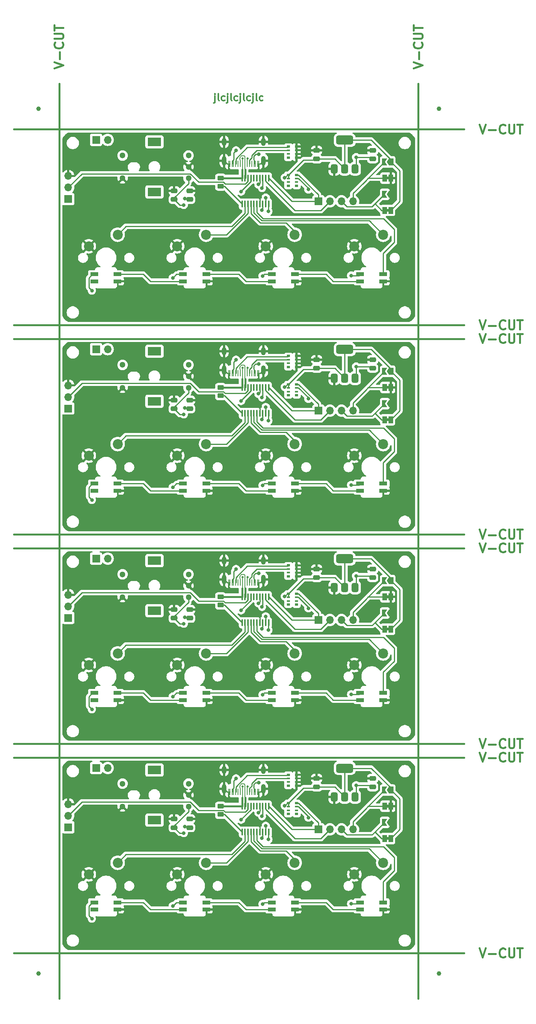
<source format=gbr>
%TF.GenerationSoftware,KiCad,Pcbnew,8.0.0*%
%TF.CreationDate,2024-03-25T13:22:01-05:00*%
%TF.ProjectId,MiniMastermindPanel,4d696e69-4d61-4737-9465-726d696e6450,rev?*%
%TF.SameCoordinates,Original*%
%TF.FileFunction,Copper,L1,Top*%
%TF.FilePolarity,Positive*%
%FSLAX46Y46*%
G04 Gerber Fmt 4.6, Leading zero omitted, Abs format (unit mm)*
G04 Created by KiCad (PCBNEW 8.0.0) date 2024-03-25 13:22:01*
%MOMM*%
%LPD*%
G01*
G04 APERTURE LIST*
G04 Aperture macros list*
%AMRoundRect*
0 Rectangle with rounded corners*
0 $1 Rounding radius*
0 $2 $3 $4 $5 $6 $7 $8 $9 X,Y pos of 4 corners*
0 Add a 4 corners polygon primitive as box body*
4,1,4,$2,$3,$4,$5,$6,$7,$8,$9,$2,$3,0*
0 Add four circle primitives for the rounded corners*
1,1,$1+$1,$2,$3*
1,1,$1+$1,$4,$5*
1,1,$1+$1,$6,$7*
1,1,$1+$1,$8,$9*
0 Add four rect primitives between the rounded corners*
20,1,$1+$1,$2,$3,$4,$5,0*
20,1,$1+$1,$4,$5,$6,$7,0*
20,1,$1+$1,$6,$7,$8,$9,0*
20,1,$1+$1,$8,$9,$2,$3,0*%
%AMFreePoly0*
4,1,6,1.000000,0.000000,0.500000,-0.750000,-0.500000,-0.750000,-0.500000,0.750000,0.500000,0.750000,1.000000,0.000000,1.000000,0.000000,$1*%
%AMFreePoly1*
4,1,6,0.500000,-0.750000,-0.650000,-0.750000,-0.150000,0.000000,-0.650000,0.750000,0.500000,0.750000,0.500000,-0.750000,0.500000,-0.750000,$1*%
G04 Aperture macros list end*
%ADD10C,0.400000*%
%TA.AperFunction,NonConductor*%
%ADD11C,0.400000*%
%TD*%
%ADD12C,0.300000*%
%TA.AperFunction,NonConductor*%
%ADD13C,0.300000*%
%TD*%
%TA.AperFunction,EtchedComponent*%
%ADD14C,0.000000*%
%TD*%
%TA.AperFunction,SMDPad,CuDef*%
%ADD15RoundRect,0.250000X0.475000X-0.250000X0.475000X0.250000X-0.475000X0.250000X-0.475000X-0.250000X0*%
%TD*%
%TA.AperFunction,SMDPad,CuDef*%
%ADD16R,1.800000X0.820000*%
%TD*%
%TA.AperFunction,SMDPad,CuDef*%
%ADD17R,0.800000X0.500000*%
%TD*%
%TA.AperFunction,SMDPad,CuDef*%
%ADD18R,0.800000X0.400000*%
%TD*%
%TA.AperFunction,ComponentPad*%
%ADD19R,1.700000X1.700000*%
%TD*%
%TA.AperFunction,ComponentPad*%
%ADD20O,1.700000X1.700000*%
%TD*%
%TA.AperFunction,SMDPad,CuDef*%
%ADD21R,0.250000X1.400000*%
%TD*%
%TA.AperFunction,ComponentPad*%
%ADD22O,1.000000X2.100000*%
%TD*%
%TA.AperFunction,ComponentPad*%
%ADD23O,1.000000X1.800000*%
%TD*%
%TA.AperFunction,SMDPad,CuDef*%
%ADD24RoundRect,0.250000X0.450000X-0.262500X0.450000X0.262500X-0.450000X0.262500X-0.450000X-0.262500X0*%
%TD*%
%TA.AperFunction,ComponentPad*%
%ADD25C,2.200000*%
%TD*%
%TA.AperFunction,SMDPad,CuDef*%
%ADD26RoundRect,0.100000X0.100000X-0.637500X0.100000X0.637500X-0.100000X0.637500X-0.100000X-0.637500X0*%
%TD*%
%TA.AperFunction,SMDPad,CuDef*%
%ADD27C,1.000000*%
%TD*%
%TA.AperFunction,SMDPad,CuDef*%
%ADD28FreePoly0,180.000000*%
%TD*%
%TA.AperFunction,SMDPad,CuDef*%
%ADD29FreePoly1,180.000000*%
%TD*%
%TA.AperFunction,SMDPad,CuDef*%
%ADD30R,1.000000X1.500000*%
%TD*%
%TA.AperFunction,ComponentPad*%
%ADD31R,3.000000X1.900000*%
%TD*%
%TA.AperFunction,ComponentPad*%
%ADD32C,1.300000*%
%TD*%
%TA.AperFunction,SMDPad,CuDef*%
%ADD33RoundRect,0.250000X-0.475000X0.250000X-0.475000X-0.250000X0.475000X-0.250000X0.475000X0.250000X0*%
%TD*%
%TA.AperFunction,SMDPad,CuDef*%
%ADD34RoundRect,0.375000X0.375000X-0.625000X0.375000X0.625000X-0.375000X0.625000X-0.375000X-0.625000X0*%
%TD*%
%TA.AperFunction,SMDPad,CuDef*%
%ADD35RoundRect,0.500000X1.400000X-0.500000X1.400000X0.500000X-1.400000X0.500000X-1.400000X-0.500000X0*%
%TD*%
%TA.AperFunction,ViaPad*%
%ADD36C,0.800000*%
%TD*%
%TA.AperFunction,ViaPad*%
%ADD37C,0.500000*%
%TD*%
%TA.AperFunction,Conductor*%
%ADD38C,0.250000*%
%TD*%
%TA.AperFunction,Conductor*%
%ADD39C,0.200000*%
%TD*%
%TA.AperFunction,Conductor*%
%ADD40C,0.430000*%
%TD*%
G04 APERTURE END LIST*
D10*
D11*
X201442983Y-25903778D02*
X202109649Y-27903778D01*
X202109649Y-27903778D02*
X202776316Y-25903778D01*
X203442983Y-27141873D02*
X204966793Y-27141873D01*
X207062030Y-27713301D02*
X206966792Y-27808540D01*
X206966792Y-27808540D02*
X206681078Y-27903778D01*
X206681078Y-27903778D02*
X206490602Y-27903778D01*
X206490602Y-27903778D02*
X206204887Y-27808540D01*
X206204887Y-27808540D02*
X206014411Y-27618063D01*
X206014411Y-27618063D02*
X205919173Y-27427587D01*
X205919173Y-27427587D02*
X205823935Y-27046635D01*
X205823935Y-27046635D02*
X205823935Y-26760920D01*
X205823935Y-26760920D02*
X205919173Y-26379968D01*
X205919173Y-26379968D02*
X206014411Y-26189492D01*
X206014411Y-26189492D02*
X206204887Y-25999016D01*
X206204887Y-25999016D02*
X206490602Y-25903778D01*
X206490602Y-25903778D02*
X206681078Y-25903778D01*
X206681078Y-25903778D02*
X206966792Y-25999016D01*
X206966792Y-25999016D02*
X207062030Y-26094254D01*
X207919173Y-25903778D02*
X207919173Y-27522825D01*
X207919173Y-27522825D02*
X208014411Y-27713301D01*
X208014411Y-27713301D02*
X208109649Y-27808540D01*
X208109649Y-27808540D02*
X208300125Y-27903778D01*
X208300125Y-27903778D02*
X208681078Y-27903778D01*
X208681078Y-27903778D02*
X208871554Y-27808540D01*
X208871554Y-27808540D02*
X208966792Y-27713301D01*
X208966792Y-27713301D02*
X209062030Y-27522825D01*
X209062030Y-27522825D02*
X209062030Y-25903778D01*
X209728697Y-25903778D02*
X210871554Y-25903778D01*
X210300125Y-27903778D02*
X210300125Y-25903778D01*
D10*
D11*
X201442983Y-114863778D02*
X202109649Y-116863778D01*
X202109649Y-116863778D02*
X202776316Y-114863778D01*
X203442983Y-116101873D02*
X204966793Y-116101873D01*
X207062030Y-116673301D02*
X206966792Y-116768540D01*
X206966792Y-116768540D02*
X206681078Y-116863778D01*
X206681078Y-116863778D02*
X206490602Y-116863778D01*
X206490602Y-116863778D02*
X206204887Y-116768540D01*
X206204887Y-116768540D02*
X206014411Y-116578063D01*
X206014411Y-116578063D02*
X205919173Y-116387587D01*
X205919173Y-116387587D02*
X205823935Y-116006635D01*
X205823935Y-116006635D02*
X205823935Y-115720920D01*
X205823935Y-115720920D02*
X205919173Y-115339968D01*
X205919173Y-115339968D02*
X206014411Y-115149492D01*
X206014411Y-115149492D02*
X206204887Y-114959016D01*
X206204887Y-114959016D02*
X206490602Y-114863778D01*
X206490602Y-114863778D02*
X206681078Y-114863778D01*
X206681078Y-114863778D02*
X206966792Y-114959016D01*
X206966792Y-114959016D02*
X207062030Y-115054254D01*
X207919173Y-114863778D02*
X207919173Y-116482825D01*
X207919173Y-116482825D02*
X208014411Y-116673301D01*
X208014411Y-116673301D02*
X208109649Y-116768540D01*
X208109649Y-116768540D02*
X208300125Y-116863778D01*
X208300125Y-116863778D02*
X208681078Y-116863778D01*
X208681078Y-116863778D02*
X208871554Y-116768540D01*
X208871554Y-116768540D02*
X208966792Y-116673301D01*
X208966792Y-116673301D02*
X209062030Y-116482825D01*
X209062030Y-116482825D02*
X209062030Y-114863778D01*
X209728697Y-114863778D02*
X210871554Y-114863778D01*
X210300125Y-116863778D02*
X210300125Y-114863778D01*
D10*
D11*
X201442983Y-71883778D02*
X202109649Y-73883778D01*
X202109649Y-73883778D02*
X202776316Y-71883778D01*
X203442983Y-73121873D02*
X204966793Y-73121873D01*
X207062030Y-73693301D02*
X206966792Y-73788540D01*
X206966792Y-73788540D02*
X206681078Y-73883778D01*
X206681078Y-73883778D02*
X206490602Y-73883778D01*
X206490602Y-73883778D02*
X206204887Y-73788540D01*
X206204887Y-73788540D02*
X206014411Y-73598063D01*
X206014411Y-73598063D02*
X205919173Y-73407587D01*
X205919173Y-73407587D02*
X205823935Y-73026635D01*
X205823935Y-73026635D02*
X205823935Y-72740920D01*
X205823935Y-72740920D02*
X205919173Y-72359968D01*
X205919173Y-72359968D02*
X206014411Y-72169492D01*
X206014411Y-72169492D02*
X206204887Y-71979016D01*
X206204887Y-71979016D02*
X206490602Y-71883778D01*
X206490602Y-71883778D02*
X206681078Y-71883778D01*
X206681078Y-71883778D02*
X206966792Y-71979016D01*
X206966792Y-71979016D02*
X207062030Y-72074254D01*
X207919173Y-71883778D02*
X207919173Y-73502825D01*
X207919173Y-73502825D02*
X208014411Y-73693301D01*
X208014411Y-73693301D02*
X208109649Y-73788540D01*
X208109649Y-73788540D02*
X208300125Y-73883778D01*
X208300125Y-73883778D02*
X208681078Y-73883778D01*
X208681078Y-73883778D02*
X208871554Y-73788540D01*
X208871554Y-73788540D02*
X208966792Y-73693301D01*
X208966792Y-73693301D02*
X209062030Y-73502825D01*
X209062030Y-73502825D02*
X209062030Y-71883778D01*
X209728697Y-71883778D02*
X210871554Y-71883778D01*
X210300125Y-73883778D02*
X210300125Y-71883778D01*
D10*
D11*
X201442983Y-117863778D02*
X202109649Y-119863778D01*
X202109649Y-119863778D02*
X202776316Y-117863778D01*
X203442983Y-119101873D02*
X204966793Y-119101873D01*
X207062030Y-119673301D02*
X206966792Y-119768540D01*
X206966792Y-119768540D02*
X206681078Y-119863778D01*
X206681078Y-119863778D02*
X206490602Y-119863778D01*
X206490602Y-119863778D02*
X206204887Y-119768540D01*
X206204887Y-119768540D02*
X206014411Y-119578063D01*
X206014411Y-119578063D02*
X205919173Y-119387587D01*
X205919173Y-119387587D02*
X205823935Y-119006635D01*
X205823935Y-119006635D02*
X205823935Y-118720920D01*
X205823935Y-118720920D02*
X205919173Y-118339968D01*
X205919173Y-118339968D02*
X206014411Y-118149492D01*
X206014411Y-118149492D02*
X206204887Y-117959016D01*
X206204887Y-117959016D02*
X206490602Y-117863778D01*
X206490602Y-117863778D02*
X206681078Y-117863778D01*
X206681078Y-117863778D02*
X206966792Y-117959016D01*
X206966792Y-117959016D02*
X207062030Y-118054254D01*
X207919173Y-117863778D02*
X207919173Y-119482825D01*
X207919173Y-119482825D02*
X208014411Y-119673301D01*
X208014411Y-119673301D02*
X208109649Y-119768540D01*
X208109649Y-119768540D02*
X208300125Y-119863778D01*
X208300125Y-119863778D02*
X208681078Y-119863778D01*
X208681078Y-119863778D02*
X208871554Y-119768540D01*
X208871554Y-119768540D02*
X208966792Y-119673301D01*
X208966792Y-119673301D02*
X209062030Y-119482825D01*
X209062030Y-119482825D02*
X209062030Y-117863778D01*
X209728697Y-117863778D02*
X210871554Y-117863778D01*
X210300125Y-119863778D02*
X210300125Y-117863778D01*
D10*
D11*
X201442983Y-206823778D02*
X202109649Y-208823778D01*
X202109649Y-208823778D02*
X202776316Y-206823778D01*
X203442983Y-208061873D02*
X204966793Y-208061873D01*
X207062030Y-208633301D02*
X206966792Y-208728540D01*
X206966792Y-208728540D02*
X206681078Y-208823778D01*
X206681078Y-208823778D02*
X206490602Y-208823778D01*
X206490602Y-208823778D02*
X206204887Y-208728540D01*
X206204887Y-208728540D02*
X206014411Y-208538063D01*
X206014411Y-208538063D02*
X205919173Y-208347587D01*
X205919173Y-208347587D02*
X205823935Y-207966635D01*
X205823935Y-207966635D02*
X205823935Y-207680920D01*
X205823935Y-207680920D02*
X205919173Y-207299968D01*
X205919173Y-207299968D02*
X206014411Y-207109492D01*
X206014411Y-207109492D02*
X206204887Y-206919016D01*
X206204887Y-206919016D02*
X206490602Y-206823778D01*
X206490602Y-206823778D02*
X206681078Y-206823778D01*
X206681078Y-206823778D02*
X206966792Y-206919016D01*
X206966792Y-206919016D02*
X207062030Y-207014254D01*
X207919173Y-206823778D02*
X207919173Y-208442825D01*
X207919173Y-208442825D02*
X208014411Y-208633301D01*
X208014411Y-208633301D02*
X208109649Y-208728540D01*
X208109649Y-208728540D02*
X208300125Y-208823778D01*
X208300125Y-208823778D02*
X208681078Y-208823778D01*
X208681078Y-208823778D02*
X208871554Y-208728540D01*
X208871554Y-208728540D02*
X208966792Y-208633301D01*
X208966792Y-208633301D02*
X209062030Y-208442825D01*
X209062030Y-208442825D02*
X209062030Y-206823778D01*
X209728697Y-206823778D02*
X210871554Y-206823778D01*
X210300125Y-208823778D02*
X210300125Y-206823778D01*
D10*
D11*
X201442983Y-68883778D02*
X202109649Y-70883778D01*
X202109649Y-70883778D02*
X202776316Y-68883778D01*
X203442983Y-70121873D02*
X204966793Y-70121873D01*
X207062030Y-70693301D02*
X206966792Y-70788540D01*
X206966792Y-70788540D02*
X206681078Y-70883778D01*
X206681078Y-70883778D02*
X206490602Y-70883778D01*
X206490602Y-70883778D02*
X206204887Y-70788540D01*
X206204887Y-70788540D02*
X206014411Y-70598063D01*
X206014411Y-70598063D02*
X205919173Y-70407587D01*
X205919173Y-70407587D02*
X205823935Y-70026635D01*
X205823935Y-70026635D02*
X205823935Y-69740920D01*
X205823935Y-69740920D02*
X205919173Y-69359968D01*
X205919173Y-69359968D02*
X206014411Y-69169492D01*
X206014411Y-69169492D02*
X206204887Y-68979016D01*
X206204887Y-68979016D02*
X206490602Y-68883778D01*
X206490602Y-68883778D02*
X206681078Y-68883778D01*
X206681078Y-68883778D02*
X206966792Y-68979016D01*
X206966792Y-68979016D02*
X207062030Y-69074254D01*
X207919173Y-68883778D02*
X207919173Y-70502825D01*
X207919173Y-70502825D02*
X208014411Y-70693301D01*
X208014411Y-70693301D02*
X208109649Y-70788540D01*
X208109649Y-70788540D02*
X208300125Y-70883778D01*
X208300125Y-70883778D02*
X208681078Y-70883778D01*
X208681078Y-70883778D02*
X208871554Y-70788540D01*
X208871554Y-70788540D02*
X208966792Y-70693301D01*
X208966792Y-70693301D02*
X209062030Y-70502825D01*
X209062030Y-70502825D02*
X209062030Y-68883778D01*
X209728697Y-68883778D02*
X210871554Y-68883778D01*
X210300125Y-70883778D02*
X210300125Y-68883778D01*
D10*
D11*
X107924428Y-13546366D02*
X109924428Y-12879700D01*
X109924428Y-12879700D02*
X107924428Y-12213033D01*
X109162523Y-11546366D02*
X109162523Y-10022557D01*
X109733951Y-7927319D02*
X109829190Y-8022557D01*
X109829190Y-8022557D02*
X109924428Y-8308271D01*
X109924428Y-8308271D02*
X109924428Y-8498747D01*
X109924428Y-8498747D02*
X109829190Y-8784462D01*
X109829190Y-8784462D02*
X109638713Y-8974938D01*
X109638713Y-8974938D02*
X109448237Y-9070176D01*
X109448237Y-9070176D02*
X109067285Y-9165414D01*
X109067285Y-9165414D02*
X108781570Y-9165414D01*
X108781570Y-9165414D02*
X108400618Y-9070176D01*
X108400618Y-9070176D02*
X108210142Y-8974938D01*
X108210142Y-8974938D02*
X108019666Y-8784462D01*
X108019666Y-8784462D02*
X107924428Y-8498747D01*
X107924428Y-8498747D02*
X107924428Y-8308271D01*
X107924428Y-8308271D02*
X108019666Y-8022557D01*
X108019666Y-8022557D02*
X108114904Y-7927319D01*
X107924428Y-7070176D02*
X109543475Y-7070176D01*
X109543475Y-7070176D02*
X109733951Y-6974938D01*
X109733951Y-6974938D02*
X109829190Y-6879700D01*
X109829190Y-6879700D02*
X109924428Y-6689224D01*
X109924428Y-6689224D02*
X109924428Y-6308271D01*
X109924428Y-6308271D02*
X109829190Y-6117795D01*
X109829190Y-6117795D02*
X109733951Y-6022557D01*
X109733951Y-6022557D02*
X109543475Y-5927319D01*
X109543475Y-5927319D02*
X107924428Y-5927319D01*
X107924428Y-5260652D02*
X107924428Y-4117795D01*
X109924428Y-4689224D02*
X107924428Y-4689224D01*
D10*
D11*
X201442983Y-163843778D02*
X202109649Y-165843778D01*
X202109649Y-165843778D02*
X202776316Y-163843778D01*
X203442983Y-165081873D02*
X204966793Y-165081873D01*
X207062030Y-165653301D02*
X206966792Y-165748540D01*
X206966792Y-165748540D02*
X206681078Y-165843778D01*
X206681078Y-165843778D02*
X206490602Y-165843778D01*
X206490602Y-165843778D02*
X206204887Y-165748540D01*
X206204887Y-165748540D02*
X206014411Y-165558063D01*
X206014411Y-165558063D02*
X205919173Y-165367587D01*
X205919173Y-165367587D02*
X205823935Y-164986635D01*
X205823935Y-164986635D02*
X205823935Y-164700920D01*
X205823935Y-164700920D02*
X205919173Y-164319968D01*
X205919173Y-164319968D02*
X206014411Y-164129492D01*
X206014411Y-164129492D02*
X206204887Y-163939016D01*
X206204887Y-163939016D02*
X206490602Y-163843778D01*
X206490602Y-163843778D02*
X206681078Y-163843778D01*
X206681078Y-163843778D02*
X206966792Y-163939016D01*
X206966792Y-163939016D02*
X207062030Y-164034254D01*
X207919173Y-163843778D02*
X207919173Y-165462825D01*
X207919173Y-165462825D02*
X208014411Y-165653301D01*
X208014411Y-165653301D02*
X208109649Y-165748540D01*
X208109649Y-165748540D02*
X208300125Y-165843778D01*
X208300125Y-165843778D02*
X208681078Y-165843778D01*
X208681078Y-165843778D02*
X208871554Y-165748540D01*
X208871554Y-165748540D02*
X208966792Y-165653301D01*
X208966792Y-165653301D02*
X209062030Y-165462825D01*
X209062030Y-165462825D02*
X209062030Y-163843778D01*
X209728697Y-163843778D02*
X210871554Y-163843778D01*
X210300125Y-165843778D02*
X210300125Y-163843778D01*
D10*
D11*
X201442983Y-160843778D02*
X202109649Y-162843778D01*
X202109649Y-162843778D02*
X202776316Y-160843778D01*
X203442983Y-162081873D02*
X204966793Y-162081873D01*
X207062030Y-162653301D02*
X206966792Y-162748540D01*
X206966792Y-162748540D02*
X206681078Y-162843778D01*
X206681078Y-162843778D02*
X206490602Y-162843778D01*
X206490602Y-162843778D02*
X206204887Y-162748540D01*
X206204887Y-162748540D02*
X206014411Y-162558063D01*
X206014411Y-162558063D02*
X205919173Y-162367587D01*
X205919173Y-162367587D02*
X205823935Y-161986635D01*
X205823935Y-161986635D02*
X205823935Y-161700920D01*
X205823935Y-161700920D02*
X205919173Y-161319968D01*
X205919173Y-161319968D02*
X206014411Y-161129492D01*
X206014411Y-161129492D02*
X206204887Y-160939016D01*
X206204887Y-160939016D02*
X206490602Y-160843778D01*
X206490602Y-160843778D02*
X206681078Y-160843778D01*
X206681078Y-160843778D02*
X206966792Y-160939016D01*
X206966792Y-160939016D02*
X207062030Y-161034254D01*
X207919173Y-160843778D02*
X207919173Y-162462825D01*
X207919173Y-162462825D02*
X208014411Y-162653301D01*
X208014411Y-162653301D02*
X208109649Y-162748540D01*
X208109649Y-162748540D02*
X208300125Y-162843778D01*
X208300125Y-162843778D02*
X208681078Y-162843778D01*
X208681078Y-162843778D02*
X208871554Y-162748540D01*
X208871554Y-162748540D02*
X208966792Y-162653301D01*
X208966792Y-162653301D02*
X209062030Y-162462825D01*
X209062030Y-162462825D02*
X209062030Y-160843778D01*
X209728697Y-160843778D02*
X210871554Y-160843778D01*
X210300125Y-162843778D02*
X210300125Y-160843778D01*
D12*
D13*
X143285714Y-19678328D02*
X143285714Y-20964042D01*
X143285714Y-20964042D02*
X143214286Y-21106900D01*
X143214286Y-21106900D02*
X143071429Y-21178328D01*
X143071429Y-21178328D02*
X143000000Y-21178328D01*
X143285714Y-19178328D02*
X143214286Y-19249757D01*
X143214286Y-19249757D02*
X143285714Y-19321185D01*
X143285714Y-19321185D02*
X143357143Y-19249757D01*
X143357143Y-19249757D02*
X143285714Y-19178328D01*
X143285714Y-19178328D02*
X143285714Y-19321185D01*
X144214286Y-20678328D02*
X144071429Y-20606900D01*
X144071429Y-20606900D02*
X144000000Y-20464042D01*
X144000000Y-20464042D02*
X144000000Y-19178328D01*
X145428572Y-20606900D02*
X145285714Y-20678328D01*
X145285714Y-20678328D02*
X145000000Y-20678328D01*
X145000000Y-20678328D02*
X144857143Y-20606900D01*
X144857143Y-20606900D02*
X144785714Y-20535471D01*
X144785714Y-20535471D02*
X144714286Y-20392614D01*
X144714286Y-20392614D02*
X144714286Y-19964042D01*
X144714286Y-19964042D02*
X144785714Y-19821185D01*
X144785714Y-19821185D02*
X144857143Y-19749757D01*
X144857143Y-19749757D02*
X145000000Y-19678328D01*
X145000000Y-19678328D02*
X145285714Y-19678328D01*
X145285714Y-19678328D02*
X145428572Y-19749757D01*
X146071428Y-19678328D02*
X146071428Y-20964042D01*
X146071428Y-20964042D02*
X146000000Y-21106900D01*
X146000000Y-21106900D02*
X145857143Y-21178328D01*
X145857143Y-21178328D02*
X145785714Y-21178328D01*
X146071428Y-19178328D02*
X146000000Y-19249757D01*
X146000000Y-19249757D02*
X146071428Y-19321185D01*
X146071428Y-19321185D02*
X146142857Y-19249757D01*
X146142857Y-19249757D02*
X146071428Y-19178328D01*
X146071428Y-19178328D02*
X146071428Y-19321185D01*
X147000000Y-20678328D02*
X146857143Y-20606900D01*
X146857143Y-20606900D02*
X146785714Y-20464042D01*
X146785714Y-20464042D02*
X146785714Y-19178328D01*
X148214286Y-20606900D02*
X148071428Y-20678328D01*
X148071428Y-20678328D02*
X147785714Y-20678328D01*
X147785714Y-20678328D02*
X147642857Y-20606900D01*
X147642857Y-20606900D02*
X147571428Y-20535471D01*
X147571428Y-20535471D02*
X147500000Y-20392614D01*
X147500000Y-20392614D02*
X147500000Y-19964042D01*
X147500000Y-19964042D02*
X147571428Y-19821185D01*
X147571428Y-19821185D02*
X147642857Y-19749757D01*
X147642857Y-19749757D02*
X147785714Y-19678328D01*
X147785714Y-19678328D02*
X148071428Y-19678328D01*
X148071428Y-19678328D02*
X148214286Y-19749757D01*
X148857142Y-19678328D02*
X148857142Y-20964042D01*
X148857142Y-20964042D02*
X148785714Y-21106900D01*
X148785714Y-21106900D02*
X148642857Y-21178328D01*
X148642857Y-21178328D02*
X148571428Y-21178328D01*
X148857142Y-19178328D02*
X148785714Y-19249757D01*
X148785714Y-19249757D02*
X148857142Y-19321185D01*
X148857142Y-19321185D02*
X148928571Y-19249757D01*
X148928571Y-19249757D02*
X148857142Y-19178328D01*
X148857142Y-19178328D02*
X148857142Y-19321185D01*
X149785714Y-20678328D02*
X149642857Y-20606900D01*
X149642857Y-20606900D02*
X149571428Y-20464042D01*
X149571428Y-20464042D02*
X149571428Y-19178328D01*
X151000000Y-20606900D02*
X150857142Y-20678328D01*
X150857142Y-20678328D02*
X150571428Y-20678328D01*
X150571428Y-20678328D02*
X150428571Y-20606900D01*
X150428571Y-20606900D02*
X150357142Y-20535471D01*
X150357142Y-20535471D02*
X150285714Y-20392614D01*
X150285714Y-20392614D02*
X150285714Y-19964042D01*
X150285714Y-19964042D02*
X150357142Y-19821185D01*
X150357142Y-19821185D02*
X150428571Y-19749757D01*
X150428571Y-19749757D02*
X150571428Y-19678328D01*
X150571428Y-19678328D02*
X150857142Y-19678328D01*
X150857142Y-19678328D02*
X151000000Y-19749757D01*
X151642856Y-19678328D02*
X151642856Y-20964042D01*
X151642856Y-20964042D02*
X151571428Y-21106900D01*
X151571428Y-21106900D02*
X151428571Y-21178328D01*
X151428571Y-21178328D02*
X151357142Y-21178328D01*
X151642856Y-19178328D02*
X151571428Y-19249757D01*
X151571428Y-19249757D02*
X151642856Y-19321185D01*
X151642856Y-19321185D02*
X151714285Y-19249757D01*
X151714285Y-19249757D02*
X151642856Y-19178328D01*
X151642856Y-19178328D02*
X151642856Y-19321185D01*
X152571428Y-20678328D02*
X152428571Y-20606900D01*
X152428571Y-20606900D02*
X152357142Y-20464042D01*
X152357142Y-20464042D02*
X152357142Y-19178328D01*
X153785714Y-20606900D02*
X153642856Y-20678328D01*
X153642856Y-20678328D02*
X153357142Y-20678328D01*
X153357142Y-20678328D02*
X153214285Y-20606900D01*
X153214285Y-20606900D02*
X153142856Y-20535471D01*
X153142856Y-20535471D02*
X153071428Y-20392614D01*
X153071428Y-20392614D02*
X153071428Y-19964042D01*
X153071428Y-19964042D02*
X153142856Y-19821185D01*
X153142856Y-19821185D02*
X153214285Y-19749757D01*
X153214285Y-19749757D02*
X153357142Y-19678328D01*
X153357142Y-19678328D02*
X153642856Y-19678328D01*
X153642856Y-19678328D02*
X153785714Y-19749757D01*
D10*
D11*
X186894428Y-13546366D02*
X188894428Y-12879700D01*
X188894428Y-12879700D02*
X186894428Y-12213033D01*
X188132523Y-11546366D02*
X188132523Y-10022557D01*
X188703951Y-7927319D02*
X188799190Y-8022557D01*
X188799190Y-8022557D02*
X188894428Y-8308271D01*
X188894428Y-8308271D02*
X188894428Y-8498747D01*
X188894428Y-8498747D02*
X188799190Y-8784462D01*
X188799190Y-8784462D02*
X188608713Y-8974938D01*
X188608713Y-8974938D02*
X188418237Y-9070176D01*
X188418237Y-9070176D02*
X188037285Y-9165414D01*
X188037285Y-9165414D02*
X187751570Y-9165414D01*
X187751570Y-9165414D02*
X187370618Y-9070176D01*
X187370618Y-9070176D02*
X187180142Y-8974938D01*
X187180142Y-8974938D02*
X186989666Y-8784462D01*
X186989666Y-8784462D02*
X186894428Y-8498747D01*
X186894428Y-8498747D02*
X186894428Y-8308271D01*
X186894428Y-8308271D02*
X186989666Y-8022557D01*
X186989666Y-8022557D02*
X187084904Y-7927319D01*
X186894428Y-7070176D02*
X188513475Y-7070176D01*
X188513475Y-7070176D02*
X188703951Y-6974938D01*
X188703951Y-6974938D02*
X188799190Y-6879700D01*
X188799190Y-6879700D02*
X188894428Y-6689224D01*
X188894428Y-6689224D02*
X188894428Y-6308271D01*
X188894428Y-6308271D02*
X188799190Y-6117795D01*
X188799190Y-6117795D02*
X188703951Y-6022557D01*
X188703951Y-6022557D02*
X188513475Y-5927319D01*
X188513475Y-5927319D02*
X186894428Y-5927319D01*
X186894428Y-5260652D02*
X186894428Y-4117795D01*
X188894428Y-4689224D02*
X186894428Y-4689224D01*
X99010650Y-26999340D02*
X197989350Y-26999340D01*
X109019990Y-17000000D02*
X109019990Y-217914720D01*
X99010650Y-161939340D02*
X197989350Y-161939340D01*
X99010650Y-164939340D02*
X197989350Y-164939340D01*
X99010650Y-115959340D02*
X197989350Y-115959340D01*
X187989990Y-17000000D02*
X187989990Y-217914720D01*
X99010650Y-72979340D02*
X197989350Y-72979340D01*
X99010650Y-69979340D02*
X197989350Y-69979340D01*
X99010650Y-118959340D02*
X197989350Y-118959340D01*
X99010650Y-207919340D02*
X197989350Y-207919340D01*
D14*
%TA.AperFunction,EtchedComponent*%
%TO.C,JP4*%
G36*
X181510650Y-137057360D02*
G01*
X181010650Y-137057360D01*
X181010650Y-136457360D01*
X181510650Y-136457360D01*
X181510650Y-137057360D01*
G37*
%TD.AperFunction*%
%TA.AperFunction,EtchedComponent*%
G36*
X181510650Y-91078680D02*
G01*
X181010650Y-91078680D01*
X181010650Y-90478680D01*
X181510650Y-90478680D01*
X181510650Y-91078680D01*
G37*
%TD.AperFunction*%
%TA.AperFunction,EtchedComponent*%
%TO.C,JP2*%
G36*
X181510650Y-83978680D02*
G01*
X181010650Y-83978680D01*
X181010650Y-83378680D01*
X181510650Y-83378680D01*
X181510650Y-83978680D01*
G37*
%TD.AperFunction*%
%TA.AperFunction,EtchedComponent*%
G36*
X181510650Y-175936040D02*
G01*
X181010650Y-175936040D01*
X181010650Y-175336040D01*
X181510650Y-175336040D01*
X181510650Y-175936040D01*
G37*
%TD.AperFunction*%
%TA.AperFunction,EtchedComponent*%
%TO.C,JP4*%
G36*
X181510650Y-183036040D02*
G01*
X181010650Y-183036040D01*
X181010650Y-182436040D01*
X181510650Y-182436040D01*
X181510650Y-183036040D01*
G37*
%TD.AperFunction*%
%TA.AperFunction,EtchedComponent*%
%TO.C,JP2*%
G36*
X181510650Y-129957360D02*
G01*
X181010650Y-129957360D01*
X181010650Y-129357360D01*
X181510650Y-129357360D01*
X181510650Y-129957360D01*
G37*
%TD.AperFunction*%
%TA.AperFunction,EtchedComponent*%
%TO.C,JP4*%
G36*
X181510650Y-45100000D02*
G01*
X181010650Y-45100000D01*
X181010650Y-44500000D01*
X181510650Y-44500000D01*
X181510650Y-45100000D01*
G37*
%TD.AperFunction*%
%TA.AperFunction,EtchedComponent*%
%TO.C,JP2*%
G36*
X181510650Y-38000000D02*
G01*
X181010650Y-38000000D01*
X181010650Y-37400000D01*
X181510650Y-37400000D01*
X181510650Y-38000000D01*
G37*
%TD.AperFunction*%
%TD*%
D15*
%TO.P,C8,1*%
%TO.N,Board_1-VCC*%
X165610650Y-79478680D03*
%TO.P,C8,2*%
%TO.N,Board_1-VSS*%
X165610650Y-77578680D03*
%TD*%
D16*
%TO.P,D4,1,VDD*%
%TO.N,Board_2-+5V*%
X116760650Y-150782360D03*
%TO.P,D4,2,DOUT*%
%TO.N,Board_2-unconnected-(D4-DOUT-Pad2)*%
X116760650Y-152317360D03*
%TO.P,D4,3,VSS*%
%TO.N,Board_2-VSS*%
X121860650Y-152317360D03*
%TO.P,D4,4,DIN*%
%TO.N,Board_2-Net-(D3-DOUT)*%
X121860650Y-150782360D03*
%TD*%
D17*
%TO.P,RN2,1,R1.1*%
%TO.N,Board_3-unconnected-(RN2-R1.1-Pad1)*%
X161210650Y-177336040D03*
D18*
%TO.P,RN2,2,R2.1*%
%TO.N,Board_3-unconnected-(RN2-R2.1-Pad2)*%
X161210650Y-176536040D03*
%TO.P,RN2,3,R3.1*%
%TO.N,Board_3-SCL*%
X161210650Y-175736040D03*
D17*
%TO.P,RN2,4,R4.1*%
%TO.N,Board_3-SDA*%
X161210650Y-174936040D03*
%TO.P,RN2,5,R4.2*%
%TO.N,Board_3-VCC*%
X159410650Y-174936040D03*
D18*
%TO.P,RN2,6,R3.2*%
X159410650Y-175736040D03*
%TO.P,RN2,7,R2.2*%
%TO.N,Board_3-unconnected-(RN2-R2.2-Pad7)*%
X159410650Y-176536040D03*
D17*
%TO.P,RN2,8,R1.2*%
%TO.N,Board_3-unconnected-(RN2-R1.2-Pad8)*%
X159410650Y-177336040D03*
%TD*%
D19*
%TO.P,J3,1,Pin_1*%
%TO.N,Board_3-SDA*%
X166010650Y-180736040D03*
D20*
%TO.P,J3,2,Pin_2*%
%TO.N,Board_3-SCL*%
X168550650Y-180736040D03*
%TO.P,J3,3,Pin_3*%
%TO.N,Board_3-Net-(J3-Pin_3)*%
X171090650Y-180736040D03*
%TO.P,J3,4,Pin_4*%
%TO.N,Board_3-Net-(J3-Pin_4)*%
X173630650Y-180736040D03*
%TD*%
D17*
%TO.P,RN2,1,R1.1*%
%TO.N,Board_1-unconnected-(RN2-R1.1-Pad1)*%
X161210650Y-85378680D03*
D18*
%TO.P,RN2,2,R2.1*%
%TO.N,Board_1-unconnected-(RN2-R2.1-Pad2)*%
X161210650Y-84578680D03*
%TO.P,RN2,3,R3.1*%
%TO.N,Board_1-SCL*%
X161210650Y-83778680D03*
D17*
%TO.P,RN2,4,R4.1*%
%TO.N,Board_1-SDA*%
X161210650Y-82978680D03*
%TO.P,RN2,5,R4.2*%
%TO.N,Board_1-VCC*%
X159410650Y-82978680D03*
D18*
%TO.P,RN2,6,R3.2*%
X159410650Y-83778680D03*
%TO.P,RN2,7,R2.2*%
%TO.N,Board_1-unconnected-(RN2-R2.2-Pad7)*%
X159410650Y-84578680D03*
D17*
%TO.P,RN2,8,R1.2*%
%TO.N,Board_1-unconnected-(RN2-R1.2-Pad8)*%
X159410650Y-85378680D03*
%TD*%
D16*
%TO.P,D3,1,VDD*%
%TO.N,Board_3-+5V*%
X136260650Y-196761040D03*
%TO.P,D3,2,DOUT*%
%TO.N,Board_3-Net-(D3-DOUT)*%
X136260650Y-198296040D03*
%TO.P,D3,3,VSS*%
%TO.N,Board_3-VSS*%
X141360650Y-198296040D03*
%TO.P,D3,4,DIN*%
%TO.N,Board_3-Net-(D2-DOUT)*%
X141360650Y-196761040D03*
%TD*%
D21*
%TO.P,J4,A1,GND*%
%TO.N,Board_1-VSS*%
X152935650Y-80566180D03*
%TO.P,J4,A4,VBUS*%
%TO.N,Board_1-+5V*%
X152135650Y-80566180D03*
%TO.P,J4,A5,CC1*%
%TO.N,Board_1-Net-(J4-CC1)*%
X150860650Y-80566180D03*
%TO.P,J4,A6,D+*%
%TO.N,Board_1-D+*%
X149860650Y-80566180D03*
%TO.P,J4,A7,D-*%
%TO.N,Board_1-D-*%
X149360650Y-80566180D03*
%TO.P,J4,A8,SBU1*%
%TO.N,Board_1-unconnected-(J4-SBU1-PadA8)*%
X151360650Y-80566180D03*
%TO.P,J4,A9,VBUS*%
%TO.N,Board_1-+5V*%
X147085650Y-80566180D03*
%TO.P,J4,A12,GND*%
%TO.N,Board_1-VSS*%
X146285650Y-80566180D03*
%TO.P,J4,B1,GND*%
X146535650Y-80566180D03*
%TO.P,J4,B4,VBUS*%
%TO.N,Board_1-+5V*%
X147335650Y-80566180D03*
%TO.P,J4,B5,CC2*%
%TO.N,Board_1-Net-(J4-CC2)*%
X147860650Y-80566180D03*
%TO.P,J4,B6,D+*%
%TO.N,Board_1-D+*%
X148860650Y-80566180D03*
%TO.P,J4,B7,D-*%
%TO.N,Board_1-D-*%
X150360650Y-80566180D03*
%TO.P,J4,B8,SBU2*%
%TO.N,Board_1-unconnected-(J4-SBU2-PadB8)*%
X148360650Y-80566180D03*
%TO.P,J4,B9,VBUS*%
%TO.N,Board_1-+5V*%
X151885650Y-80566180D03*
%TO.P,J4,B12,GND*%
%TO.N,Board_1-VSS*%
X152685650Y-80566180D03*
D22*
%TO.P,J4,S1,SHIELD*%
X153930650Y-79866180D03*
D23*
X153930650Y-75716180D03*
D22*
X145290650Y-79866180D03*
D23*
X145290650Y-75716180D03*
%TD*%
D24*
%TO.P,R1,1*%
%TO.N,Board_1-DPU*%
X144498150Y-85491180D03*
%TO.P,R1,2*%
%TO.N,Board_1-D-*%
X144498150Y-83666180D03*
%TD*%
D25*
%TO.P,SW1,1,1*%
%TO.N,Board_1-PD5*%
X121870650Y-96098680D03*
%TO.P,SW1,2,2*%
%TO.N,Board_1-VSS*%
X115520650Y-98638680D03*
%TD*%
D26*
%TO.P,U2,1,PD4*%
%TO.N,Board_1-DPU*%
X149235650Y-89378680D03*
%TO.P,U2,2,PD5*%
%TO.N,Board_1-PD5*%
X149885650Y-89378680D03*
%TO.P,U2,3,PD6*%
%TO.N,Board_1-PD6*%
X150535650Y-89378680D03*
%TO.P,U2,4,PD7*%
%TO.N,Board_1-PD7*%
X151185650Y-89378680D03*
%TO.P,U2,5,PA1*%
%TO.N,Board_1-PA1*%
X151835650Y-89378680D03*
%TO.P,U2,6,PA2*%
%TO.N,Board_1-PA2*%
X152485650Y-89378680D03*
%TO.P,U2,7,VSS*%
%TO.N,Board_1-VSS*%
X153135650Y-89378680D03*
%TO.P,U2,8,PD0*%
%TO.N,Board_1-/RotaryA*%
X153785650Y-89378680D03*
%TO.P,U2,9,VCC*%
%TO.N,Board_1-VCC*%
X154435650Y-89378680D03*
%TO.P,U2,10,PC0*%
%TO.N,Board_1-/RotaryB*%
X155085650Y-89378680D03*
%TO.P,U2,11,PC1*%
%TO.N,Board_1-SDA*%
X155085650Y-83653680D03*
%TO.P,U2,12,PC2*%
%TO.N,Board_1-SCL*%
X154435650Y-83653680D03*
%TO.P,U2,13,PC3*%
%TO.N,Board_1-PC3*%
X153785650Y-83653680D03*
%TO.P,U2,14,PC4*%
%TO.N,Board_1-PC4*%
X153135650Y-83653680D03*
%TO.P,U2,15,PC5*%
%TO.N,Board_1-unconnected-(U2-PC5-Pad15)*%
X152485650Y-83653680D03*
%TO.P,U2,16,PC6*%
%TO.N,Board_1-unconnected-(U2-PC6-Pad16)*%
X151835650Y-83653680D03*
%TO.P,U2,17,PC7*%
%TO.N,Board_1-/RotaryS*%
X151185650Y-83653680D03*
%TO.P,U2,18,SWIO*%
%TO.N,Board_1-SWIO*%
X150535650Y-83653680D03*
%TO.P,U2,19,PD2*%
%TO.N,Board_1-D+*%
X149885650Y-83653680D03*
%TO.P,U2,20,PD3*%
%TO.N,Board_1-D-*%
X149235650Y-83653680D03*
%TD*%
D15*
%TO.P,C3,1*%
%TO.N,Board_3-/RotaryA*%
X137710650Y-180336040D03*
%TO.P,C3,2*%
%TO.N,Board_3-VSS*%
X137710650Y-178436040D03*
%TD*%
D27*
%TO.P,KiKit_FID_T_2,*%
%TO.N,*%
X192489350Y-22500000D03*
%TD*%
D28*
%TO.P,JP1,1,A*%
%TO.N,Board_1-VCC*%
X181985650Y-80128680D03*
D29*
%TO.P,JP1,2,B*%
%TO.N,Board_1-Net-(J3-Pin_4)*%
X180535650Y-80128680D03*
%TD*%
D15*
%TO.P,C3,1*%
%TO.N,Board_2-/RotaryA*%
X137710650Y-134357360D03*
%TO.P,C3,2*%
%TO.N,Board_2-VSS*%
X137710650Y-132457360D03*
%TD*%
%TO.P,C6,1*%
%TO.N,Board_0-+5V*%
X177960650Y-33500000D03*
%TO.P,C6,2*%
%TO.N,Board_0-VSS*%
X177960650Y-31600000D03*
%TD*%
D30*
%TO.P,JP4,1,A*%
%TO.N,Board_2-Net-(J3-Pin_3)*%
X180610650Y-136757360D03*
%TO.P,JP4,2,B*%
%TO.N,Board_2-VCC*%
X181910650Y-136757360D03*
%TD*%
D25*
%TO.P,SW5,1,1*%
%TO.N,Board_2-PA1*%
X180270650Y-142077360D03*
%TO.P,SW5,2,2*%
%TO.N,Board_2-VSS*%
X173920650Y-144617360D03*
%TD*%
D31*
%TO.P,SW2,*%
%TO.N,*%
X129960650Y-178686040D03*
X129960650Y-167686040D03*
D32*
%TO.P,SW2,A,A*%
%TO.N,Board_3-/RotaryB*%
X137460650Y-175686040D03*
%TO.P,SW2,B,B*%
%TO.N,Board_3-/RotaryA*%
X137460650Y-170686040D03*
%TO.P,SW2,C,C*%
%TO.N,Board_3-VSS*%
X137460650Y-173186040D03*
%TO.P,SW2,S1,S1*%
X122960650Y-175686040D03*
%TO.P,SW2,S2,S2*%
%TO.N,Board_3-/RotaryS*%
X122960650Y-170686040D03*
%TD*%
D28*
%TO.P,JP3,1,A*%
%TO.N,Board_0-VSS*%
X181985650Y-41250000D03*
D29*
%TO.P,JP3,2,B*%
%TO.N,Board_0-Net-(J3-Pin_3)*%
X180535650Y-41250000D03*
%TD*%
D28*
%TO.P,JP3,1,A*%
%TO.N,Board_1-VSS*%
X181985650Y-87228680D03*
D29*
%TO.P,JP3,2,B*%
%TO.N,Board_1-Net-(J3-Pin_3)*%
X180535650Y-87228680D03*
%TD*%
D17*
%TO.P,RN1,1,R1.1*%
%TO.N,Board_3-VSS*%
X161210650Y-171136040D03*
D18*
%TO.P,RN1,2,R2.1*%
X161210650Y-170336040D03*
%TO.P,RN1,3,R3.1*%
X161210650Y-169536040D03*
D17*
%TO.P,RN1,4,R4.1*%
X161210650Y-168736040D03*
%TO.P,RN1,5,R4.2*%
%TO.N,Board_3-Net-(J4-CC2)*%
X159410650Y-168736040D03*
D18*
%TO.P,RN1,6,R3.2*%
%TO.N,Board_3-Net-(J4-CC1)*%
X159410650Y-169536040D03*
%TO.P,RN1,7,R2.2*%
%TO.N,Board_3-unconnected-(RN1-R2.2-Pad7)*%
X159410650Y-170336040D03*
D17*
%TO.P,RN1,8,R1.2*%
%TO.N,Board_3-unconnected-(RN1-R1.2-Pad8)*%
X159410650Y-171136040D03*
%TD*%
D28*
%TO.P,JP1,1,A*%
%TO.N,Board_0-VCC*%
X181985650Y-34150000D03*
D29*
%TO.P,JP1,2,B*%
%TO.N,Board_0-Net-(J3-Pin_4)*%
X180535650Y-34150000D03*
%TD*%
D30*
%TO.P,JP4,1,A*%
%TO.N,Board_1-Net-(J3-Pin_3)*%
X180610650Y-90778680D03*
%TO.P,JP4,2,B*%
%TO.N,Board_1-VCC*%
X181910650Y-90778680D03*
%TD*%
D19*
%TO.P,J5,1,Pin_1*%
%TO.N,Board_1-PC3*%
X117135650Y-75278680D03*
D20*
%TO.P,J5,2,Pin_2*%
%TO.N,Board_1-PC4*%
X119675650Y-75278680D03*
%TD*%
D27*
%TO.P,KiKit_FID_T_1,*%
%TO.N,*%
X104510650Y-22500000D03*
%TD*%
D16*
%TO.P,D1,1,VDD*%
%TO.N,Board_1-+5V*%
X175160650Y-104803680D03*
%TO.P,D1,2,DOUT*%
%TO.N,Board_1-Net-(D1-DOUT)*%
X175160650Y-106338680D03*
%TO.P,D1,3,VSS*%
%TO.N,Board_1-VSS*%
X180260650Y-106338680D03*
%TO.P,D1,4,DIN*%
%TO.N,Board_1-PA2*%
X180260650Y-104803680D03*
%TD*%
D24*
%TO.P,R1,1*%
%TO.N,Board_0-DPU*%
X144498150Y-39512500D03*
%TO.P,R1,2*%
%TO.N,Board_0-D-*%
X144498150Y-37687500D03*
%TD*%
D17*
%TO.P,RN1,1,R1.1*%
%TO.N,Board_0-VSS*%
X161210650Y-33200000D03*
D18*
%TO.P,RN1,2,R2.1*%
X161210650Y-32400000D03*
%TO.P,RN1,3,R3.1*%
X161210650Y-31600000D03*
D17*
%TO.P,RN1,4,R4.1*%
X161210650Y-30800000D03*
%TO.P,RN1,5,R4.2*%
%TO.N,Board_0-Net-(J4-CC2)*%
X159410650Y-30800000D03*
D18*
%TO.P,RN1,6,R3.2*%
%TO.N,Board_0-Net-(J4-CC1)*%
X159410650Y-31600000D03*
%TO.P,RN1,7,R2.2*%
%TO.N,Board_0-unconnected-(RN1-R2.2-Pad7)*%
X159410650Y-32400000D03*
D17*
%TO.P,RN1,8,R1.2*%
%TO.N,Board_0-unconnected-(RN1-R1.2-Pad8)*%
X159410650Y-33200000D03*
%TD*%
D16*
%TO.P,D2,1,VDD*%
%TO.N,Board_2-+5V*%
X155760650Y-150782360D03*
%TO.P,D2,2,DOUT*%
%TO.N,Board_2-Net-(D2-DOUT)*%
X155760650Y-152317360D03*
%TO.P,D2,3,VSS*%
%TO.N,Board_2-VSS*%
X160860650Y-152317360D03*
%TO.P,D2,4,DIN*%
%TO.N,Board_2-Net-(D1-DOUT)*%
X160860650Y-150782360D03*
%TD*%
%TO.P,D2,1,VDD*%
%TO.N,Board_1-+5V*%
X155760650Y-104803680D03*
%TO.P,D2,2,DOUT*%
%TO.N,Board_1-Net-(D2-DOUT)*%
X155760650Y-106338680D03*
%TO.P,D2,3,VSS*%
%TO.N,Board_1-VSS*%
X160860650Y-106338680D03*
%TO.P,D2,4,DIN*%
%TO.N,Board_1-Net-(D1-DOUT)*%
X160860650Y-104803680D03*
%TD*%
D30*
%TO.P,JP2,1,A*%
%TO.N,Board_1-VSS*%
X181910650Y-83678680D03*
%TO.P,JP2,2,B*%
%TO.N,Board_1-Net-(J3-Pin_4)*%
X180610650Y-83678680D03*
%TD*%
D16*
%TO.P,D1,1,VDD*%
%TO.N,Board_3-+5V*%
X175160650Y-196761040D03*
%TO.P,D1,2,DOUT*%
%TO.N,Board_3-Net-(D1-DOUT)*%
X175160650Y-198296040D03*
%TO.P,D1,3,VSS*%
%TO.N,Board_3-VSS*%
X180260650Y-198296040D03*
%TO.P,D1,4,DIN*%
%TO.N,Board_3-PA2*%
X180260650Y-196761040D03*
%TD*%
D15*
%TO.P,C8,1*%
%TO.N,Board_2-VCC*%
X165610650Y-125457360D03*
%TO.P,C8,2*%
%TO.N,Board_2-VSS*%
X165610650Y-123557360D03*
%TD*%
D25*
%TO.P,SW1,1,1*%
%TO.N,Board_3-PD5*%
X121870650Y-188056040D03*
%TO.P,SW1,2,2*%
%TO.N,Board_3-VSS*%
X115520650Y-190596040D03*
%TD*%
D17*
%TO.P,RN1,1,R1.1*%
%TO.N,Board_1-VSS*%
X161210650Y-79178680D03*
D18*
%TO.P,RN1,2,R2.1*%
X161210650Y-78378680D03*
%TO.P,RN1,3,R3.1*%
X161210650Y-77578680D03*
D17*
%TO.P,RN1,4,R4.1*%
X161210650Y-76778680D03*
%TO.P,RN1,5,R4.2*%
%TO.N,Board_1-Net-(J4-CC2)*%
X159410650Y-76778680D03*
D18*
%TO.P,RN1,6,R3.2*%
%TO.N,Board_1-Net-(J4-CC1)*%
X159410650Y-77578680D03*
%TO.P,RN1,7,R2.2*%
%TO.N,Board_1-unconnected-(RN1-R2.2-Pad7)*%
X159410650Y-78378680D03*
D17*
%TO.P,RN1,8,R1.2*%
%TO.N,Board_1-unconnected-(RN1-R1.2-Pad8)*%
X159410650Y-79178680D03*
%TD*%
D26*
%TO.P,U2,1,PD4*%
%TO.N,Board_0-DPU*%
X149235650Y-43400000D03*
%TO.P,U2,2,PD5*%
%TO.N,Board_0-PD5*%
X149885650Y-43400000D03*
%TO.P,U2,3,PD6*%
%TO.N,Board_0-PD6*%
X150535650Y-43400000D03*
%TO.P,U2,4,PD7*%
%TO.N,Board_0-PD7*%
X151185650Y-43400000D03*
%TO.P,U2,5,PA1*%
%TO.N,Board_0-PA1*%
X151835650Y-43400000D03*
%TO.P,U2,6,PA2*%
%TO.N,Board_0-PA2*%
X152485650Y-43400000D03*
%TO.P,U2,7,VSS*%
%TO.N,Board_0-VSS*%
X153135650Y-43400000D03*
%TO.P,U2,8,PD0*%
%TO.N,Board_0-/RotaryA*%
X153785650Y-43400000D03*
%TO.P,U2,9,VCC*%
%TO.N,Board_0-VCC*%
X154435650Y-43400000D03*
%TO.P,U2,10,PC0*%
%TO.N,Board_0-/RotaryB*%
X155085650Y-43400000D03*
%TO.P,U2,11,PC1*%
%TO.N,Board_0-SDA*%
X155085650Y-37675000D03*
%TO.P,U2,12,PC2*%
%TO.N,Board_0-SCL*%
X154435650Y-37675000D03*
%TO.P,U2,13,PC3*%
%TO.N,Board_0-PC3*%
X153785650Y-37675000D03*
%TO.P,U2,14,PC4*%
%TO.N,Board_0-PC4*%
X153135650Y-37675000D03*
%TO.P,U2,15,PC5*%
%TO.N,Board_0-unconnected-(U2-PC5-Pad15)*%
X152485650Y-37675000D03*
%TO.P,U2,16,PC6*%
%TO.N,Board_0-unconnected-(U2-PC6-Pad16)*%
X151835650Y-37675000D03*
%TO.P,U2,17,PC7*%
%TO.N,Board_0-/RotaryS*%
X151185650Y-37675000D03*
%TO.P,U2,18,SWIO*%
%TO.N,Board_0-SWIO*%
X150535650Y-37675000D03*
%TO.P,U2,19,PD2*%
%TO.N,Board_0-D+*%
X149885650Y-37675000D03*
%TO.P,U2,20,PD3*%
%TO.N,Board_0-D-*%
X149235650Y-37675000D03*
%TD*%
D25*
%TO.P,SW3,1,1*%
%TO.N,Board_3-PD6*%
X141337316Y-188056040D03*
%TO.P,SW3,2,2*%
%TO.N,Board_3-VSS*%
X134987316Y-190596040D03*
%TD*%
D15*
%TO.P,C3,1*%
%TO.N,Board_1-/RotaryA*%
X137710650Y-88378680D03*
%TO.P,C3,2*%
%TO.N,Board_1-VSS*%
X137710650Y-86478680D03*
%TD*%
D27*
%TO.P,KiKit_FID_T_4,*%
%TO.N,*%
X192489350Y-212414720D03*
%TD*%
D33*
%TO.P,C4,1*%
%TO.N,Board_0-VSS*%
X134310650Y-40500000D03*
%TO.P,C4,2*%
%TO.N,Board_0-/RotaryB*%
X134310650Y-42400000D03*
%TD*%
D19*
%TO.P,J5,1,Pin_1*%
%TO.N,Board_3-PC3*%
X117135650Y-167236040D03*
D20*
%TO.P,J5,2,Pin_2*%
%TO.N,Board_3-PC4*%
X119675650Y-167236040D03*
%TD*%
D21*
%TO.P,J4,A1,GND*%
%TO.N,Board_0-VSS*%
X152935650Y-34587500D03*
%TO.P,J4,A4,VBUS*%
%TO.N,Board_0-+5V*%
X152135650Y-34587500D03*
%TO.P,J4,A5,CC1*%
%TO.N,Board_0-Net-(J4-CC1)*%
X150860650Y-34587500D03*
%TO.P,J4,A6,D+*%
%TO.N,Board_0-D+*%
X149860650Y-34587500D03*
%TO.P,J4,A7,D-*%
%TO.N,Board_0-D-*%
X149360650Y-34587500D03*
%TO.P,J4,A8,SBU1*%
%TO.N,Board_0-unconnected-(J4-SBU1-PadA8)*%
X151360650Y-34587500D03*
%TO.P,J4,A9,VBUS*%
%TO.N,Board_0-+5V*%
X147085650Y-34587500D03*
%TO.P,J4,A12,GND*%
%TO.N,Board_0-VSS*%
X146285650Y-34587500D03*
%TO.P,J4,B1,GND*%
X146535650Y-34587500D03*
%TO.P,J4,B4,VBUS*%
%TO.N,Board_0-+5V*%
X147335650Y-34587500D03*
%TO.P,J4,B5,CC2*%
%TO.N,Board_0-Net-(J4-CC2)*%
X147860650Y-34587500D03*
%TO.P,J4,B6,D+*%
%TO.N,Board_0-D+*%
X148860650Y-34587500D03*
%TO.P,J4,B7,D-*%
%TO.N,Board_0-D-*%
X150360650Y-34587500D03*
%TO.P,J4,B8,SBU2*%
%TO.N,Board_0-unconnected-(J4-SBU2-PadB8)*%
X148360650Y-34587500D03*
%TO.P,J4,B9,VBUS*%
%TO.N,Board_0-+5V*%
X151885650Y-34587500D03*
%TO.P,J4,B12,GND*%
%TO.N,Board_0-VSS*%
X152685650Y-34587500D03*
D22*
%TO.P,J4,S1,SHIELD*%
X153930650Y-33887500D03*
D23*
X153930650Y-29737500D03*
D22*
X145290650Y-33887500D03*
D23*
X145290650Y-29737500D03*
%TD*%
D19*
%TO.P,J3,1,Pin_1*%
%TO.N,Board_1-SDA*%
X166010650Y-88778680D03*
D20*
%TO.P,J3,2,Pin_2*%
%TO.N,Board_1-SCL*%
X168550650Y-88778680D03*
%TO.P,J3,3,Pin_3*%
%TO.N,Board_1-Net-(J3-Pin_3)*%
X171090650Y-88778680D03*
%TO.P,J3,4,Pin_4*%
%TO.N,Board_1-Net-(J3-Pin_4)*%
X173630650Y-88778680D03*
%TD*%
D28*
%TO.P,JP3,1,A*%
%TO.N,Board_3-VSS*%
X181985650Y-179186040D03*
D29*
%TO.P,JP3,2,B*%
%TO.N,Board_3-Net-(J3-Pin_3)*%
X180535650Y-179186040D03*
%TD*%
D16*
%TO.P,D2,1,VDD*%
%TO.N,Board_3-+5V*%
X155760650Y-196761040D03*
%TO.P,D2,2,DOUT*%
%TO.N,Board_3-Net-(D2-DOUT)*%
X155760650Y-198296040D03*
%TO.P,D2,3,VSS*%
%TO.N,Board_3-VSS*%
X160860650Y-198296040D03*
%TO.P,D2,4,DIN*%
%TO.N,Board_3-Net-(D1-DOUT)*%
X160860650Y-196761040D03*
%TD*%
D15*
%TO.P,C6,1*%
%TO.N,Board_2-+5V*%
X177960650Y-125457360D03*
%TO.P,C6,2*%
%TO.N,Board_2-VSS*%
X177960650Y-123557360D03*
%TD*%
D16*
%TO.P,D3,1,VDD*%
%TO.N,Board_0-+5V*%
X136260650Y-58825000D03*
%TO.P,D3,2,DOUT*%
%TO.N,Board_0-Net-(D3-DOUT)*%
X136260650Y-60360000D03*
%TO.P,D3,3,VSS*%
%TO.N,Board_0-VSS*%
X141360650Y-60360000D03*
%TO.P,D3,4,DIN*%
%TO.N,Board_0-Net-(D2-DOUT)*%
X141360650Y-58825000D03*
%TD*%
D34*
%TO.P,U1,1,GND*%
%TO.N,Board_3-VSS*%
X169498150Y-173598540D03*
%TO.P,U1,2,VO*%
%TO.N,Board_3-VCC*%
X171798150Y-173598540D03*
D35*
X171798150Y-167298540D03*
D34*
%TO.P,U1,3,VI*%
%TO.N,Board_3-+5V*%
X174098150Y-173598540D03*
%TD*%
D17*
%TO.P,RN2,1,R1.1*%
%TO.N,Board_0-unconnected-(RN2-R1.1-Pad1)*%
X161210650Y-39400000D03*
D18*
%TO.P,RN2,2,R2.1*%
%TO.N,Board_0-unconnected-(RN2-R2.1-Pad2)*%
X161210650Y-38600000D03*
%TO.P,RN2,3,R3.1*%
%TO.N,Board_0-SCL*%
X161210650Y-37800000D03*
D17*
%TO.P,RN2,4,R4.1*%
%TO.N,Board_0-SDA*%
X161210650Y-37000000D03*
%TO.P,RN2,5,R4.2*%
%TO.N,Board_0-VCC*%
X159410650Y-37000000D03*
D18*
%TO.P,RN2,6,R3.2*%
X159410650Y-37800000D03*
%TO.P,RN2,7,R2.2*%
%TO.N,Board_0-unconnected-(RN2-R2.2-Pad7)*%
X159410650Y-38600000D03*
D17*
%TO.P,RN2,8,R1.2*%
%TO.N,Board_0-unconnected-(RN2-R1.2-Pad8)*%
X159410650Y-39400000D03*
%TD*%
D25*
%TO.P,SW4,1,1*%
%TO.N,Board_2-PD7*%
X160803982Y-142077360D03*
%TO.P,SW4,2,2*%
%TO.N,Board_2-VSS*%
X154453982Y-144617360D03*
%TD*%
%TO.P,SW5,1,1*%
%TO.N,Board_1-PA1*%
X180270650Y-96098680D03*
%TO.P,SW5,2,2*%
%TO.N,Board_1-VSS*%
X173920650Y-98638680D03*
%TD*%
D24*
%TO.P,R1,1*%
%TO.N,Board_2-DPU*%
X144498150Y-131469860D03*
%TO.P,R1,2*%
%TO.N,Board_2-D-*%
X144498150Y-129644860D03*
%TD*%
%TO.P,R1,1*%
%TO.N,Board_3-DPU*%
X144498150Y-177448540D03*
%TO.P,R1,2*%
%TO.N,Board_3-D-*%
X144498150Y-175623540D03*
%TD*%
D34*
%TO.P,U1,1,GND*%
%TO.N,Board_2-VSS*%
X169498150Y-127619860D03*
%TO.P,U1,2,VO*%
%TO.N,Board_2-VCC*%
X171798150Y-127619860D03*
D35*
X171798150Y-121319860D03*
D34*
%TO.P,U1,3,VI*%
%TO.N,Board_2-+5V*%
X174098150Y-127619860D03*
%TD*%
D25*
%TO.P,SW4,1,1*%
%TO.N,Board_1-PD7*%
X160803982Y-96098680D03*
%TO.P,SW4,2,2*%
%TO.N,Board_1-VSS*%
X154453982Y-98638680D03*
%TD*%
D28*
%TO.P,JP1,1,A*%
%TO.N,Board_2-VCC*%
X181985650Y-126107360D03*
D29*
%TO.P,JP1,2,B*%
%TO.N,Board_2-Net-(J3-Pin_4)*%
X180535650Y-126107360D03*
%TD*%
D15*
%TO.P,C6,1*%
%TO.N,Board_1-+5V*%
X177960650Y-79478680D03*
%TO.P,C6,2*%
%TO.N,Board_1-VSS*%
X177960650Y-77578680D03*
%TD*%
D31*
%TO.P,SW2,*%
%TO.N,*%
X129960650Y-40750000D03*
X129960650Y-29750000D03*
D32*
%TO.P,SW2,A,A*%
%TO.N,Board_0-/RotaryB*%
X137460650Y-37750000D03*
%TO.P,SW2,B,B*%
%TO.N,Board_0-/RotaryA*%
X137460650Y-32750000D03*
%TO.P,SW2,C,C*%
%TO.N,Board_0-VSS*%
X137460650Y-35250000D03*
%TO.P,SW2,S1,S1*%
X122960650Y-37750000D03*
%TO.P,SW2,S2,S2*%
%TO.N,Board_0-/RotaryS*%
X122960650Y-32750000D03*
%TD*%
D30*
%TO.P,JP2,1,A*%
%TO.N,Board_3-VSS*%
X181910650Y-175636040D03*
%TO.P,JP2,2,B*%
%TO.N,Board_3-Net-(J3-Pin_4)*%
X180610650Y-175636040D03*
%TD*%
D31*
%TO.P,SW2,*%
%TO.N,*%
X129960650Y-86728680D03*
X129960650Y-75728680D03*
D32*
%TO.P,SW2,A,A*%
%TO.N,Board_1-/RotaryB*%
X137460650Y-83728680D03*
%TO.P,SW2,B,B*%
%TO.N,Board_1-/RotaryA*%
X137460650Y-78728680D03*
%TO.P,SW2,C,C*%
%TO.N,Board_1-VSS*%
X137460650Y-81228680D03*
%TO.P,SW2,S1,S1*%
X122960650Y-83728680D03*
%TO.P,SW2,S2,S2*%
%TO.N,Board_1-/RotaryS*%
X122960650Y-78728680D03*
%TD*%
D15*
%TO.P,C3,1*%
%TO.N,Board_0-/RotaryA*%
X137710650Y-42400000D03*
%TO.P,C3,2*%
%TO.N,Board_0-VSS*%
X137710650Y-40500000D03*
%TD*%
D30*
%TO.P,JP4,1,A*%
%TO.N,Board_3-Net-(J3-Pin_3)*%
X180610650Y-182736040D03*
%TO.P,JP4,2,B*%
%TO.N,Board_3-VCC*%
X181910650Y-182736040D03*
%TD*%
D17*
%TO.P,RN1,1,R1.1*%
%TO.N,Board_2-VSS*%
X161210650Y-125157360D03*
D18*
%TO.P,RN1,2,R2.1*%
X161210650Y-124357360D03*
%TO.P,RN1,3,R3.1*%
X161210650Y-123557360D03*
D17*
%TO.P,RN1,4,R4.1*%
X161210650Y-122757360D03*
%TO.P,RN1,5,R4.2*%
%TO.N,Board_2-Net-(J4-CC2)*%
X159410650Y-122757360D03*
D18*
%TO.P,RN1,6,R3.2*%
%TO.N,Board_2-Net-(J4-CC1)*%
X159410650Y-123557360D03*
%TO.P,RN1,7,R2.2*%
%TO.N,Board_2-unconnected-(RN1-R2.2-Pad7)*%
X159410650Y-124357360D03*
D17*
%TO.P,RN1,8,R1.2*%
%TO.N,Board_2-unconnected-(RN1-R1.2-Pad8)*%
X159410650Y-125157360D03*
%TD*%
D19*
%TO.P,J3,1,Pin_1*%
%TO.N,Board_2-SDA*%
X166010650Y-134757360D03*
D20*
%TO.P,J3,2,Pin_2*%
%TO.N,Board_2-SCL*%
X168550650Y-134757360D03*
%TO.P,J3,3,Pin_3*%
%TO.N,Board_2-Net-(J3-Pin_3)*%
X171090650Y-134757360D03*
%TO.P,J3,4,Pin_4*%
%TO.N,Board_2-Net-(J3-Pin_4)*%
X173630650Y-134757360D03*
%TD*%
D30*
%TO.P,JP2,1,A*%
%TO.N,Board_2-VSS*%
X181910650Y-129657360D03*
%TO.P,JP2,2,B*%
%TO.N,Board_2-Net-(J3-Pin_4)*%
X180610650Y-129657360D03*
%TD*%
D16*
%TO.P,D3,1,VDD*%
%TO.N,Board_1-+5V*%
X136260650Y-104803680D03*
%TO.P,D3,2,DOUT*%
%TO.N,Board_1-Net-(D3-DOUT)*%
X136260650Y-106338680D03*
%TO.P,D3,3,VSS*%
%TO.N,Board_1-VSS*%
X141360650Y-106338680D03*
%TO.P,D3,4,DIN*%
%TO.N,Board_1-Net-(D2-DOUT)*%
X141360650Y-104803680D03*
%TD*%
%TO.P,D1,1,VDD*%
%TO.N,Board_0-+5V*%
X175160650Y-58825000D03*
%TO.P,D1,2,DOUT*%
%TO.N,Board_0-Net-(D1-DOUT)*%
X175160650Y-60360000D03*
%TO.P,D1,3,VSS*%
%TO.N,Board_0-VSS*%
X180260650Y-60360000D03*
%TO.P,D1,4,DIN*%
%TO.N,Board_0-PA2*%
X180260650Y-58825000D03*
%TD*%
D19*
%TO.P,J1,1,Pin_1*%
%TO.N,Board_2-VCC*%
X111010650Y-134282360D03*
D20*
%TO.P,J1,2,Pin_2*%
%TO.N,Board_2-SWIO*%
X111010650Y-131742360D03*
%TO.P,J1,3,Pin_3*%
%TO.N,Board_2-VSS*%
X111010650Y-129202360D03*
%TD*%
D34*
%TO.P,U1,1,GND*%
%TO.N,Board_1-VSS*%
X169498150Y-81641180D03*
%TO.P,U1,2,VO*%
%TO.N,Board_1-VCC*%
X171798150Y-81641180D03*
D35*
X171798150Y-75341180D03*
D34*
%TO.P,U1,3,VI*%
%TO.N,Board_1-+5V*%
X174098150Y-81641180D03*
%TD*%
D16*
%TO.P,D1,1,VDD*%
%TO.N,Board_2-+5V*%
X175160650Y-150782360D03*
%TO.P,D1,2,DOUT*%
%TO.N,Board_2-Net-(D1-DOUT)*%
X175160650Y-152317360D03*
%TO.P,D1,3,VSS*%
%TO.N,Board_2-VSS*%
X180260650Y-152317360D03*
%TO.P,D1,4,DIN*%
%TO.N,Board_2-PA2*%
X180260650Y-150782360D03*
%TD*%
D26*
%TO.P,U2,1,PD4*%
%TO.N,Board_3-DPU*%
X149235650Y-181336040D03*
%TO.P,U2,2,PD5*%
%TO.N,Board_3-PD5*%
X149885650Y-181336040D03*
%TO.P,U2,3,PD6*%
%TO.N,Board_3-PD6*%
X150535650Y-181336040D03*
%TO.P,U2,4,PD7*%
%TO.N,Board_3-PD7*%
X151185650Y-181336040D03*
%TO.P,U2,5,PA1*%
%TO.N,Board_3-PA1*%
X151835650Y-181336040D03*
%TO.P,U2,6,PA2*%
%TO.N,Board_3-PA2*%
X152485650Y-181336040D03*
%TO.P,U2,7,VSS*%
%TO.N,Board_3-VSS*%
X153135650Y-181336040D03*
%TO.P,U2,8,PD0*%
%TO.N,Board_3-/RotaryA*%
X153785650Y-181336040D03*
%TO.P,U2,9,VCC*%
%TO.N,Board_3-VCC*%
X154435650Y-181336040D03*
%TO.P,U2,10,PC0*%
%TO.N,Board_3-/RotaryB*%
X155085650Y-181336040D03*
%TO.P,U2,11,PC1*%
%TO.N,Board_3-SDA*%
X155085650Y-175611040D03*
%TO.P,U2,12,PC2*%
%TO.N,Board_3-SCL*%
X154435650Y-175611040D03*
%TO.P,U2,13,PC3*%
%TO.N,Board_3-PC3*%
X153785650Y-175611040D03*
%TO.P,U2,14,PC4*%
%TO.N,Board_3-PC4*%
X153135650Y-175611040D03*
%TO.P,U2,15,PC5*%
%TO.N,Board_3-unconnected-(U2-PC5-Pad15)*%
X152485650Y-175611040D03*
%TO.P,U2,16,PC6*%
%TO.N,Board_3-unconnected-(U2-PC6-Pad16)*%
X151835650Y-175611040D03*
%TO.P,U2,17,PC7*%
%TO.N,Board_3-/RotaryS*%
X151185650Y-175611040D03*
%TO.P,U2,18,SWIO*%
%TO.N,Board_3-SWIO*%
X150535650Y-175611040D03*
%TO.P,U2,19,PD2*%
%TO.N,Board_3-D+*%
X149885650Y-175611040D03*
%TO.P,U2,20,PD3*%
%TO.N,Board_3-D-*%
X149235650Y-175611040D03*
%TD*%
D16*
%TO.P,D4,1,VDD*%
%TO.N,Board_0-+5V*%
X116760650Y-58825000D03*
%TO.P,D4,2,DOUT*%
%TO.N,Board_0-unconnected-(D4-DOUT-Pad2)*%
X116760650Y-60360000D03*
%TO.P,D4,3,VSS*%
%TO.N,Board_0-VSS*%
X121860650Y-60360000D03*
%TO.P,D4,4,DIN*%
%TO.N,Board_0-Net-(D3-DOUT)*%
X121860650Y-58825000D03*
%TD*%
D15*
%TO.P,C6,1*%
%TO.N,Board_3-+5V*%
X177960650Y-171436040D03*
%TO.P,C6,2*%
%TO.N,Board_3-VSS*%
X177960650Y-169536040D03*
%TD*%
D16*
%TO.P,D4,1,VDD*%
%TO.N,Board_1-+5V*%
X116760650Y-104803680D03*
%TO.P,D4,2,DOUT*%
%TO.N,Board_1-unconnected-(D4-DOUT-Pad2)*%
X116760650Y-106338680D03*
%TO.P,D4,3,VSS*%
%TO.N,Board_1-VSS*%
X121860650Y-106338680D03*
%TO.P,D4,4,DIN*%
%TO.N,Board_1-Net-(D3-DOUT)*%
X121860650Y-104803680D03*
%TD*%
D25*
%TO.P,SW5,1,1*%
%TO.N,Board_0-PA1*%
X180270650Y-50120000D03*
%TO.P,SW5,2,2*%
%TO.N,Board_0-VSS*%
X173920650Y-52660000D03*
%TD*%
D16*
%TO.P,D2,1,VDD*%
%TO.N,Board_0-+5V*%
X155760650Y-58825000D03*
%TO.P,D2,2,DOUT*%
%TO.N,Board_0-Net-(D2-DOUT)*%
X155760650Y-60360000D03*
%TO.P,D2,3,VSS*%
%TO.N,Board_0-VSS*%
X160860650Y-60360000D03*
%TO.P,D2,4,DIN*%
%TO.N,Board_0-Net-(D1-DOUT)*%
X160860650Y-58825000D03*
%TD*%
D27*
%TO.P,KiKit_FID_T_3,*%
%TO.N,*%
X104510650Y-212414720D03*
%TD*%
D21*
%TO.P,J4,A1,GND*%
%TO.N,Board_3-VSS*%
X152935650Y-172523540D03*
%TO.P,J4,A4,VBUS*%
%TO.N,Board_3-+5V*%
X152135650Y-172523540D03*
%TO.P,J4,A5,CC1*%
%TO.N,Board_3-Net-(J4-CC1)*%
X150860650Y-172523540D03*
%TO.P,J4,A6,D+*%
%TO.N,Board_3-D+*%
X149860650Y-172523540D03*
%TO.P,J4,A7,D-*%
%TO.N,Board_3-D-*%
X149360650Y-172523540D03*
%TO.P,J4,A8,SBU1*%
%TO.N,Board_3-unconnected-(J4-SBU1-PadA8)*%
X151360650Y-172523540D03*
%TO.P,J4,A9,VBUS*%
%TO.N,Board_3-+5V*%
X147085650Y-172523540D03*
%TO.P,J4,A12,GND*%
%TO.N,Board_3-VSS*%
X146285650Y-172523540D03*
%TO.P,J4,B1,GND*%
X146535650Y-172523540D03*
%TO.P,J4,B4,VBUS*%
%TO.N,Board_3-+5V*%
X147335650Y-172523540D03*
%TO.P,J4,B5,CC2*%
%TO.N,Board_3-Net-(J4-CC2)*%
X147860650Y-172523540D03*
%TO.P,J4,B6,D+*%
%TO.N,Board_3-D+*%
X148860650Y-172523540D03*
%TO.P,J4,B7,D-*%
%TO.N,Board_3-D-*%
X150360650Y-172523540D03*
%TO.P,J4,B8,SBU2*%
%TO.N,Board_3-unconnected-(J4-SBU2-PadB8)*%
X148360650Y-172523540D03*
%TO.P,J4,B9,VBUS*%
%TO.N,Board_3-+5V*%
X151885650Y-172523540D03*
%TO.P,J4,B12,GND*%
%TO.N,Board_3-VSS*%
X152685650Y-172523540D03*
D22*
%TO.P,J4,S1,SHIELD*%
X153930650Y-171823540D03*
D23*
X153930650Y-167673540D03*
D22*
X145290650Y-171823540D03*
D23*
X145290650Y-167673540D03*
%TD*%
D33*
%TO.P,C4,1*%
%TO.N,Board_1-VSS*%
X134310650Y-86478680D03*
%TO.P,C4,2*%
%TO.N,Board_1-/RotaryB*%
X134310650Y-88378680D03*
%TD*%
D25*
%TO.P,SW3,1,1*%
%TO.N,Board_0-PD6*%
X141337316Y-50120000D03*
%TO.P,SW3,2,2*%
%TO.N,Board_0-VSS*%
X134987316Y-52660000D03*
%TD*%
D15*
%TO.P,C8,1*%
%TO.N,Board_0-VCC*%
X165610650Y-33500000D03*
%TO.P,C8,2*%
%TO.N,Board_0-VSS*%
X165610650Y-31600000D03*
%TD*%
D19*
%TO.P,J1,1,Pin_1*%
%TO.N,Board_0-VCC*%
X111010650Y-42325000D03*
D20*
%TO.P,J1,2,Pin_2*%
%TO.N,Board_0-SWIO*%
X111010650Y-39785000D03*
%TO.P,J1,3,Pin_3*%
%TO.N,Board_0-VSS*%
X111010650Y-37245000D03*
%TD*%
D31*
%TO.P,SW2,*%
%TO.N,*%
X129960650Y-132707360D03*
X129960650Y-121707360D03*
D32*
%TO.P,SW2,A,A*%
%TO.N,Board_2-/RotaryB*%
X137460650Y-129707360D03*
%TO.P,SW2,B,B*%
%TO.N,Board_2-/RotaryA*%
X137460650Y-124707360D03*
%TO.P,SW2,C,C*%
%TO.N,Board_2-VSS*%
X137460650Y-127207360D03*
%TO.P,SW2,S1,S1*%
X122960650Y-129707360D03*
%TO.P,SW2,S2,S2*%
%TO.N,Board_2-/RotaryS*%
X122960650Y-124707360D03*
%TD*%
D21*
%TO.P,J4,A1,GND*%
%TO.N,Board_2-VSS*%
X152935650Y-126544860D03*
%TO.P,J4,A4,VBUS*%
%TO.N,Board_2-+5V*%
X152135650Y-126544860D03*
%TO.P,J4,A5,CC1*%
%TO.N,Board_2-Net-(J4-CC1)*%
X150860650Y-126544860D03*
%TO.P,J4,A6,D+*%
%TO.N,Board_2-D+*%
X149860650Y-126544860D03*
%TO.P,J4,A7,D-*%
%TO.N,Board_2-D-*%
X149360650Y-126544860D03*
%TO.P,J4,A8,SBU1*%
%TO.N,Board_2-unconnected-(J4-SBU1-PadA8)*%
X151360650Y-126544860D03*
%TO.P,J4,A9,VBUS*%
%TO.N,Board_2-+5V*%
X147085650Y-126544860D03*
%TO.P,J4,A12,GND*%
%TO.N,Board_2-VSS*%
X146285650Y-126544860D03*
%TO.P,J4,B1,GND*%
X146535650Y-126544860D03*
%TO.P,J4,B4,VBUS*%
%TO.N,Board_2-+5V*%
X147335650Y-126544860D03*
%TO.P,J4,B5,CC2*%
%TO.N,Board_2-Net-(J4-CC2)*%
X147860650Y-126544860D03*
%TO.P,J4,B6,D+*%
%TO.N,Board_2-D+*%
X148860650Y-126544860D03*
%TO.P,J4,B7,D-*%
%TO.N,Board_2-D-*%
X150360650Y-126544860D03*
%TO.P,J4,B8,SBU2*%
%TO.N,Board_2-unconnected-(J4-SBU2-PadB8)*%
X148360650Y-126544860D03*
%TO.P,J4,B9,VBUS*%
%TO.N,Board_2-+5V*%
X151885650Y-126544860D03*
%TO.P,J4,B12,GND*%
%TO.N,Board_2-VSS*%
X152685650Y-126544860D03*
D22*
%TO.P,J4,S1,SHIELD*%
X153930650Y-125844860D03*
D23*
X153930650Y-121694860D03*
D22*
X145290650Y-125844860D03*
D23*
X145290650Y-121694860D03*
%TD*%
D25*
%TO.P,SW4,1,1*%
%TO.N,Board_0-PD7*%
X160803982Y-50120000D03*
%TO.P,SW4,2,2*%
%TO.N,Board_0-VSS*%
X154453982Y-52660000D03*
%TD*%
D17*
%TO.P,RN2,1,R1.1*%
%TO.N,Board_2-unconnected-(RN2-R1.1-Pad1)*%
X161210650Y-131357360D03*
D18*
%TO.P,RN2,2,R2.1*%
%TO.N,Board_2-unconnected-(RN2-R2.1-Pad2)*%
X161210650Y-130557360D03*
%TO.P,RN2,3,R3.1*%
%TO.N,Board_2-SCL*%
X161210650Y-129757360D03*
D17*
%TO.P,RN2,4,R4.1*%
%TO.N,Board_2-SDA*%
X161210650Y-128957360D03*
%TO.P,RN2,5,R4.2*%
%TO.N,Board_2-VCC*%
X159410650Y-128957360D03*
D18*
%TO.P,RN2,6,R3.2*%
X159410650Y-129757360D03*
%TO.P,RN2,7,R2.2*%
%TO.N,Board_2-unconnected-(RN2-R2.2-Pad7)*%
X159410650Y-130557360D03*
D17*
%TO.P,RN2,8,R1.2*%
%TO.N,Board_2-unconnected-(RN2-R1.2-Pad8)*%
X159410650Y-131357360D03*
%TD*%
D19*
%TO.P,J5,1,Pin_1*%
%TO.N,Board_0-PC3*%
X117135650Y-29300000D03*
D20*
%TO.P,J5,2,Pin_2*%
%TO.N,Board_0-PC4*%
X119675650Y-29300000D03*
%TD*%
D30*
%TO.P,JP4,1,A*%
%TO.N,Board_0-Net-(J3-Pin_3)*%
X180610650Y-44800000D03*
%TO.P,JP4,2,B*%
%TO.N,Board_0-VCC*%
X181910650Y-44800000D03*
%TD*%
D25*
%TO.P,SW1,1,1*%
%TO.N,Board_0-PD5*%
X121870650Y-50120000D03*
%TO.P,SW1,2,2*%
%TO.N,Board_0-VSS*%
X115520650Y-52660000D03*
%TD*%
D15*
%TO.P,C8,1*%
%TO.N,Board_3-VCC*%
X165610650Y-171436040D03*
%TO.P,C8,2*%
%TO.N,Board_3-VSS*%
X165610650Y-169536040D03*
%TD*%
D26*
%TO.P,U2,1,PD4*%
%TO.N,Board_2-DPU*%
X149235650Y-135357360D03*
%TO.P,U2,2,PD5*%
%TO.N,Board_2-PD5*%
X149885650Y-135357360D03*
%TO.P,U2,3,PD6*%
%TO.N,Board_2-PD6*%
X150535650Y-135357360D03*
%TO.P,U2,4,PD7*%
%TO.N,Board_2-PD7*%
X151185650Y-135357360D03*
%TO.P,U2,5,PA1*%
%TO.N,Board_2-PA1*%
X151835650Y-135357360D03*
%TO.P,U2,6,PA2*%
%TO.N,Board_2-PA2*%
X152485650Y-135357360D03*
%TO.P,U2,7,VSS*%
%TO.N,Board_2-VSS*%
X153135650Y-135357360D03*
%TO.P,U2,8,PD0*%
%TO.N,Board_2-/RotaryA*%
X153785650Y-135357360D03*
%TO.P,U2,9,VCC*%
%TO.N,Board_2-VCC*%
X154435650Y-135357360D03*
%TO.P,U2,10,PC0*%
%TO.N,Board_2-/RotaryB*%
X155085650Y-135357360D03*
%TO.P,U2,11,PC1*%
%TO.N,Board_2-SDA*%
X155085650Y-129632360D03*
%TO.P,U2,12,PC2*%
%TO.N,Board_2-SCL*%
X154435650Y-129632360D03*
%TO.P,U2,13,PC3*%
%TO.N,Board_2-PC3*%
X153785650Y-129632360D03*
%TO.P,U2,14,PC4*%
%TO.N,Board_2-PC4*%
X153135650Y-129632360D03*
%TO.P,U2,15,PC5*%
%TO.N,Board_2-unconnected-(U2-PC5-Pad15)*%
X152485650Y-129632360D03*
%TO.P,U2,16,PC6*%
%TO.N,Board_2-unconnected-(U2-PC6-Pad16)*%
X151835650Y-129632360D03*
%TO.P,U2,17,PC7*%
%TO.N,Board_2-/RotaryS*%
X151185650Y-129632360D03*
%TO.P,U2,18,SWIO*%
%TO.N,Board_2-SWIO*%
X150535650Y-129632360D03*
%TO.P,U2,19,PD2*%
%TO.N,Board_2-D+*%
X149885650Y-129632360D03*
%TO.P,U2,20,PD3*%
%TO.N,Board_2-D-*%
X149235650Y-129632360D03*
%TD*%
D25*
%TO.P,SW3,1,1*%
%TO.N,Board_1-PD6*%
X141337316Y-96098680D03*
%TO.P,SW3,2,2*%
%TO.N,Board_1-VSS*%
X134987316Y-98638680D03*
%TD*%
D16*
%TO.P,D4,1,VDD*%
%TO.N,Board_3-+5V*%
X116760650Y-196761040D03*
%TO.P,D4,2,DOUT*%
%TO.N,Board_3-unconnected-(D4-DOUT-Pad2)*%
X116760650Y-198296040D03*
%TO.P,D4,3,VSS*%
%TO.N,Board_3-VSS*%
X121860650Y-198296040D03*
%TO.P,D4,4,DIN*%
%TO.N,Board_3-Net-(D3-DOUT)*%
X121860650Y-196761040D03*
%TD*%
D19*
%TO.P,J1,1,Pin_1*%
%TO.N,Board_3-VCC*%
X111010650Y-180261040D03*
D20*
%TO.P,J1,2,Pin_2*%
%TO.N,Board_3-SWIO*%
X111010650Y-177721040D03*
%TO.P,J1,3,Pin_3*%
%TO.N,Board_3-VSS*%
X111010650Y-175181040D03*
%TD*%
D25*
%TO.P,SW4,1,1*%
%TO.N,Board_3-PD7*%
X160803982Y-188056040D03*
%TO.P,SW4,2,2*%
%TO.N,Board_3-VSS*%
X154453982Y-190596040D03*
%TD*%
D28*
%TO.P,JP3,1,A*%
%TO.N,Board_2-VSS*%
X181985650Y-133207360D03*
D29*
%TO.P,JP3,2,B*%
%TO.N,Board_2-Net-(J3-Pin_3)*%
X180535650Y-133207360D03*
%TD*%
D25*
%TO.P,SW3,1,1*%
%TO.N,Board_2-PD6*%
X141337316Y-142077360D03*
%TO.P,SW3,2,2*%
%TO.N,Board_2-VSS*%
X134987316Y-144617360D03*
%TD*%
D28*
%TO.P,JP1,1,A*%
%TO.N,Board_3-VCC*%
X181985650Y-172086040D03*
D29*
%TO.P,JP1,2,B*%
%TO.N,Board_3-Net-(J3-Pin_4)*%
X180535650Y-172086040D03*
%TD*%
D33*
%TO.P,C4,1*%
%TO.N,Board_3-VSS*%
X134310650Y-178436040D03*
%TO.P,C4,2*%
%TO.N,Board_3-/RotaryB*%
X134310650Y-180336040D03*
%TD*%
D25*
%TO.P,SW1,1,1*%
%TO.N,Board_2-PD5*%
X121870650Y-142077360D03*
%TO.P,SW1,2,2*%
%TO.N,Board_2-VSS*%
X115520650Y-144617360D03*
%TD*%
D16*
%TO.P,D3,1,VDD*%
%TO.N,Board_2-+5V*%
X136260650Y-150782360D03*
%TO.P,D3,2,DOUT*%
%TO.N,Board_2-Net-(D3-DOUT)*%
X136260650Y-152317360D03*
%TO.P,D3,3,VSS*%
%TO.N,Board_2-VSS*%
X141360650Y-152317360D03*
%TO.P,D3,4,DIN*%
%TO.N,Board_2-Net-(D2-DOUT)*%
X141360650Y-150782360D03*
%TD*%
D19*
%TO.P,J3,1,Pin_1*%
%TO.N,Board_0-SDA*%
X166010650Y-42800000D03*
D20*
%TO.P,J3,2,Pin_2*%
%TO.N,Board_0-SCL*%
X168550650Y-42800000D03*
%TO.P,J3,3,Pin_3*%
%TO.N,Board_0-Net-(J3-Pin_3)*%
X171090650Y-42800000D03*
%TO.P,J3,4,Pin_4*%
%TO.N,Board_0-Net-(J3-Pin_4)*%
X173630650Y-42800000D03*
%TD*%
D25*
%TO.P,SW5,1,1*%
%TO.N,Board_3-PA1*%
X180270650Y-188056040D03*
%TO.P,SW5,2,2*%
%TO.N,Board_3-VSS*%
X173920650Y-190596040D03*
%TD*%
D30*
%TO.P,JP2,1,A*%
%TO.N,Board_0-VSS*%
X181910650Y-37700000D03*
%TO.P,JP2,2,B*%
%TO.N,Board_0-Net-(J3-Pin_4)*%
X180610650Y-37700000D03*
%TD*%
D19*
%TO.P,J5,1,Pin_1*%
%TO.N,Board_2-PC3*%
X117135650Y-121257360D03*
D20*
%TO.P,J5,2,Pin_2*%
%TO.N,Board_2-PC4*%
X119675650Y-121257360D03*
%TD*%
D19*
%TO.P,J1,1,Pin_1*%
%TO.N,Board_1-VCC*%
X111010650Y-88303680D03*
D20*
%TO.P,J1,2,Pin_2*%
%TO.N,Board_1-SWIO*%
X111010650Y-85763680D03*
%TO.P,J1,3,Pin_3*%
%TO.N,Board_1-VSS*%
X111010650Y-83223680D03*
%TD*%
D34*
%TO.P,U1,1,GND*%
%TO.N,Board_0-VSS*%
X169498150Y-35662500D03*
%TO.P,U1,2,VO*%
%TO.N,Board_0-VCC*%
X171798150Y-35662500D03*
D35*
X171798150Y-29362500D03*
D34*
%TO.P,U1,3,VI*%
%TO.N,Board_0-+5V*%
X174098150Y-35662500D03*
%TD*%
D33*
%TO.P,C4,1*%
%TO.N,Board_2-VSS*%
X134310650Y-132457360D03*
%TO.P,C4,2*%
%TO.N,Board_2-/RotaryB*%
X134310650Y-134357360D03*
%TD*%
D36*
%TO.N,Board_3-VSS*%
X145810650Y-181336040D03*
X143810650Y-169536040D03*
X171610650Y-177136040D03*
X121210650Y-177336040D03*
X156410650Y-172936040D03*
X176410650Y-173136040D03*
X178010650Y-177536040D03*
X158410650Y-182336040D03*
X150610650Y-179536040D03*
X181810650Y-180936040D03*
X185810650Y-175336040D03*
X154810650Y-173736040D03*
X166610650Y-174336040D03*
X175810650Y-169536040D03*
X147810650Y-174136040D03*
X143610650Y-179536040D03*
X170010650Y-170336040D03*
X121210650Y-172936040D03*
X152610650Y-179536040D03*
X167010650Y-168136040D03*
X181810650Y-168936040D03*
%TO.N,Board_3-VCC*%
X154435650Y-179936040D03*
X158610650Y-175536040D03*
%TO.N,Board_3-SCL*%
X163810650Y-178136040D03*
%TO.N,Board_3-PC4*%
X152835650Y-177036040D03*
%TO.N,Board_3-PC3*%
X153610650Y-177836040D03*
D37*
%TO.N,Board_3-D-*%
X150409666Y-171329333D03*
X149310650Y-171336040D03*
D36*
%TO.N,Board_3-/RotaryS*%
X149010650Y-178611040D03*
%TO.N,Board_3-/RotaryB*%
X155010650Y-182936040D03*
X136410650Y-181536040D03*
%TO.N,Board_3-/RotaryA*%
X136610650Y-180136040D03*
X153570578Y-182666264D03*
%TO.N,Board_3-+5V*%
X174310650Y-171036040D03*
X153710650Y-197136040D03*
X173210650Y-197036040D03*
X147910650Y-169536040D03*
X134010650Y-197536040D03*
X152910650Y-170436040D03*
X116210650Y-200336040D03*
%TO.N,Board_2-VSS*%
X171610650Y-131157360D03*
X178010650Y-131557360D03*
X147810650Y-128157360D03*
X181810650Y-134957360D03*
X156410650Y-126957360D03*
X170010650Y-124357360D03*
X158410650Y-136357360D03*
X176410650Y-127157360D03*
X143610650Y-133557360D03*
X166610650Y-128357360D03*
X152610650Y-133557360D03*
X145810650Y-135357360D03*
X154810650Y-127757360D03*
X121210650Y-126957360D03*
X175810650Y-123557360D03*
X185810650Y-129357360D03*
X150610650Y-133557360D03*
X143810650Y-123557360D03*
X167010650Y-122157360D03*
X181810650Y-122957360D03*
X121210650Y-131357360D03*
%TO.N,Board_2-VCC*%
X154435650Y-133957360D03*
X158610650Y-129557360D03*
%TO.N,Board_2-SCL*%
X163810650Y-132157360D03*
%TO.N,Board_2-PC4*%
X152835650Y-131057360D03*
%TO.N,Board_2-PC3*%
X153610650Y-131857360D03*
D37*
%TO.N,Board_2-D-*%
X150409666Y-125350653D03*
X149310650Y-125357360D03*
D36*
%TO.N,Board_2-/RotaryS*%
X149010650Y-132632360D03*
%TO.N,Board_2-/RotaryB*%
X155010650Y-136957360D03*
X136410650Y-135557360D03*
%TO.N,Board_2-/RotaryA*%
X136610650Y-134157360D03*
X153570578Y-136687584D03*
%TO.N,Board_2-+5V*%
X116210650Y-154357360D03*
X153710650Y-151157360D03*
X147910650Y-123557360D03*
X152910650Y-124457360D03*
X134010650Y-151557360D03*
X173210650Y-151057360D03*
X174310650Y-125057360D03*
%TO.N,Board_1-VSS*%
X170010650Y-78378680D03*
X175810650Y-77578680D03*
X166610650Y-82378680D03*
X158410650Y-90378680D03*
X176410650Y-81178680D03*
X150610650Y-87578680D03*
X152610650Y-87578680D03*
X154810650Y-81778680D03*
X156410650Y-80978680D03*
X178010650Y-85578680D03*
X167010650Y-76178680D03*
X121210650Y-80978680D03*
X143810650Y-77578680D03*
X185810650Y-83378680D03*
X145810650Y-89378680D03*
X147810650Y-82178680D03*
X181810650Y-76978680D03*
X143610650Y-87578680D03*
X171610650Y-85178680D03*
X121210650Y-85378680D03*
X181810650Y-88978680D03*
%TO.N,Board_1-VCC*%
X158610650Y-83578680D03*
X154435650Y-87978680D03*
%TO.N,Board_1-SCL*%
X163810650Y-86178680D03*
%TO.N,Board_1-PC4*%
X152835650Y-85078680D03*
%TO.N,Board_1-PC3*%
X153610650Y-85878680D03*
D37*
%TO.N,Board_1-D-*%
X150409666Y-79371973D03*
X149310650Y-79378680D03*
D36*
%TO.N,Board_1-/RotaryS*%
X149010650Y-86653680D03*
%TO.N,Board_1-/RotaryB*%
X136410650Y-89578680D03*
X155010650Y-90978680D03*
%TO.N,Board_1-/RotaryA*%
X136610650Y-88178680D03*
X153570578Y-90708904D03*
%TO.N,Board_1-+5V*%
X147910650Y-77578680D03*
X174310650Y-79078680D03*
X173210650Y-105078680D03*
X153710650Y-105178680D03*
X116210650Y-108378680D03*
X134010650Y-105578680D03*
X152910650Y-78478680D03*
%TO.N,Board_0-VSS*%
X150610650Y-41600000D03*
X175810650Y-31600000D03*
X143810650Y-31600000D03*
X185810650Y-37400000D03*
X166610650Y-36400000D03*
X121210650Y-39400000D03*
X181810650Y-31000000D03*
X121210650Y-35000000D03*
X170010650Y-32400000D03*
X181810650Y-43000000D03*
X156410650Y-35000000D03*
X171610650Y-39200000D03*
X176410650Y-35200000D03*
X178010650Y-39600000D03*
X147810650Y-36200000D03*
X167010650Y-30200000D03*
X158410650Y-44400000D03*
X154810650Y-35800000D03*
X145810650Y-43400000D03*
X143610650Y-41600000D03*
X152610650Y-41600000D03*
%TO.N,Board_0-VCC*%
X154435650Y-42000000D03*
X158610650Y-37600000D03*
%TO.N,Board_0-SCL*%
X163810650Y-40200000D03*
%TO.N,Board_0-PC4*%
X152835650Y-39100000D03*
%TO.N,Board_0-PC3*%
X153610650Y-39900000D03*
D37*
%TO.N,Board_0-D-*%
X149310650Y-33400000D03*
X150409666Y-33393293D03*
D36*
%TO.N,Board_0-/RotaryS*%
X149010650Y-40675000D03*
%TO.N,Board_0-/RotaryB*%
X155010650Y-45000000D03*
X136410650Y-43600000D03*
%TO.N,Board_0-/RotaryA*%
X153570578Y-44730224D03*
X136610650Y-42200000D03*
%TO.N,Board_0-+5V*%
X173210650Y-59100000D03*
X116210650Y-62400000D03*
X152910650Y-32500000D03*
X153710650Y-59200000D03*
X134010650Y-59600000D03*
X147910650Y-31600000D03*
X174310650Y-33100000D03*
%TD*%
D38*
%TO.N,Board_3-VSS*%
X153135650Y-180061040D02*
X152610650Y-179536040D01*
X153230650Y-172523540D02*
X153930650Y-171823540D01*
X152685650Y-172523540D02*
X153230650Y-172523540D01*
X145990650Y-172523540D02*
X145290650Y-171823540D01*
X153135650Y-181336040D02*
X153135650Y-180061040D01*
X146535650Y-172523540D02*
X145990650Y-172523540D01*
%TO.N,Board_3-VCC*%
X159210650Y-174936040D02*
X158610650Y-175536040D01*
X154435650Y-179936040D02*
X154435650Y-181336040D01*
X169635650Y-171436040D02*
X165610650Y-171436040D01*
X181910650Y-182736040D02*
X183910650Y-180736040D01*
X159410650Y-174936040D02*
X159410650Y-175736040D01*
X171798150Y-167298540D02*
X171798150Y-173598540D01*
X165610650Y-171436040D02*
X165410650Y-171636040D01*
X154435650Y-179911040D02*
X154435650Y-179936040D01*
X183910650Y-180736040D02*
X183910650Y-174011040D01*
X177614842Y-167298540D02*
X181985650Y-171669348D01*
X183910650Y-174011040D02*
X181985650Y-172086040D01*
X171798150Y-167298540D02*
X177614842Y-167298540D01*
X165410650Y-171636040D02*
X162710650Y-171636040D01*
X181985650Y-171669348D02*
X181985650Y-172086040D01*
X159410650Y-174936040D02*
X159210650Y-174936040D01*
X162710650Y-171636040D02*
X159410650Y-174936040D01*
X171798150Y-173598540D02*
X169635650Y-171436040D01*
%TO.N,Board_3-SWIO*%
X137864509Y-174711040D02*
X114020650Y-174711040D01*
X149901962Y-176936040D02*
X145518250Y-176936040D01*
X145118250Y-176536040D02*
X139689509Y-176536040D01*
X145518250Y-176936040D02*
X145118250Y-176536040D01*
X139689509Y-176536040D02*
X137864509Y-174711040D01*
X150535650Y-176302352D02*
X149901962Y-176936040D01*
X150535650Y-175611040D02*
X150535650Y-176302352D01*
X114020650Y-174711040D02*
X111010650Y-177721040D01*
%TO.N,Board_3-SDA*%
X155085650Y-175611040D02*
X160210650Y-180736040D01*
X160210650Y-180736040D02*
X166010650Y-180736040D01*
X161210650Y-174936040D02*
X161660650Y-174936040D01*
X161660650Y-174936040D02*
X166010650Y-179286040D01*
X166010650Y-179286040D02*
X166010650Y-180736040D01*
%TO.N,Board_3-SCL*%
X161660650Y-175736040D02*
X163810650Y-177886040D01*
X163810650Y-177886040D02*
X163810650Y-178136040D01*
X154435650Y-176302352D02*
X160869338Y-182736040D01*
X166550650Y-182736040D02*
X168550650Y-180736040D01*
X160869338Y-182736040D02*
X166550650Y-182736040D01*
X161210650Y-175736040D02*
X161660650Y-175736040D01*
X154435650Y-175611040D02*
X154435650Y-176302352D01*
%TO.N,Board_3-PD7*%
X151185650Y-181336040D02*
X151185650Y-183411040D01*
X151185650Y-183411040D02*
X153210650Y-185436040D01*
X158910650Y-185436040D02*
X160803982Y-187329372D01*
X153210650Y-185436040D02*
X158910650Y-185436040D01*
X160803982Y-187329372D02*
X160803982Y-188056040D01*
%TO.N,Board_3-PD6*%
X150535650Y-181336040D02*
X150535650Y-183347436D01*
X145827046Y-188056040D02*
X141337316Y-188056040D01*
X150535650Y-183347436D02*
X145827046Y-188056040D01*
%TO.N,Board_3-PD5*%
X147010650Y-186236040D02*
X123690650Y-186236040D01*
X149885650Y-181336040D02*
X149885650Y-183361040D01*
X123690650Y-186236040D02*
X121870650Y-188056040D01*
X149885650Y-183361040D02*
X147010650Y-186236040D01*
%TO.N,Board_3-PC4*%
X153135650Y-175611040D02*
X153135650Y-176736040D01*
X153135650Y-176736040D02*
X152835650Y-177036040D01*
%TO.N,Board_3-PC3*%
X153610650Y-177836040D02*
X153785650Y-177661040D01*
X153785650Y-177661040D02*
X153785650Y-175611040D01*
%TO.N,Board_3-PA2*%
X152485650Y-183211040D02*
X152485650Y-181336040D01*
X180260650Y-192186040D02*
X182710650Y-189736040D01*
X153810650Y-184536040D02*
X152485650Y-183211040D01*
X182710650Y-186936040D02*
X180310650Y-184536040D01*
X180260650Y-196761040D02*
X180260650Y-192186040D01*
X182710650Y-189736040D02*
X182710650Y-186936040D01*
X180310650Y-184536040D02*
X153810650Y-184536040D01*
%TO.N,Board_3-PA1*%
X151835650Y-183261040D02*
X153560650Y-184986040D01*
X153560650Y-184986040D02*
X177200650Y-184986040D01*
X151835650Y-181336040D02*
X151835650Y-183261040D01*
X177200650Y-184986040D02*
X180270650Y-188056040D01*
%TO.N,Board_3-Net-(J4-CC2)*%
X147870650Y-172513540D02*
X147870650Y-171376040D01*
X159248150Y-168898540D02*
X159410650Y-168736040D01*
X150348150Y-168898540D02*
X159248150Y-168898540D01*
X147870650Y-171376040D02*
X150348150Y-168898540D01*
X147860650Y-172523540D02*
X147870650Y-172513540D01*
%TO.N,Board_3-Net-(J4-CC1)*%
X152474254Y-169536040D02*
X159410650Y-169536040D01*
X150860650Y-171686040D02*
X151350650Y-171196040D01*
X150860650Y-172523540D02*
X150860650Y-171686040D01*
X151350650Y-171196040D02*
X151350650Y-170659644D01*
X151350650Y-170659644D02*
X152474254Y-169536040D01*
%TO.N,Board_3-Net-(J3-Pin_4)*%
X175998150Y-176623540D02*
X173630650Y-178991040D01*
X180610650Y-175636040D02*
X176985650Y-175636040D01*
X173630650Y-178991040D02*
X173630650Y-180736040D01*
X176985650Y-175636040D02*
X175998150Y-176623540D01*
X180535650Y-172086040D02*
X175998150Y-176623540D01*
%TO.N,Board_3-Net-(J3-Pin_3)*%
X172265650Y-181911040D02*
X171090650Y-180736040D01*
X180535650Y-179186040D02*
X178448150Y-181273540D01*
X179910650Y-182736040D02*
X178448150Y-181273540D01*
X178448150Y-181273540D02*
X177810650Y-181911040D01*
X177810650Y-181911040D02*
X172265650Y-181911040D01*
X180610650Y-182736040D02*
X179910650Y-182736040D01*
%TO.N,Board_3-Net-(D3-DOUT)*%
X136260650Y-198296040D02*
X129070650Y-198296040D01*
X129070650Y-198296040D02*
X127535650Y-196761040D01*
X127535650Y-196761040D02*
X121860650Y-196761040D01*
%TO.N,Board_3-Net-(D2-DOUT)*%
X155760650Y-198296040D02*
X150070650Y-198296040D01*
X150070650Y-198296040D02*
X148535650Y-196761040D01*
X148535650Y-196761040D02*
X141360650Y-196761040D01*
%TO.N,Board_3-Net-(D1-DOUT)*%
X175160650Y-198296040D02*
X169270650Y-198296040D01*
X169270650Y-198296040D02*
X167735650Y-196761040D01*
X167735650Y-196761040D02*
X160860650Y-196761040D01*
%TO.N,Board_3-DPU*%
X145348150Y-177448540D02*
X144498150Y-177448540D01*
X149235650Y-181336040D02*
X145348150Y-177448540D01*
D39*
%TO.N,Board_3-D-*%
X150360650Y-171378349D02*
X150360650Y-172523540D01*
D40*
X149235650Y-175611040D02*
X149220650Y-175596040D01*
X144510650Y-175611040D02*
X149235650Y-175611040D01*
D39*
X150409666Y-171329333D02*
X150360650Y-171378349D01*
D40*
X144498150Y-175623540D02*
X144510650Y-175611040D01*
D39*
X149360650Y-172523540D02*
X149360650Y-171386040D01*
X149360650Y-173625061D02*
X149220650Y-173765061D01*
D40*
X149220650Y-175596040D02*
X149220650Y-173765061D01*
D39*
X149360650Y-172523540D02*
X149360650Y-173625061D01*
X149360650Y-171386040D02*
X149310650Y-171336040D01*
%TO.N,Board_3-D+*%
X149860650Y-172523540D02*
X149860650Y-173725061D01*
X149860650Y-172523540D02*
X149860650Y-170937511D01*
X148710650Y-171137080D02*
X148710650Y-171584569D01*
X149860650Y-173725061D02*
X149900650Y-173765061D01*
D40*
X149885650Y-175611040D02*
X149900650Y-175596040D01*
D39*
X149659179Y-170736040D02*
X149111690Y-170736040D01*
X148860650Y-171734569D02*
X148860650Y-172523540D01*
X148710650Y-171584569D02*
X148860650Y-171734569D01*
X149860650Y-170937511D02*
X149659179Y-170736040D01*
X149111690Y-170736040D02*
X148710650Y-171137080D01*
D40*
X149900650Y-175596040D02*
X149900650Y-173765061D01*
D38*
%TO.N,Board_3-/RotaryS*%
X149010650Y-178536040D02*
X149010650Y-178611040D01*
X151185650Y-176361040D02*
X149010650Y-178536040D01*
X151185650Y-175611040D02*
X151185650Y-176361040D01*
%TO.N,Board_3-/RotaryB*%
X135510650Y-181536040D02*
X136410650Y-181536040D01*
X155010650Y-182936040D02*
X155010650Y-181411040D01*
X134310650Y-179981140D02*
X134310650Y-180336040D01*
X137460650Y-176831140D02*
X134310650Y-179981140D01*
X155010650Y-181411040D02*
X155085650Y-181336040D01*
X134310650Y-180336040D02*
X135510650Y-181536040D01*
X137460650Y-175686040D02*
X137460650Y-176831140D01*
%TO.N,Board_3-/RotaryA*%
X153785650Y-181336040D02*
X153785650Y-182451192D01*
X153785650Y-182451192D02*
X153570578Y-182666264D01*
X136610650Y-180136040D02*
X137510650Y-180136040D01*
X137510650Y-180136040D02*
X137710650Y-180336040D01*
%TO.N,Board_3-+5V*%
X151885650Y-171698489D02*
X151800650Y-171613489D01*
X116760650Y-196761040D02*
X116335650Y-196761040D01*
X174310650Y-171036040D02*
X177560650Y-171036040D01*
X147420650Y-171613489D02*
X147420650Y-170026040D01*
X174310650Y-173386040D02*
X174098150Y-173598540D01*
X147085650Y-171948489D02*
X147420650Y-171613489D01*
X174310650Y-171036040D02*
X174310650Y-173386040D01*
X155760650Y-196761040D02*
X154085650Y-196761040D01*
X151800650Y-170846040D02*
X152210650Y-170436040D01*
X174885650Y-197036040D02*
X175160650Y-196761040D01*
X147085650Y-172523540D02*
X147085650Y-171948489D01*
X152210650Y-170436040D02*
X152910650Y-170436040D01*
X136260650Y-196761040D02*
X134785650Y-196761040D01*
X151885650Y-172523540D02*
X151885650Y-171698489D01*
X147420650Y-170026040D02*
X147910650Y-169536040D01*
X173210650Y-197036040D02*
X174885650Y-197036040D01*
X115535650Y-199661040D02*
X116210650Y-200336040D01*
X154085650Y-196761040D02*
X153710650Y-197136040D01*
X134785650Y-196761040D02*
X134010650Y-197536040D01*
X151800650Y-171613489D02*
X151800650Y-170846040D01*
X115535650Y-197561040D02*
X115535650Y-199661040D01*
X116335650Y-196761040D02*
X115535650Y-197561040D01*
X177560650Y-171036040D02*
X177960650Y-171436040D01*
%TO.N,Board_2-VSS*%
X153135650Y-135357360D02*
X153135650Y-134082360D01*
X145990650Y-126544860D02*
X145290650Y-125844860D01*
X152685650Y-126544860D02*
X153230650Y-126544860D01*
X153230650Y-126544860D02*
X153930650Y-125844860D01*
X146535650Y-126544860D02*
X145990650Y-126544860D01*
X153135650Y-134082360D02*
X152610650Y-133557360D01*
%TO.N,Board_2-VCC*%
X181910650Y-136757360D02*
X183910650Y-134757360D01*
X165610650Y-125457360D02*
X165410650Y-125657360D01*
X183910650Y-134757360D02*
X183910650Y-128032360D01*
X162710650Y-125657360D02*
X159410650Y-128957360D01*
X171798150Y-121319860D02*
X177614842Y-121319860D01*
X183910650Y-128032360D02*
X181985650Y-126107360D01*
X171798150Y-121319860D02*
X171798150Y-127619860D01*
X181985650Y-125690668D02*
X181985650Y-126107360D01*
X159210650Y-128957360D02*
X158610650Y-129557360D01*
X177614842Y-121319860D02*
X181985650Y-125690668D01*
X171798150Y-127619860D02*
X169635650Y-125457360D01*
X165410650Y-125657360D02*
X162710650Y-125657360D01*
X169635650Y-125457360D02*
X165610650Y-125457360D01*
X154435650Y-133957360D02*
X154435650Y-135357360D01*
X159410650Y-128957360D02*
X159410650Y-129757360D01*
X154435650Y-133932360D02*
X154435650Y-133957360D01*
X159410650Y-128957360D02*
X159210650Y-128957360D01*
%TO.N,Board_2-SWIO*%
X150535650Y-129632360D02*
X150535650Y-130323672D01*
X145118250Y-130557360D02*
X139689509Y-130557360D01*
X149901962Y-130957360D02*
X145518250Y-130957360D01*
X114020650Y-128732360D02*
X111010650Y-131742360D01*
X145518250Y-130957360D02*
X145118250Y-130557360D01*
X150535650Y-130323672D02*
X149901962Y-130957360D01*
X137864509Y-128732360D02*
X114020650Y-128732360D01*
X139689509Y-130557360D02*
X137864509Y-128732360D01*
%TO.N,Board_2-SDA*%
X161660650Y-128957360D02*
X166010650Y-133307360D01*
X166010650Y-133307360D02*
X166010650Y-134757360D01*
X155085650Y-129632360D02*
X160210650Y-134757360D01*
X161210650Y-128957360D02*
X161660650Y-128957360D01*
X160210650Y-134757360D02*
X166010650Y-134757360D01*
%TO.N,Board_2-SCL*%
X166550650Y-136757360D02*
X168550650Y-134757360D01*
X154435650Y-129632360D02*
X154435650Y-130323672D01*
X163810650Y-131907360D02*
X163810650Y-132157360D01*
X161210650Y-129757360D02*
X161660650Y-129757360D01*
X160869338Y-136757360D02*
X166550650Y-136757360D01*
X161660650Y-129757360D02*
X163810650Y-131907360D01*
X154435650Y-130323672D02*
X160869338Y-136757360D01*
%TO.N,Board_2-PD7*%
X151185650Y-137432360D02*
X153210650Y-139457360D01*
X151185650Y-135357360D02*
X151185650Y-137432360D01*
X158910650Y-139457360D02*
X160803982Y-141350692D01*
X160803982Y-141350692D02*
X160803982Y-142077360D01*
X153210650Y-139457360D02*
X158910650Y-139457360D01*
%TO.N,Board_2-PD6*%
X150535650Y-135357360D02*
X150535650Y-137368756D01*
X145827046Y-142077360D02*
X141337316Y-142077360D01*
X150535650Y-137368756D02*
X145827046Y-142077360D01*
%TO.N,Board_2-PD5*%
X147010650Y-140257360D02*
X123690650Y-140257360D01*
X149885650Y-135357360D02*
X149885650Y-137382360D01*
X123690650Y-140257360D02*
X121870650Y-142077360D01*
X149885650Y-137382360D02*
X147010650Y-140257360D01*
%TO.N,Board_2-PC4*%
X153135650Y-129632360D02*
X153135650Y-130757360D01*
X153135650Y-130757360D02*
X152835650Y-131057360D01*
%TO.N,Board_2-PC3*%
X153610650Y-131857360D02*
X153785650Y-131682360D01*
X153785650Y-131682360D02*
X153785650Y-129632360D01*
%TO.N,Board_2-PA2*%
X182710650Y-140957360D02*
X180310650Y-138557360D01*
X153810650Y-138557360D02*
X152485650Y-137232360D01*
X180260650Y-150782360D02*
X180260650Y-146207360D01*
X182710650Y-143757360D02*
X182710650Y-140957360D01*
X180260650Y-146207360D02*
X182710650Y-143757360D01*
X180310650Y-138557360D02*
X153810650Y-138557360D01*
X152485650Y-137232360D02*
X152485650Y-135357360D01*
%TO.N,Board_2-PA1*%
X151835650Y-137282360D02*
X153560650Y-139007360D01*
X177200650Y-139007360D02*
X180270650Y-142077360D01*
X151835650Y-135357360D02*
X151835650Y-137282360D01*
X153560650Y-139007360D02*
X177200650Y-139007360D01*
%TO.N,Board_2-Net-(J4-CC2)*%
X147860650Y-126544860D02*
X147870650Y-126534860D01*
X147870650Y-126534860D02*
X147870650Y-125397360D01*
X159248150Y-122919860D02*
X159410650Y-122757360D01*
X150348150Y-122919860D02*
X159248150Y-122919860D01*
X147870650Y-125397360D02*
X150348150Y-122919860D01*
%TO.N,Board_2-Net-(J4-CC1)*%
X150860650Y-126544860D02*
X150860650Y-125707360D01*
X152474254Y-123557360D02*
X159410650Y-123557360D01*
X151350650Y-125217360D02*
X151350650Y-124680964D01*
X150860650Y-125707360D02*
X151350650Y-125217360D01*
X151350650Y-124680964D02*
X152474254Y-123557360D01*
%TO.N,Board_2-Net-(J3-Pin_4)*%
X180535650Y-126107360D02*
X175998150Y-130644860D01*
X180610650Y-129657360D02*
X176985650Y-129657360D01*
X176985650Y-129657360D02*
X175998150Y-130644860D01*
X175998150Y-130644860D02*
X173630650Y-133012360D01*
X173630650Y-133012360D02*
X173630650Y-134757360D01*
%TO.N,Board_2-Net-(J3-Pin_3)*%
X180535650Y-133207360D02*
X178448150Y-135294860D01*
X178448150Y-135294860D02*
X177810650Y-135932360D01*
X180610650Y-136757360D02*
X179910650Y-136757360D01*
X172265650Y-135932360D02*
X171090650Y-134757360D01*
X179910650Y-136757360D02*
X178448150Y-135294860D01*
X177810650Y-135932360D02*
X172265650Y-135932360D01*
%TO.N,Board_2-Net-(D3-DOUT)*%
X136260650Y-152317360D02*
X129070650Y-152317360D01*
X129070650Y-152317360D02*
X127535650Y-150782360D01*
X127535650Y-150782360D02*
X121860650Y-150782360D01*
%TO.N,Board_2-Net-(D2-DOUT)*%
X155760650Y-152317360D02*
X150070650Y-152317360D01*
X150070650Y-152317360D02*
X148535650Y-150782360D01*
X148535650Y-150782360D02*
X141360650Y-150782360D01*
%TO.N,Board_2-Net-(D1-DOUT)*%
X175160650Y-152317360D02*
X169270650Y-152317360D01*
X167735650Y-150782360D02*
X160860650Y-150782360D01*
X169270650Y-152317360D02*
X167735650Y-150782360D01*
%TO.N,Board_2-DPU*%
X149235650Y-135357360D02*
X145348150Y-131469860D01*
X145348150Y-131469860D02*
X144498150Y-131469860D01*
D39*
%TO.N,Board_2-D-*%
X149360650Y-125407360D02*
X149310650Y-125357360D01*
X150360650Y-125399669D02*
X150360650Y-126544860D01*
X149360650Y-127646381D02*
X149220650Y-127786381D01*
D40*
X144498150Y-129644860D02*
X144510650Y-129632360D01*
D39*
X149360650Y-126544860D02*
X149360650Y-125407360D01*
D40*
X144510650Y-129632360D02*
X149235650Y-129632360D01*
X149235650Y-129632360D02*
X149220650Y-129617360D01*
X149220650Y-129617360D02*
X149220650Y-127786381D01*
D39*
X150409666Y-125350653D02*
X150360650Y-125399669D01*
X149360650Y-126544860D02*
X149360650Y-127646381D01*
%TO.N,Board_2-D+*%
X148710650Y-125158400D02*
X148710650Y-125605889D01*
X149659179Y-124757360D02*
X149111690Y-124757360D01*
X149860650Y-124958831D02*
X149659179Y-124757360D01*
X148710650Y-125605889D02*
X148860650Y-125755889D01*
X149860650Y-127746381D02*
X149900650Y-127786381D01*
X149860650Y-126544860D02*
X149860650Y-124958831D01*
X148860650Y-125755889D02*
X148860650Y-126544860D01*
D40*
X149885650Y-129632360D02*
X149900650Y-129617360D01*
D39*
X149860650Y-126544860D02*
X149860650Y-127746381D01*
D40*
X149900650Y-129617360D02*
X149900650Y-127786381D01*
D39*
X149111690Y-124757360D02*
X148710650Y-125158400D01*
D38*
%TO.N,Board_2-/RotaryS*%
X151185650Y-130382360D02*
X149010650Y-132557360D01*
X149010650Y-132557360D02*
X149010650Y-132632360D01*
X151185650Y-129632360D02*
X151185650Y-130382360D01*
%TO.N,Board_2-/RotaryB*%
X137460650Y-130852460D02*
X134310650Y-134002460D01*
X135510650Y-135557360D02*
X136410650Y-135557360D01*
X155010650Y-136957360D02*
X155010650Y-135432360D01*
X134310650Y-134357360D02*
X135510650Y-135557360D01*
X155010650Y-135432360D02*
X155085650Y-135357360D01*
X137460650Y-129707360D02*
X137460650Y-130852460D01*
X134310650Y-134002460D02*
X134310650Y-134357360D01*
%TO.N,Board_2-/RotaryA*%
X137510650Y-134157360D02*
X137710650Y-134357360D01*
X153785650Y-135357360D02*
X153785650Y-136472512D01*
X136610650Y-134157360D02*
X137510650Y-134157360D01*
X153785650Y-136472512D02*
X153570578Y-136687584D01*
%TO.N,Board_2-+5V*%
X151800650Y-124867360D02*
X152210650Y-124457360D01*
X147085650Y-126544860D02*
X147085650Y-125969809D01*
X173210650Y-151057360D02*
X174885650Y-151057360D01*
X147420650Y-124047360D02*
X147910650Y-123557360D01*
X154085650Y-150782360D02*
X153710650Y-151157360D01*
X177560650Y-125057360D02*
X177960650Y-125457360D01*
X136260650Y-150782360D02*
X134785650Y-150782360D01*
X115535650Y-151582360D02*
X115535650Y-153682360D01*
X151885650Y-126544860D02*
X151885650Y-125719809D01*
X116335650Y-150782360D02*
X115535650Y-151582360D01*
X147420650Y-125634809D02*
X147420650Y-124047360D01*
X174310650Y-125057360D02*
X174310650Y-127407360D01*
X134785650Y-150782360D02*
X134010650Y-151557360D01*
X151885650Y-125719809D02*
X151800650Y-125634809D01*
X115535650Y-153682360D02*
X116210650Y-154357360D01*
X174310650Y-127407360D02*
X174098150Y-127619860D01*
X155760650Y-150782360D02*
X154085650Y-150782360D01*
X147085650Y-125969809D02*
X147420650Y-125634809D01*
X152210650Y-124457360D02*
X152910650Y-124457360D01*
X174885650Y-151057360D02*
X175160650Y-150782360D01*
X116760650Y-150782360D02*
X116335650Y-150782360D01*
X151800650Y-125634809D02*
X151800650Y-124867360D01*
X174310650Y-125057360D02*
X177560650Y-125057360D01*
%TO.N,Board_1-VSS*%
X146535650Y-80566180D02*
X145990650Y-80566180D01*
X153135650Y-88103680D02*
X152610650Y-87578680D01*
X152685650Y-80566180D02*
X153230650Y-80566180D01*
X153135650Y-89378680D02*
X153135650Y-88103680D01*
X145990650Y-80566180D02*
X145290650Y-79866180D01*
X153230650Y-80566180D02*
X153930650Y-79866180D01*
%TO.N,Board_1-VCC*%
X177614842Y-75341180D02*
X181985650Y-79711988D01*
X162710650Y-79678680D02*
X159410650Y-82978680D01*
X154435650Y-87978680D02*
X154435650Y-89378680D01*
X159210650Y-82978680D02*
X158610650Y-83578680D01*
X181985650Y-79711988D02*
X181985650Y-80128680D01*
X171798150Y-75341180D02*
X171798150Y-81641180D01*
X169635650Y-79478680D02*
X165610650Y-79478680D01*
X159410650Y-82978680D02*
X159410650Y-83778680D01*
X171798150Y-75341180D02*
X177614842Y-75341180D01*
X183910650Y-82053680D02*
X181985650Y-80128680D01*
X181910650Y-90778680D02*
X183910650Y-88778680D01*
X165410650Y-79678680D02*
X162710650Y-79678680D01*
X159410650Y-82978680D02*
X159210650Y-82978680D01*
X154435650Y-87953680D02*
X154435650Y-87978680D01*
X183910650Y-88778680D02*
X183910650Y-82053680D01*
X165610650Y-79478680D02*
X165410650Y-79678680D01*
X171798150Y-81641180D02*
X169635650Y-79478680D01*
%TO.N,Board_1-SWIO*%
X150535650Y-83653680D02*
X150535650Y-84344992D01*
X150535650Y-84344992D02*
X149901962Y-84978680D01*
X114020650Y-82753680D02*
X111010650Y-85763680D01*
X145518250Y-84978680D02*
X145118250Y-84578680D01*
X139689509Y-84578680D02*
X137864509Y-82753680D01*
X137864509Y-82753680D02*
X114020650Y-82753680D01*
X149901962Y-84978680D02*
X145518250Y-84978680D01*
X145118250Y-84578680D02*
X139689509Y-84578680D01*
%TO.N,Board_1-SDA*%
X161210650Y-82978680D02*
X161660650Y-82978680D01*
X161660650Y-82978680D02*
X166010650Y-87328680D01*
X160210650Y-88778680D02*
X166010650Y-88778680D01*
X166010650Y-87328680D02*
X166010650Y-88778680D01*
X155085650Y-83653680D02*
X160210650Y-88778680D01*
%TO.N,Board_1-SCL*%
X161210650Y-83778680D02*
X161660650Y-83778680D01*
X161660650Y-83778680D02*
X163810650Y-85928680D01*
X154435650Y-84344992D02*
X160869338Y-90778680D01*
X163810650Y-85928680D02*
X163810650Y-86178680D01*
X154435650Y-83653680D02*
X154435650Y-84344992D01*
X166550650Y-90778680D02*
X168550650Y-88778680D01*
X160869338Y-90778680D02*
X166550650Y-90778680D01*
%TO.N,Board_1-PD7*%
X160803982Y-95372012D02*
X160803982Y-96098680D01*
X151185650Y-89378680D02*
X151185650Y-91453680D01*
X158910650Y-93478680D02*
X160803982Y-95372012D01*
X153210650Y-93478680D02*
X158910650Y-93478680D01*
X151185650Y-91453680D02*
X153210650Y-93478680D01*
%TO.N,Board_1-PD6*%
X145827046Y-96098680D02*
X141337316Y-96098680D01*
X150535650Y-89378680D02*
X150535650Y-91390076D01*
X150535650Y-91390076D02*
X145827046Y-96098680D01*
%TO.N,Board_1-PD5*%
X149885650Y-91403680D02*
X147010650Y-94278680D01*
X149885650Y-89378680D02*
X149885650Y-91403680D01*
X123690650Y-94278680D02*
X121870650Y-96098680D01*
X147010650Y-94278680D02*
X123690650Y-94278680D01*
%TO.N,Board_1-PC4*%
X153135650Y-84778680D02*
X152835650Y-85078680D01*
X153135650Y-83653680D02*
X153135650Y-84778680D01*
%TO.N,Board_1-PC3*%
X153610650Y-85878680D02*
X153785650Y-85703680D01*
X153785650Y-85703680D02*
X153785650Y-83653680D01*
%TO.N,Board_1-PA2*%
X182710650Y-94978680D02*
X180310650Y-92578680D01*
X182710650Y-97778680D02*
X182710650Y-94978680D01*
X152485650Y-91253680D02*
X152485650Y-89378680D01*
X153810650Y-92578680D02*
X152485650Y-91253680D01*
X180260650Y-100228680D02*
X182710650Y-97778680D01*
X180260650Y-104803680D02*
X180260650Y-100228680D01*
X180310650Y-92578680D02*
X153810650Y-92578680D01*
%TO.N,Board_1-PA1*%
X151835650Y-89378680D02*
X151835650Y-91303680D01*
X177200650Y-93028680D02*
X180270650Y-96098680D01*
X151835650Y-91303680D02*
X153560650Y-93028680D01*
X153560650Y-93028680D02*
X177200650Y-93028680D01*
%TO.N,Board_1-Net-(J4-CC2)*%
X147870650Y-79418680D02*
X150348150Y-76941180D01*
X147860650Y-80566180D02*
X147870650Y-80556180D01*
X147870650Y-80556180D02*
X147870650Y-79418680D01*
X150348150Y-76941180D02*
X159248150Y-76941180D01*
X159248150Y-76941180D02*
X159410650Y-76778680D01*
%TO.N,Board_1-Net-(J4-CC1)*%
X150860650Y-79728680D02*
X151350650Y-79238680D01*
X150860650Y-80566180D02*
X150860650Y-79728680D01*
X151350650Y-78702284D02*
X152474254Y-77578680D01*
X151350650Y-79238680D02*
X151350650Y-78702284D01*
X152474254Y-77578680D02*
X159410650Y-77578680D01*
%TO.N,Board_1-Net-(J3-Pin_4)*%
X175998150Y-84666180D02*
X173630650Y-87033680D01*
X180535650Y-80128680D02*
X175998150Y-84666180D01*
X176985650Y-83678680D02*
X175998150Y-84666180D01*
X180610650Y-83678680D02*
X176985650Y-83678680D01*
X173630650Y-87033680D02*
X173630650Y-88778680D01*
%TO.N,Board_1-Net-(J3-Pin_3)*%
X178448150Y-89316180D02*
X177810650Y-89953680D01*
X177810650Y-89953680D02*
X172265650Y-89953680D01*
X179910650Y-90778680D02*
X178448150Y-89316180D01*
X180535650Y-87228680D02*
X178448150Y-89316180D01*
X180610650Y-90778680D02*
X179910650Y-90778680D01*
X172265650Y-89953680D02*
X171090650Y-88778680D01*
%TO.N,Board_1-Net-(D3-DOUT)*%
X129070650Y-106338680D02*
X127535650Y-104803680D01*
X127535650Y-104803680D02*
X121860650Y-104803680D01*
X136260650Y-106338680D02*
X129070650Y-106338680D01*
%TO.N,Board_1-Net-(D2-DOUT)*%
X155760650Y-106338680D02*
X150070650Y-106338680D01*
X148535650Y-104803680D02*
X141360650Y-104803680D01*
X150070650Y-106338680D02*
X148535650Y-104803680D01*
%TO.N,Board_1-Net-(D1-DOUT)*%
X175160650Y-106338680D02*
X169270650Y-106338680D01*
X167735650Y-104803680D02*
X160860650Y-104803680D01*
X169270650Y-106338680D02*
X167735650Y-104803680D01*
%TO.N,Board_1-DPU*%
X149235650Y-89378680D02*
X145348150Y-85491180D01*
X145348150Y-85491180D02*
X144498150Y-85491180D01*
D39*
%TO.N,Board_1-D-*%
X149360650Y-80566180D02*
X149360650Y-79428680D01*
D40*
X149235650Y-83653680D02*
X149220650Y-83638680D01*
D39*
X150409666Y-79371973D02*
X150360650Y-79420989D01*
X149360650Y-79428680D02*
X149310650Y-79378680D01*
D40*
X144510650Y-83653680D02*
X149235650Y-83653680D01*
X149220650Y-83638680D02*
X149220650Y-81807701D01*
D39*
X149360650Y-81667701D02*
X149220650Y-81807701D01*
D40*
X144498150Y-83666180D02*
X144510650Y-83653680D01*
D39*
X150360650Y-79420989D02*
X150360650Y-80566180D01*
X149360650Y-80566180D02*
X149360650Y-81667701D01*
%TO.N,Board_1-D+*%
X148860650Y-79777209D02*
X148860650Y-80566180D01*
X149111690Y-78778680D02*
X148710650Y-79179720D01*
X149860650Y-80566180D02*
X149860650Y-78980151D01*
D40*
X149885650Y-83653680D02*
X149900650Y-83638680D01*
D39*
X149659179Y-78778680D02*
X149111690Y-78778680D01*
X149860650Y-78980151D02*
X149659179Y-78778680D01*
X148710650Y-79627209D02*
X148860650Y-79777209D01*
X148710650Y-79179720D02*
X148710650Y-79627209D01*
X149860650Y-81767701D02*
X149900650Y-81807701D01*
X149860650Y-80566180D02*
X149860650Y-81767701D01*
D40*
X149900650Y-83638680D02*
X149900650Y-81807701D01*
D38*
%TO.N,Board_1-/RotaryS*%
X151185650Y-83653680D02*
X151185650Y-84403680D01*
X151185650Y-84403680D02*
X149010650Y-86578680D01*
X149010650Y-86578680D02*
X149010650Y-86653680D01*
%TO.N,Board_1-/RotaryB*%
X135510650Y-89578680D02*
X136410650Y-89578680D01*
X137460650Y-84873780D02*
X134310650Y-88023780D01*
X155010650Y-89453680D02*
X155085650Y-89378680D01*
X134310650Y-88023780D02*
X134310650Y-88378680D01*
X137460650Y-83728680D02*
X137460650Y-84873780D01*
X134310650Y-88378680D02*
X135510650Y-89578680D01*
X155010650Y-90978680D02*
X155010650Y-89453680D01*
%TO.N,Board_1-/RotaryA*%
X153785650Y-90493832D02*
X153570578Y-90708904D01*
X137510650Y-88178680D02*
X137710650Y-88378680D01*
X136610650Y-88178680D02*
X137510650Y-88178680D01*
X153785650Y-89378680D02*
X153785650Y-90493832D01*
%TO.N,Board_1-+5V*%
X151800650Y-79656129D02*
X151800650Y-78888680D01*
X116335650Y-104803680D02*
X115535650Y-105603680D01*
X155760650Y-104803680D02*
X154085650Y-104803680D01*
X173210650Y-105078680D02*
X174885650Y-105078680D01*
X147420650Y-78068680D02*
X147910650Y-77578680D01*
X147085650Y-80566180D02*
X147085650Y-79991129D01*
X174310650Y-81428680D02*
X174098150Y-81641180D01*
X174885650Y-105078680D02*
X175160650Y-104803680D01*
X147420650Y-79656129D02*
X147420650Y-78068680D01*
X115535650Y-107703680D02*
X116210650Y-108378680D01*
X147085650Y-79991129D02*
X147420650Y-79656129D01*
X174310650Y-79078680D02*
X177560650Y-79078680D01*
X116760650Y-104803680D02*
X116335650Y-104803680D01*
X151885650Y-79741129D02*
X151800650Y-79656129D01*
X177560650Y-79078680D02*
X177960650Y-79478680D01*
X115535650Y-105603680D02*
X115535650Y-107703680D01*
X134785650Y-104803680D02*
X134010650Y-105578680D01*
X174310650Y-79078680D02*
X174310650Y-81428680D01*
X136260650Y-104803680D02*
X134785650Y-104803680D01*
X151885650Y-80566180D02*
X151885650Y-79741129D01*
X152210650Y-78478680D02*
X152910650Y-78478680D01*
X151800650Y-78888680D02*
X152210650Y-78478680D01*
X154085650Y-104803680D02*
X153710650Y-105178680D01*
%TO.N,Board_0-VSS*%
X145990650Y-34587500D02*
X145290650Y-33887500D01*
X153135650Y-42125000D02*
X152610650Y-41600000D01*
X153135650Y-43400000D02*
X153135650Y-42125000D01*
X152685650Y-34587500D02*
X153230650Y-34587500D01*
X146535650Y-34587500D02*
X145990650Y-34587500D01*
X153230650Y-34587500D02*
X153930650Y-33887500D01*
%TO.N,Board_0-VCC*%
X162710650Y-33700000D02*
X159410650Y-37000000D01*
X171798150Y-35662500D02*
X169635650Y-33500000D01*
X169635650Y-33500000D02*
X165610650Y-33500000D01*
X154435650Y-42000000D02*
X154435650Y-43400000D01*
X171798150Y-29362500D02*
X171798150Y-35662500D01*
X181985650Y-33733308D02*
X181985650Y-34150000D01*
X154435650Y-41975000D02*
X154435650Y-42000000D01*
X165610650Y-33500000D02*
X165410650Y-33700000D01*
X165410650Y-33700000D02*
X162710650Y-33700000D01*
X159410650Y-37000000D02*
X159210650Y-37000000D01*
X177614842Y-29362500D02*
X181985650Y-33733308D01*
X183910650Y-42800000D02*
X183910650Y-36075000D01*
X183910650Y-36075000D02*
X181985650Y-34150000D01*
X181910650Y-44800000D02*
X183910650Y-42800000D01*
X171798150Y-29362500D02*
X177614842Y-29362500D01*
X159410650Y-37000000D02*
X159410650Y-37800000D01*
X159210650Y-37000000D02*
X158610650Y-37600000D01*
%TO.N,Board_0-SWIO*%
X139689509Y-38600000D02*
X137864509Y-36775000D01*
X150535650Y-38366312D02*
X149901962Y-39000000D01*
X150535650Y-37675000D02*
X150535650Y-38366312D01*
X145518250Y-39000000D02*
X145118250Y-38600000D01*
X114020650Y-36775000D02*
X111010650Y-39785000D01*
X137864509Y-36775000D02*
X114020650Y-36775000D01*
X145118250Y-38600000D02*
X139689509Y-38600000D01*
X149901962Y-39000000D02*
X145518250Y-39000000D01*
%TO.N,Board_0-SDA*%
X161210650Y-37000000D02*
X161660650Y-37000000D01*
X161660650Y-37000000D02*
X166010650Y-41350000D01*
X166010650Y-41350000D02*
X166010650Y-42800000D01*
X155085650Y-37675000D02*
X160210650Y-42800000D01*
X160210650Y-42800000D02*
X166010650Y-42800000D01*
%TO.N,Board_0-SCL*%
X154435650Y-38366312D02*
X160869338Y-44800000D01*
X166550650Y-44800000D02*
X168550650Y-42800000D01*
X160869338Y-44800000D02*
X166550650Y-44800000D01*
X154435650Y-37675000D02*
X154435650Y-38366312D01*
X163810650Y-39950000D02*
X163810650Y-40200000D01*
X161660650Y-37800000D02*
X163810650Y-39950000D01*
X161210650Y-37800000D02*
X161660650Y-37800000D01*
%TO.N,Board_0-PD7*%
X153210650Y-47500000D02*
X158910650Y-47500000D01*
X160803982Y-49393332D02*
X160803982Y-50120000D01*
X151185650Y-45475000D02*
X153210650Y-47500000D01*
X151185650Y-43400000D02*
X151185650Y-45475000D01*
X158910650Y-47500000D02*
X160803982Y-49393332D01*
%TO.N,Board_0-PD6*%
X145827046Y-50120000D02*
X141337316Y-50120000D01*
X150535650Y-43400000D02*
X150535650Y-45411396D01*
X150535650Y-45411396D02*
X145827046Y-50120000D01*
%TO.N,Board_0-PD5*%
X149885650Y-43400000D02*
X149885650Y-45425000D01*
X147010650Y-48300000D02*
X123690650Y-48300000D01*
X123690650Y-48300000D02*
X121870650Y-50120000D01*
X149885650Y-45425000D02*
X147010650Y-48300000D01*
%TO.N,Board_0-PC4*%
X153135650Y-38800000D02*
X152835650Y-39100000D01*
X153135650Y-37675000D02*
X153135650Y-38800000D01*
%TO.N,Board_0-PC3*%
X153610650Y-39900000D02*
X153785650Y-39725000D01*
X153785650Y-39725000D02*
X153785650Y-37675000D01*
%TO.N,Board_0-PA2*%
X153810650Y-46600000D02*
X152485650Y-45275000D01*
X182710650Y-49000000D02*
X180310650Y-46600000D01*
X180260650Y-54250000D02*
X182710650Y-51800000D01*
X180260650Y-58825000D02*
X180260650Y-54250000D01*
X182710650Y-51800000D02*
X182710650Y-49000000D01*
X152485650Y-45275000D02*
X152485650Y-43400000D01*
X180310650Y-46600000D02*
X153810650Y-46600000D01*
%TO.N,Board_0-PA1*%
X177200650Y-47050000D02*
X180270650Y-50120000D01*
X153560650Y-47050000D02*
X177200650Y-47050000D01*
X151835650Y-45325000D02*
X153560650Y-47050000D01*
X151835650Y-43400000D02*
X151835650Y-45325000D01*
%TO.N,Board_0-Net-(J4-CC2)*%
X147870650Y-33440000D02*
X150348150Y-30962500D01*
X150348150Y-30962500D02*
X159248150Y-30962500D01*
X147870650Y-34577500D02*
X147870650Y-33440000D01*
X147860650Y-34587500D02*
X147870650Y-34577500D01*
X159248150Y-30962500D02*
X159410650Y-30800000D01*
%TO.N,Board_0-Net-(J4-CC1)*%
X150860650Y-34587500D02*
X150860650Y-33750000D01*
X152474254Y-31600000D02*
X159410650Y-31600000D01*
X150860650Y-33750000D02*
X151350650Y-33260000D01*
X151350650Y-33260000D02*
X151350650Y-32723604D01*
X151350650Y-32723604D02*
X152474254Y-31600000D01*
%TO.N,Board_0-Net-(J3-Pin_4)*%
X176985650Y-37700000D02*
X175998150Y-38687500D01*
X175998150Y-38687500D02*
X173630650Y-41055000D01*
X173630650Y-41055000D02*
X173630650Y-42800000D01*
X180610650Y-37700000D02*
X176985650Y-37700000D01*
X180535650Y-34150000D02*
X175998150Y-38687500D01*
%TO.N,Board_0-Net-(J3-Pin_3)*%
X179910650Y-44800000D02*
X178448150Y-43337500D01*
X172265650Y-43975000D02*
X171090650Y-42800000D01*
X180535650Y-41250000D02*
X178448150Y-43337500D01*
X178448150Y-43337500D02*
X177810650Y-43975000D01*
X177810650Y-43975000D02*
X172265650Y-43975000D01*
X180610650Y-44800000D02*
X179910650Y-44800000D01*
%TO.N,Board_0-Net-(D3-DOUT)*%
X129070650Y-60360000D02*
X127535650Y-58825000D01*
X136260650Y-60360000D02*
X129070650Y-60360000D01*
X127535650Y-58825000D02*
X121860650Y-58825000D01*
%TO.N,Board_0-Net-(D2-DOUT)*%
X150070650Y-60360000D02*
X148535650Y-58825000D01*
X155760650Y-60360000D02*
X150070650Y-60360000D01*
X148535650Y-58825000D02*
X141360650Y-58825000D01*
%TO.N,Board_0-Net-(D1-DOUT)*%
X167735650Y-58825000D02*
X160860650Y-58825000D01*
X175160650Y-60360000D02*
X169270650Y-60360000D01*
X169270650Y-60360000D02*
X167735650Y-58825000D01*
%TO.N,Board_0-DPU*%
X149235650Y-43400000D02*
X145348150Y-39512500D01*
X145348150Y-39512500D02*
X144498150Y-39512500D01*
D39*
%TO.N,Board_0-D-*%
X149360650Y-35689021D02*
X149220650Y-35829021D01*
D40*
X144498150Y-37687500D02*
X144510650Y-37675000D01*
D39*
X149360650Y-34587500D02*
X149360650Y-33450000D01*
D40*
X149235650Y-37675000D02*
X149220650Y-37660000D01*
D39*
X150409666Y-33393293D02*
X150360650Y-33442309D01*
D40*
X144510650Y-37675000D02*
X149235650Y-37675000D01*
D39*
X150360650Y-33442309D02*
X150360650Y-34587500D01*
X149360650Y-33450000D02*
X149310650Y-33400000D01*
X149360650Y-34587500D02*
X149360650Y-35689021D01*
D40*
X149220650Y-37660000D02*
X149220650Y-35829021D01*
D39*
%TO.N,Board_0-D+*%
X149860650Y-35789021D02*
X149900650Y-35829021D01*
X148710650Y-33201040D02*
X148710650Y-33648529D01*
X149860650Y-33001471D02*
X149659179Y-32800000D01*
X149659179Y-32800000D02*
X149111690Y-32800000D01*
D40*
X149900650Y-37660000D02*
X149900650Y-35829021D01*
D39*
X148860650Y-33798529D02*
X148860650Y-34587500D01*
D40*
X149885650Y-37675000D02*
X149900650Y-37660000D01*
D39*
X149860650Y-34587500D02*
X149860650Y-33001471D01*
X149860650Y-34587500D02*
X149860650Y-35789021D01*
X148710650Y-33648529D02*
X148860650Y-33798529D01*
X149111690Y-32800000D02*
X148710650Y-33201040D01*
D38*
%TO.N,Board_0-/RotaryS*%
X149010650Y-40600000D02*
X149010650Y-40675000D01*
X151185650Y-37675000D02*
X151185650Y-38425000D01*
X151185650Y-38425000D02*
X149010650Y-40600000D01*
%TO.N,Board_0-/RotaryB*%
X134310650Y-42400000D02*
X135510650Y-43600000D01*
X137460650Y-38895100D02*
X134310650Y-42045100D01*
X155010650Y-45000000D02*
X155010650Y-43475000D01*
X155010650Y-43475000D02*
X155085650Y-43400000D01*
X134310650Y-42045100D02*
X134310650Y-42400000D01*
X137460650Y-37750000D02*
X137460650Y-38895100D01*
X135510650Y-43600000D02*
X136410650Y-43600000D01*
%TO.N,Board_0-/RotaryA*%
X153785650Y-43400000D02*
X153785650Y-44515152D01*
X137510650Y-42200000D02*
X137710650Y-42400000D01*
X153785650Y-44515152D02*
X153570578Y-44730224D01*
X136610650Y-42200000D02*
X137510650Y-42200000D01*
%TO.N,Board_0-+5V*%
X154085650Y-58825000D02*
X153710650Y-59200000D01*
X174310650Y-33100000D02*
X177560650Y-33100000D01*
X147420650Y-32090000D02*
X147910650Y-31600000D01*
X136260650Y-58825000D02*
X134785650Y-58825000D01*
X134785650Y-58825000D02*
X134010650Y-59600000D01*
X115535650Y-59625000D02*
X115535650Y-61725000D01*
X174885650Y-59100000D02*
X175160650Y-58825000D01*
X177560650Y-33100000D02*
X177960650Y-33500000D01*
X151885650Y-33762449D02*
X151800650Y-33677449D01*
X152210650Y-32500000D02*
X152910650Y-32500000D01*
X147420650Y-33677449D02*
X147420650Y-32090000D01*
X151885650Y-34587500D02*
X151885650Y-33762449D01*
X115535650Y-61725000D02*
X116210650Y-62400000D01*
X174310650Y-33100000D02*
X174310650Y-35450000D01*
X147085650Y-34587500D02*
X147085650Y-34012449D01*
X116335650Y-58825000D02*
X115535650Y-59625000D01*
X151800650Y-32910000D02*
X152210650Y-32500000D01*
X147085650Y-34012449D02*
X147420650Y-33677449D01*
X174310650Y-35450000D02*
X174098150Y-35662500D01*
X151800650Y-33677449D02*
X151800650Y-32910000D01*
X116760650Y-58825000D02*
X116335650Y-58825000D01*
X155760650Y-58825000D02*
X154085650Y-58825000D01*
X173210650Y-59100000D02*
X174885650Y-59100000D01*
%TD*%
%TA.AperFunction,Conductor*%
%TO.N,Board_2-VSS*%
G36*
X185998030Y-119671164D02*
G01*
X186016228Y-119679525D01*
X186087197Y-119712133D01*
X186092795Y-119714879D01*
X186199484Y-119770607D01*
X186204977Y-119773656D01*
X186308679Y-119834701D01*
X186314010Y-119838024D01*
X186375399Y-119878482D01*
X186410630Y-119901701D01*
X186414518Y-119904263D01*
X186419632Y-119907821D01*
X186516709Y-119979106D01*
X186521620Y-119982908D01*
X186603677Y-120049815D01*
X186614896Y-120058963D01*
X186619662Y-120063055D01*
X186708979Y-120143749D01*
X186713533Y-120148078D01*
X186798618Y-120233163D01*
X186802946Y-120237715D01*
X186883639Y-120327028D01*
X186887727Y-120331790D01*
X186953618Y-120412599D01*
X186963767Y-120425045D01*
X186967612Y-120430013D01*
X187038856Y-120527034D01*
X187042432Y-120532172D01*
X187090083Y-120604472D01*
X187108667Y-120632670D01*
X187111990Y-120638001D01*
X187173038Y-120741707D01*
X187176086Y-120747200D01*
X187231817Y-120853890D01*
X187234575Y-120859511D01*
X187262886Y-120921127D01*
X187278165Y-120954378D01*
X187289490Y-121006150D01*
X187289490Y-159887216D01*
X187278166Y-159938987D01*
X187234564Y-160033884D01*
X187231796Y-160039526D01*
X187176073Y-160146199D01*
X187173025Y-160151690D01*
X187111985Y-160255384D01*
X187108662Y-160260716D01*
X187042429Y-160361214D01*
X187038839Y-160366371D01*
X186967594Y-160463393D01*
X186963750Y-160468360D01*
X186887738Y-160561583D01*
X186883645Y-160566351D01*
X186802928Y-160655692D01*
X186798599Y-160660245D01*
X186713517Y-160745327D01*
X186708964Y-160749656D01*
X186619671Y-160830329D01*
X186614904Y-160834421D01*
X186521641Y-160910467D01*
X186516673Y-160914313D01*
X186419661Y-160985550D01*
X186414504Y-160989139D01*
X186314006Y-161055372D01*
X186308674Y-161058695D01*
X186204980Y-161119735D01*
X186199488Y-161122783D01*
X186092808Y-161178509D01*
X186087167Y-161181276D01*
X185986532Y-161227515D01*
X185934761Y-161238840D01*
X111086537Y-161238840D01*
X111034766Y-161227516D01*
X111034764Y-161227515D01*
X110934119Y-161181272D01*
X110928501Y-161178516D01*
X110858567Y-161141984D01*
X110821808Y-161122783D01*
X110816317Y-161119735D01*
X110712623Y-161058695D01*
X110707291Y-161055372D01*
X110606793Y-160989139D01*
X110601636Y-160985549D01*
X110504614Y-160914304D01*
X110499656Y-160910467D01*
X110406397Y-160834425D01*
X110401656Y-160830355D01*
X110312315Y-160749638D01*
X110307762Y-160745309D01*
X110222680Y-160660227D01*
X110218368Y-160655692D01*
X110137652Y-160566351D01*
X110133586Y-160561614D01*
X110114172Y-160537805D01*
X110057532Y-160468341D01*
X110053694Y-160463383D01*
X110052391Y-160461609D01*
X109982450Y-160366362D01*
X109978868Y-160361214D01*
X109946704Y-160312411D01*
X109912635Y-160260716D01*
X109909312Y-160255384D01*
X109848272Y-160151690D01*
X109845224Y-160146198D01*
X109789498Y-160039518D01*
X109786730Y-160033876D01*
X109736488Y-159924526D01*
X109734010Y-159918751D01*
X109729336Y-159907049D01*
X109720490Y-159861054D01*
X109720490Y-159263646D01*
X110660150Y-159263646D01*
X110693403Y-159473599D01*
X110759094Y-159675774D01*
X110855601Y-159865180D01*
X110980540Y-160037146D01*
X111130863Y-160187469D01*
X111302829Y-160312408D01*
X111302831Y-160312409D01*
X111302834Y-160312411D01*
X111492238Y-160408917D01*
X111694407Y-160474606D01*
X111904363Y-160507860D01*
X111904364Y-160507860D01*
X112116936Y-160507860D01*
X112116937Y-160507860D01*
X112326893Y-160474606D01*
X112529062Y-160408917D01*
X112718466Y-160312411D01*
X112793221Y-160258099D01*
X112890436Y-160187469D01*
X112890438Y-160187466D01*
X112890442Y-160187464D01*
X113040754Y-160037152D01*
X113040756Y-160037148D01*
X113040759Y-160037146D01*
X113165698Y-159865180D01*
X113165697Y-159865180D01*
X113165701Y-159865176D01*
X113262207Y-159675772D01*
X113327896Y-159473603D01*
X113361150Y-159263647D01*
X113361150Y-159263646D01*
X183660150Y-159263646D01*
X183693403Y-159473599D01*
X183759094Y-159675774D01*
X183855601Y-159865180D01*
X183980540Y-160037146D01*
X184130863Y-160187469D01*
X184302829Y-160312408D01*
X184302831Y-160312409D01*
X184302834Y-160312411D01*
X184492238Y-160408917D01*
X184694407Y-160474606D01*
X184904363Y-160507860D01*
X184904364Y-160507860D01*
X185116936Y-160507860D01*
X185116937Y-160507860D01*
X185326893Y-160474606D01*
X185529062Y-160408917D01*
X185718466Y-160312411D01*
X185793221Y-160258099D01*
X185890436Y-160187469D01*
X185890438Y-160187466D01*
X185890442Y-160187464D01*
X186040754Y-160037152D01*
X186040756Y-160037148D01*
X186040759Y-160037146D01*
X186165698Y-159865180D01*
X186165697Y-159865180D01*
X186165701Y-159865176D01*
X186262207Y-159675772D01*
X186327896Y-159473603D01*
X186361150Y-159263647D01*
X186361150Y-159051073D01*
X186327896Y-158841117D01*
X186262207Y-158638948D01*
X186165701Y-158449544D01*
X186165699Y-158449541D01*
X186165698Y-158449539D01*
X186040759Y-158277573D01*
X185890436Y-158127250D01*
X185718470Y-158002311D01*
X185529064Y-157905804D01*
X185529063Y-157905803D01*
X185529062Y-157905803D01*
X185326893Y-157840114D01*
X185326891Y-157840113D01*
X185326890Y-157840113D01*
X185165607Y-157814568D01*
X185116937Y-157806860D01*
X184904363Y-157806860D01*
X184855692Y-157814568D01*
X184694410Y-157840113D01*
X184492235Y-157905804D01*
X184302829Y-158002311D01*
X184130863Y-158127250D01*
X183980540Y-158277573D01*
X183855601Y-158449539D01*
X183759094Y-158638945D01*
X183693403Y-158841120D01*
X183660150Y-159051073D01*
X183660150Y-159263646D01*
X113361150Y-159263646D01*
X113361150Y-159051073D01*
X113327896Y-158841117D01*
X113262207Y-158638948D01*
X113165701Y-158449544D01*
X113165699Y-158449541D01*
X113165698Y-158449539D01*
X113040759Y-158277573D01*
X112890436Y-158127250D01*
X112718470Y-158002311D01*
X112529064Y-157905804D01*
X112529063Y-157905803D01*
X112529062Y-157905803D01*
X112326893Y-157840114D01*
X112326891Y-157840113D01*
X112326890Y-157840113D01*
X112165607Y-157814568D01*
X112116937Y-157806860D01*
X111904363Y-157806860D01*
X111855692Y-157814568D01*
X111694410Y-157840113D01*
X111492235Y-157905804D01*
X111302829Y-158002311D01*
X111130863Y-158127250D01*
X110980540Y-158277573D01*
X110855601Y-158449539D01*
X110759094Y-158638945D01*
X110693403Y-158841120D01*
X110660150Y-159051073D01*
X110660150Y-159263646D01*
X109720490Y-159263646D01*
X109720490Y-147243971D01*
X113150150Y-147243971D01*
X113177248Y-147415061D01*
X113230777Y-147579805D01*
X113309418Y-147734148D01*
X113411236Y-147874288D01*
X113533722Y-147996774D01*
X113673862Y-148098592D01*
X113828205Y-148177233D01*
X113992949Y-148230762D01*
X114164039Y-148257860D01*
X114164040Y-148257860D01*
X114337260Y-148257860D01*
X114337261Y-148257860D01*
X114508351Y-148230762D01*
X114673095Y-148177233D01*
X114827438Y-148098592D01*
X114967578Y-147996774D01*
X115090064Y-147874288D01*
X115191882Y-147734148D01*
X115270523Y-147579805D01*
X115324052Y-147415061D01*
X115351150Y-147243971D01*
X115351150Y-147070749D01*
X115324052Y-146899659D01*
X115270523Y-146734915D01*
X115191882Y-146580572D01*
X115090064Y-146440432D01*
X115031206Y-146381574D01*
X114997721Y-146320251D01*
X115002705Y-146250559D01*
X115044577Y-146194626D01*
X115110041Y-146170209D01*
X115147834Y-146173319D01*
X115269578Y-146202547D01*
X115520650Y-146222307D01*
X115771722Y-146202547D01*
X116016606Y-146143756D01*
X116249281Y-146047379D01*
X116464011Y-145915792D01*
X116464013Y-145915790D01*
X116464830Y-145915092D01*
X115844675Y-145294938D01*
X115875908Y-145282001D01*
X115998747Y-145199923D01*
X116103213Y-145095457D01*
X116185291Y-144972618D01*
X116198227Y-144941385D01*
X116818382Y-145561540D01*
X116819080Y-145560723D01*
X116819082Y-145560721D01*
X116950669Y-145345991D01*
X117047046Y-145113316D01*
X117105837Y-144868432D01*
X117125597Y-144617360D01*
X117105837Y-144366287D01*
X117047046Y-144121403D01*
X116950669Y-143888728D01*
X116819079Y-143673994D01*
X116818383Y-143673179D01*
X116818382Y-143673179D01*
X116198227Y-144293333D01*
X116185291Y-144262102D01*
X116103213Y-144139263D01*
X115998747Y-144034797D01*
X115875908Y-143952719D01*
X115844675Y-143939781D01*
X116464829Y-143319626D01*
X116464012Y-143318928D01*
X116249281Y-143187340D01*
X116016606Y-143090963D01*
X115771722Y-143032172D01*
X115520650Y-143012412D01*
X115269577Y-143032172D01*
X115024693Y-143090963D01*
X114792018Y-143187340D01*
X114577287Y-143318927D01*
X114576469Y-143319626D01*
X115196624Y-143939781D01*
X115165392Y-143952719D01*
X115042553Y-144034797D01*
X114938087Y-144139263D01*
X114856009Y-144262102D01*
X114843071Y-144293334D01*
X114222916Y-143673179D01*
X114222217Y-143673997D01*
X114090630Y-143888728D01*
X113994253Y-144121403D01*
X113935462Y-144366287D01*
X113915702Y-144617360D01*
X113935462Y-144868432D01*
X113994253Y-145113316D01*
X114090630Y-145345991D01*
X114222218Y-145560722D01*
X114222916Y-145561539D01*
X114843071Y-144941384D01*
X114856009Y-144972618D01*
X114938087Y-145095457D01*
X115042553Y-145199923D01*
X115165392Y-145282001D01*
X115196624Y-145294937D01*
X114576469Y-145915092D01*
X114577639Y-145944899D01*
X114560598Y-146012659D01*
X114509630Y-146060449D01*
X114440914Y-146073098D01*
X114434336Y-146072235D01*
X114359921Y-146060449D01*
X114337261Y-146056860D01*
X114164039Y-146056860D01*
X114141379Y-146060449D01*
X113992952Y-146083957D01*
X113828202Y-146137488D01*
X113673861Y-146216128D01*
X113626472Y-146250559D01*
X113533722Y-146317946D01*
X113533720Y-146317948D01*
X113533719Y-146317948D01*
X113411238Y-146440429D01*
X113411238Y-146440430D01*
X113411236Y-146440432D01*
X113403724Y-146450772D01*
X113309418Y-146580571D01*
X113230778Y-146734912D01*
X113177247Y-146899662D01*
X113159796Y-147009846D01*
X113150150Y-147070749D01*
X113150150Y-147243971D01*
X109720490Y-147243971D01*
X109720490Y-135675783D01*
X109740175Y-135608744D01*
X109792979Y-135562989D01*
X109862137Y-135553045D01*
X109910006Y-135572875D01*
X109910536Y-135571906D01*
X109918321Y-135576157D01*
X110053167Y-135626451D01*
X110053166Y-135626451D01*
X110060094Y-135627195D01*
X110112777Y-135632860D01*
X111908522Y-135632859D01*
X111968133Y-135626451D01*
X112102981Y-135576156D01*
X112218196Y-135489906D01*
X112304446Y-135374691D01*
X112354741Y-135239843D01*
X112361150Y-135180233D01*
X112361149Y-133705230D01*
X127960150Y-133705230D01*
X127960151Y-133705236D01*
X127966558Y-133764843D01*
X128016852Y-133899688D01*
X128016856Y-133899695D01*
X128103102Y-134014904D01*
X128103105Y-134014907D01*
X128218314Y-134101153D01*
X128218321Y-134101157D01*
X128353167Y-134151451D01*
X128353166Y-134151451D01*
X128360094Y-134152195D01*
X128412777Y-134157860D01*
X131508522Y-134157859D01*
X131568133Y-134151451D01*
X131702981Y-134101156D01*
X131818196Y-134014906D01*
X131904446Y-133899691D01*
X131954741Y-133764843D01*
X131961150Y-133705233D01*
X131961149Y-132207360D01*
X133085650Y-132207360D01*
X134060650Y-132207360D01*
X134060650Y-131457360D01*
X133785679Y-131457360D01*
X133785662Y-131457361D01*
X133682952Y-131467854D01*
X133516530Y-131523001D01*
X133516525Y-131523003D01*
X133367304Y-131615044D01*
X133243334Y-131739014D01*
X133151293Y-131888235D01*
X133151291Y-131888240D01*
X133096144Y-132054662D01*
X133096143Y-132054669D01*
X133085650Y-132157373D01*
X133085650Y-132207360D01*
X131961149Y-132207360D01*
X131961149Y-131709488D01*
X131954741Y-131649877D01*
X131937087Y-131602545D01*
X131904447Y-131515031D01*
X131904443Y-131515024D01*
X131818197Y-131399815D01*
X131818194Y-131399812D01*
X131702985Y-131313566D01*
X131702978Y-131313562D01*
X131568132Y-131263268D01*
X131568133Y-131263268D01*
X131508533Y-131256861D01*
X131508531Y-131256860D01*
X131508523Y-131256860D01*
X131508514Y-131256860D01*
X128412779Y-131256860D01*
X128412773Y-131256861D01*
X128353166Y-131263268D01*
X128218321Y-131313562D01*
X128218314Y-131313566D01*
X128103105Y-131399812D01*
X128103102Y-131399815D01*
X128016856Y-131515024D01*
X128016852Y-131515031D01*
X127966558Y-131649877D01*
X127960151Y-131709476D01*
X127960151Y-131709483D01*
X127960150Y-131709495D01*
X127960150Y-133705230D01*
X112361149Y-133705230D01*
X112361149Y-133384488D01*
X112354741Y-133324877D01*
X112347013Y-133304158D01*
X112304447Y-133190031D01*
X112304443Y-133190024D01*
X112218196Y-133074814D01*
X112218194Y-133074812D01*
X112102985Y-132988566D01*
X112102978Y-132988562D01*
X111971567Y-132939549D01*
X111915633Y-132897678D01*
X111891216Y-132832213D01*
X111906068Y-132763940D01*
X111927213Y-132735692D01*
X112049145Y-132613761D01*
X112184685Y-132420190D01*
X112284553Y-132206023D01*
X112345713Y-131977768D01*
X112366309Y-131742360D01*
X112366016Y-131739016D01*
X112358218Y-131649877D01*
X112345713Y-131506952D01*
X112327150Y-131437675D01*
X112318793Y-131406485D01*
X112320456Y-131336636D01*
X112350885Y-131286713D01*
X114243421Y-129394179D01*
X114304744Y-129360694D01*
X114331102Y-129357860D01*
X121702088Y-129357860D01*
X121769127Y-129377545D01*
X121814882Y-129430349D01*
X121825559Y-129493302D01*
X121805723Y-129707360D01*
X121825387Y-129919576D01*
X121825388Y-129919579D01*
X121883708Y-130124556D01*
X121883714Y-130124571D01*
X121978711Y-130315351D01*
X121978714Y-130315356D01*
X121987486Y-130326970D01*
X122477687Y-129836769D01*
X122494725Y-129900353D01*
X122560551Y-130014367D01*
X122653643Y-130107459D01*
X122767657Y-130173285D01*
X122831240Y-130190322D01*
X122343641Y-130677919D01*
X122445854Y-130741207D01*
X122445858Y-130741209D01*
X122644586Y-130818196D01*
X122644591Y-130818197D01*
X122854089Y-130857360D01*
X123067211Y-130857360D01*
X123276708Y-130818197D01*
X123276713Y-130818196D01*
X123475441Y-130741209D01*
X123475448Y-130741206D01*
X123577656Y-130677920D01*
X123577656Y-130677919D01*
X123090060Y-130190322D01*
X123153643Y-130173285D01*
X123267657Y-130107459D01*
X123360749Y-130014367D01*
X123426575Y-129900353D01*
X123443612Y-129836769D01*
X123933812Y-130326969D01*
X123933813Y-130326969D01*
X123942590Y-130315348D01*
X123942592Y-130315345D01*
X124037583Y-130124576D01*
X124037591Y-130124556D01*
X124095911Y-129919579D01*
X124095912Y-129919576D01*
X124115577Y-129707360D01*
X124095741Y-129493302D01*
X124109156Y-129424732D01*
X124157513Y-129374300D01*
X124219212Y-129357860D01*
X136201585Y-129357860D01*
X136268624Y-129377545D01*
X136314379Y-129430349D01*
X136325056Y-129493301D01*
X136311321Y-129641534D01*
X136305221Y-129707360D01*
X136324894Y-129919670D01*
X136383194Y-130124571D01*
X136383246Y-130124752D01*
X136383246Y-130124754D01*
X136478282Y-130315613D01*
X136531966Y-130386701D01*
X136606778Y-130485767D01*
X136686559Y-130558498D01*
X136722841Y-130618208D01*
X136721080Y-130688055D01*
X136690702Y-130737815D01*
X135607707Y-131820810D01*
X135546384Y-131854295D01*
X135476692Y-131849311D01*
X135420759Y-131807439D01*
X135414487Y-131798225D01*
X135377967Y-131739016D01*
X135253995Y-131615044D01*
X135104774Y-131523003D01*
X135104769Y-131523001D01*
X134938347Y-131467854D01*
X134938340Y-131467853D01*
X134835636Y-131457360D01*
X134560650Y-131457360D01*
X134560650Y-132583360D01*
X134540965Y-132650399D01*
X134488161Y-132696154D01*
X134436650Y-132707360D01*
X133085651Y-132707360D01*
X133085651Y-132757346D01*
X133096144Y-132860057D01*
X133151291Y-133026479D01*
X133151293Y-133026484D01*
X133243334Y-133175705D01*
X133367305Y-133299676D01*
X133367309Y-133299679D01*
X133370306Y-133301528D01*
X133371929Y-133303332D01*
X133372973Y-133304158D01*
X133372831Y-133304336D01*
X133417031Y-133353476D01*
X133428252Y-133422439D01*
X133400409Y-133486521D01*
X133370311Y-133512601D01*
X133366999Y-133514643D01*
X133366993Y-133514648D01*
X133242939Y-133638702D01*
X133150837Y-133788023D01*
X133150835Y-133788028D01*
X133146909Y-133799877D01*
X133095651Y-133954563D01*
X133095651Y-133954564D01*
X133095650Y-133954564D01*
X133085150Y-134057343D01*
X133085150Y-134657361D01*
X133085151Y-134657379D01*
X133095650Y-134760156D01*
X133095651Y-134760159D01*
X133150835Y-134926691D01*
X133150837Y-134926696D01*
X133170653Y-134958823D01*
X133242938Y-135076016D01*
X133366994Y-135200072D01*
X133516316Y-135292174D01*
X133682853Y-135347359D01*
X133785641Y-135357860D01*
X134375197Y-135357859D01*
X134442236Y-135377543D01*
X134462878Y-135394178D01*
X135021666Y-135952966D01*
X135021695Y-135952997D01*
X135111913Y-136043215D01*
X135111917Y-136043218D01*
X135214357Y-136111667D01*
X135214366Y-136111672D01*
X135217618Y-136113019D01*
X135328198Y-136158823D01*
X135388621Y-136170841D01*
X135449043Y-136182860D01*
X135449044Y-136182860D01*
X135706902Y-136182860D01*
X135773941Y-136202545D01*
X135799050Y-136223886D01*
X135804776Y-136230245D01*
X135804780Y-136230249D01*
X135957915Y-136341508D01*
X135957920Y-136341511D01*
X136130842Y-136418502D01*
X136130847Y-136418504D01*
X136316004Y-136457860D01*
X136316005Y-136457860D01*
X136505294Y-136457860D01*
X136505296Y-136457860D01*
X136690453Y-136418504D01*
X136863380Y-136341511D01*
X137016521Y-136230248D01*
X137143183Y-136089576D01*
X137237829Y-135925644D01*
X137296324Y-135745616D01*
X137316110Y-135557360D01*
X137309537Y-135494820D01*
X137322107Y-135426090D01*
X137369839Y-135375066D01*
X137432858Y-135357859D01*
X138235652Y-135357859D01*
X138235658Y-135357859D01*
X138338447Y-135347359D01*
X138504984Y-135292174D01*
X138654306Y-135200072D01*
X138778362Y-135076016D01*
X138870464Y-134926694D01*
X138925649Y-134760157D01*
X138936150Y-134657369D01*
X138936149Y-134057352D01*
X138925649Y-133954563D01*
X138870464Y-133788026D01*
X138778362Y-133638704D01*
X138654306Y-133514648D01*
X138650992Y-133512603D01*
X138649196Y-133510608D01*
X138648639Y-133510167D01*
X138648714Y-133510071D01*
X138604268Y-133460657D01*
X138593047Y-133391694D01*
X138620890Y-133327612D01*
X138650998Y-133301525D01*
X138653992Y-133299678D01*
X138777965Y-133175705D01*
X138870006Y-133026484D01*
X138870008Y-133026479D01*
X138925155Y-132860057D01*
X138925156Y-132860050D01*
X138935649Y-132757346D01*
X138935650Y-132757333D01*
X138935650Y-132707360D01*
X137584650Y-132707360D01*
X137517611Y-132687675D01*
X137471856Y-132634871D01*
X137460650Y-132583360D01*
X137460650Y-132331360D01*
X137480335Y-132264321D01*
X137533139Y-132218566D01*
X137584650Y-132207360D01*
X138935649Y-132207360D01*
X138935649Y-132157388D01*
X138935648Y-132157373D01*
X138925155Y-132054662D01*
X138870008Y-131888240D01*
X138870006Y-131888235D01*
X138777965Y-131739014D01*
X138653995Y-131615044D01*
X138504774Y-131523003D01*
X138504769Y-131523001D01*
X138338347Y-131467854D01*
X138338340Y-131467853D01*
X138235636Y-131457360D01*
X138039488Y-131457360D01*
X137972449Y-131437675D01*
X137926694Y-131384871D01*
X137916750Y-131315713D01*
X137943631Y-131254699D01*
X137946499Y-131251201D01*
X137946508Y-131251193D01*
X138014962Y-131148745D01*
X138051933Y-131059488D01*
X138052815Y-131057360D01*
X138062111Y-131034916D01*
X138062113Y-131034912D01*
X138086150Y-130914066D01*
X138086150Y-130742317D01*
X138105835Y-130675278D01*
X138144873Y-130636890D01*
X138156952Y-130629412D01*
X138314522Y-130485767D01*
X138408841Y-130360868D01*
X138464949Y-130319234D01*
X138534661Y-130314543D01*
X138595475Y-130347916D01*
X139200525Y-130952966D01*
X139200554Y-130952997D01*
X139290772Y-131043215D01*
X139290775Y-131043217D01*
X139290776Y-131043218D01*
X139332545Y-131071127D01*
X139393224Y-131111672D01*
X139459905Y-131139291D01*
X139459907Y-131139293D01*
X139500149Y-131155961D01*
X139507057Y-131158823D01*
X139567480Y-131170841D01*
X139627902Y-131182860D01*
X139627903Y-131182860D01*
X143173650Y-131182860D01*
X143240689Y-131202545D01*
X143286444Y-131255349D01*
X143297650Y-131306860D01*
X143297650Y-131782361D01*
X143297651Y-131782379D01*
X143308150Y-131885156D01*
X143308151Y-131885159D01*
X143363335Y-132051691D01*
X143363337Y-132051696D01*
X143365171Y-132054669D01*
X143455438Y-132201016D01*
X143579494Y-132325072D01*
X143728816Y-132417174D01*
X143895353Y-132472359D01*
X143998141Y-132482860D01*
X144998158Y-132482859D01*
X144998166Y-132482858D01*
X144998169Y-132482858D01*
X145054452Y-132477108D01*
X145100947Y-132472359D01*
X145267484Y-132417174D01*
X145272719Y-132413944D01*
X145340109Y-132395502D01*
X145406774Y-132416422D01*
X145425500Y-132431800D01*
X148498831Y-135505131D01*
X148532316Y-135566454D01*
X148535150Y-135592812D01*
X148535150Y-136034223D01*
X148550603Y-136151613D01*
X148550606Y-136151622D01*
X148584581Y-136233646D01*
X148611114Y-136297701D01*
X148707368Y-136423142D01*
X148832809Y-136519396D01*
X148978888Y-136579904D01*
X149096289Y-136595360D01*
X149136149Y-136595359D01*
X149203187Y-136615042D01*
X149248943Y-136667845D01*
X149260150Y-136719359D01*
X149260150Y-137071908D01*
X149240465Y-137138947D01*
X149223831Y-137159589D01*
X146787879Y-139595541D01*
X146726556Y-139629026D01*
X146700198Y-139631860D01*
X123758391Y-139631860D01*
X123758371Y-139631859D01*
X123752257Y-139631859D01*
X123629044Y-139631859D01*
X123528247Y-139651908D01*
X123528242Y-139651908D01*
X123508199Y-139655896D01*
X123508197Y-139655896D01*
X123461047Y-139675427D01*
X123394369Y-139703045D01*
X123394367Y-139703046D01*
X123291916Y-139771501D01*
X122528705Y-140534712D01*
X122467382Y-140568197D01*
X122397690Y-140563213D01*
X122393571Y-140561592D01*
X122366760Y-140550486D01*
X122121801Y-140491677D01*
X121870650Y-140471911D01*
X121619498Y-140491677D01*
X121374539Y-140550486D01*
X121141790Y-140646893D01*
X120926996Y-140778520D01*
X120926993Y-140778521D01*
X120735426Y-140942136D01*
X120571811Y-141133703D01*
X120571810Y-141133706D01*
X120440183Y-141348500D01*
X120343776Y-141581249D01*
X120284967Y-141826208D01*
X120265201Y-142077360D01*
X120284967Y-142328511D01*
X120343776Y-142573470D01*
X120440183Y-142806219D01*
X120571810Y-143021013D01*
X120571811Y-143021016D01*
X120627254Y-143085931D01*
X120735426Y-143212584D01*
X120859938Y-143318927D01*
X120926993Y-143376198D01*
X120926996Y-143376199D01*
X121141790Y-143507826D01*
X121206400Y-143534588D01*
X121374539Y-143604233D01*
X121619502Y-143663043D01*
X121870650Y-143682809D01*
X122121798Y-143663043D01*
X122366761Y-143604233D01*
X122599509Y-143507826D01*
X122814309Y-143376196D01*
X123005874Y-143212584D01*
X123169486Y-143021019D01*
X123301116Y-142806219D01*
X123397523Y-142573471D01*
X123456333Y-142328508D01*
X123476099Y-142077360D01*
X123456333Y-141826212D01*
X123397523Y-141581249D01*
X123386416Y-141554436D01*
X123378947Y-141484970D01*
X123410220Y-141422490D01*
X123413265Y-141419334D01*
X123913422Y-140919179D01*
X123974745Y-140885694D01*
X124001103Y-140882860D01*
X139983742Y-140882860D01*
X140050781Y-140902545D01*
X140096536Y-140955349D01*
X140106480Y-141024507D01*
X140078032Y-141087392D01*
X140038477Y-141133703D01*
X140038476Y-141133706D01*
X139906849Y-141348500D01*
X139810442Y-141581249D01*
X139751633Y-141826208D01*
X139731867Y-142077360D01*
X139751633Y-142328511D01*
X139810442Y-142573470D01*
X139906849Y-142806219D01*
X140038476Y-143021013D01*
X140038477Y-143021016D01*
X140093920Y-143085931D01*
X140202092Y-143212584D01*
X140326604Y-143318927D01*
X140393659Y-143376198D01*
X140393662Y-143376199D01*
X140608456Y-143507826D01*
X140673066Y-143534588D01*
X140841205Y-143604233D01*
X141086168Y-143663043D01*
X141337316Y-143682809D01*
X141588464Y-143663043D01*
X141833427Y-143604233D01*
X142066175Y-143507826D01*
X142280975Y-143376196D01*
X142472540Y-143212584D01*
X142636152Y-143021019D01*
X142767782Y-142806219D01*
X142778888Y-142779408D01*
X142822728Y-142725004D01*
X142889022Y-142702939D01*
X142893449Y-142702860D01*
X145888653Y-142702860D01*
X145949075Y-142690841D01*
X146009498Y-142678823D01*
X146009501Y-142678821D01*
X146009504Y-142678821D01*
X146042833Y-142665014D01*
X146042832Y-142665014D01*
X146042838Y-142665012D01*
X146123332Y-142631672D01*
X146174555Y-142597444D01*
X146225779Y-142563218D01*
X146312904Y-142476093D01*
X146312904Y-142476091D01*
X146323112Y-142465884D01*
X146323113Y-142465881D01*
X150741168Y-138047827D01*
X150802489Y-138014344D01*
X150872181Y-138019328D01*
X150916528Y-138047829D01*
X151881291Y-139012592D01*
X152724791Y-139856092D01*
X152724792Y-139856093D01*
X152811917Y-139943218D01*
X152811918Y-139943219D01*
X152914357Y-140011667D01*
X152914363Y-140011670D01*
X152914364Y-140011671D01*
X153028198Y-140058823D01*
X153149038Y-140082859D01*
X153149042Y-140082860D01*
X153149043Y-140082860D01*
X153149044Y-140082860D01*
X158600198Y-140082860D01*
X158667237Y-140102545D01*
X158687879Y-140119179D01*
X159514959Y-140946259D01*
X159548444Y-141007582D01*
X159543460Y-141077274D01*
X159521569Y-141114470D01*
X159505151Y-141133692D01*
X159505144Y-141133703D01*
X159373515Y-141348500D01*
X159277108Y-141581249D01*
X159218299Y-141826208D01*
X159198533Y-142077360D01*
X159218299Y-142328511D01*
X159277108Y-142573470D01*
X159373515Y-142806219D01*
X159505142Y-143021013D01*
X159505143Y-143021016D01*
X159560586Y-143085931D01*
X159668758Y-143212584D01*
X159793270Y-143318927D01*
X159860325Y-143376198D01*
X159860328Y-143376199D01*
X160075122Y-143507826D01*
X160139732Y-143534588D01*
X160307871Y-143604233D01*
X160552834Y-143663043D01*
X160803982Y-143682809D01*
X161055130Y-143663043D01*
X161300093Y-143604233D01*
X161532841Y-143507826D01*
X161747641Y-143376196D01*
X161939206Y-143212584D01*
X162102818Y-143021019D01*
X162234448Y-142806219D01*
X162330855Y-142573471D01*
X162389665Y-142328508D01*
X162409431Y-142077360D01*
X162389665Y-141826212D01*
X162330855Y-141581249D01*
X162289044Y-141480308D01*
X162234448Y-141348500D01*
X162102821Y-141133706D01*
X162102820Y-141133703D01*
X162011952Y-141027311D01*
X161939206Y-140942136D01*
X161812553Y-140833964D01*
X161747638Y-140778521D01*
X161747635Y-140778520D01*
X161532841Y-140646893D01*
X161300092Y-140550486D01*
X161121048Y-140507502D01*
X161055130Y-140491677D01*
X160882061Y-140478055D01*
X160855890Y-140475996D01*
X160790602Y-140451112D01*
X160777939Y-140440059D01*
X160182421Y-139844541D01*
X160148936Y-139783218D01*
X160153920Y-139713526D01*
X160195792Y-139657593D01*
X160261256Y-139633176D01*
X160270102Y-139632860D01*
X176890198Y-139632860D01*
X176957237Y-139652545D01*
X176977879Y-139669179D01*
X178728002Y-141419303D01*
X178761487Y-141480626D01*
X178756503Y-141550318D01*
X178754883Y-141554435D01*
X178743776Y-141581249D01*
X178684967Y-141826208D01*
X178665201Y-142077360D01*
X178684967Y-142328511D01*
X178743776Y-142573470D01*
X178840183Y-142806219D01*
X178971810Y-143021013D01*
X178971811Y-143021016D01*
X179027254Y-143085931D01*
X179135426Y-143212584D01*
X179259938Y-143318927D01*
X179326993Y-143376198D01*
X179326996Y-143376199D01*
X179541790Y-143507826D01*
X179606400Y-143534588D01*
X179774539Y-143604233D01*
X180019502Y-143663043D01*
X180270650Y-143682809D01*
X180521798Y-143663043D01*
X180766761Y-143604233D01*
X180999509Y-143507826D01*
X181214309Y-143376196D01*
X181405874Y-143212584D01*
X181569486Y-143021019D01*
X181701116Y-142806219D01*
X181797523Y-142573471D01*
X181840576Y-142394139D01*
X181875366Y-142333548D01*
X181937393Y-142301384D01*
X182006962Y-142307860D01*
X182061986Y-142350919D01*
X182084995Y-142416892D01*
X182085150Y-142423087D01*
X182085150Y-143446907D01*
X182065465Y-143513946D01*
X182048831Y-143534588D01*
X179774794Y-145808624D01*
X179774792Y-145808626D01*
X179758112Y-145833589D01*
X179704498Y-145878392D01*
X179635172Y-145887097D01*
X179572146Y-145856940D01*
X179556636Y-145840180D01*
X179426297Y-145670319D01*
X179426291Y-145670312D01*
X179217697Y-145461718D01*
X179217690Y-145461712D01*
X178983643Y-145282121D01*
X178728160Y-145134618D01*
X178728150Y-145134614D01*
X178455611Y-145021724D01*
X178455604Y-145021722D01*
X178455602Y-145021721D01*
X178170643Y-144945367D01*
X178121763Y-144938931D01*
X177878163Y-144906860D01*
X177878156Y-144906860D01*
X177583144Y-144906860D01*
X177583136Y-144906860D01*
X177304735Y-144943513D01*
X177290657Y-144945367D01*
X177005698Y-145021721D01*
X177005688Y-145021724D01*
X176733149Y-145134614D01*
X176733139Y-145134618D01*
X176477656Y-145282121D01*
X176243609Y-145461712D01*
X176243602Y-145461718D01*
X176035008Y-145670312D01*
X176035002Y-145670319D01*
X175855411Y-145904366D01*
X175707908Y-146159849D01*
X175707904Y-146159859D01*
X175595014Y-146432398D01*
X175595011Y-146432408D01*
X175572128Y-146517811D01*
X175518658Y-146717364D01*
X175518656Y-146717375D01*
X175480150Y-147009846D01*
X175480150Y-147304873D01*
X175512221Y-147548473D01*
X175518657Y-147597353D01*
X175592862Y-147874290D01*
X175595011Y-147882311D01*
X175595014Y-147882321D01*
X175707904Y-148154860D01*
X175707908Y-148154870D01*
X175855411Y-148410353D01*
X176035002Y-148644400D01*
X176035008Y-148644407D01*
X176243602Y-148853001D01*
X176243609Y-148853007D01*
X176480114Y-149034484D01*
X176521317Y-149090912D01*
X176525472Y-149160658D01*
X176491260Y-149221578D01*
X176429542Y-149254331D01*
X176404628Y-149256860D01*
X175744758Y-149256860D01*
X175617462Y-149290968D01*
X175503336Y-149356860D01*
X175503333Y-149356862D01*
X175410152Y-149450043D01*
X175410150Y-149450046D01*
X175344258Y-149564172D01*
X175310150Y-149691468D01*
X175310150Y-149747860D01*
X175290465Y-149814899D01*
X175237661Y-149860654D01*
X175186150Y-149871860D01*
X174212779Y-149871860D01*
X174212773Y-149871861D01*
X174153166Y-149878268D01*
X174018321Y-149928562D01*
X174018314Y-149928566D01*
X173903105Y-150014812D01*
X173903102Y-150014815D01*
X173816856Y-150130024D01*
X173816852Y-150130031D01*
X173795301Y-150187814D01*
X173753430Y-150243748D01*
X173687965Y-150268165D01*
X173628683Y-150257760D01*
X173490457Y-150196217D01*
X173490452Y-150196215D01*
X173344651Y-150165225D01*
X173305296Y-150156860D01*
X173116004Y-150156860D01*
X173083547Y-150163758D01*
X172930847Y-150196215D01*
X172930842Y-150196217D01*
X172757920Y-150273208D01*
X172757915Y-150273211D01*
X172604779Y-150384471D01*
X172478116Y-150525145D01*
X172383471Y-150689075D01*
X172383468Y-150689082D01*
X172340311Y-150821907D01*
X172324976Y-150869104D01*
X172305190Y-151057360D01*
X172324976Y-151245616D01*
X172324977Y-151245619D01*
X172383468Y-151425637D01*
X172383471Y-151425644D01*
X172422060Y-151492483D01*
X172429784Y-151505860D01*
X172446257Y-151573760D01*
X172423404Y-151639787D01*
X172368483Y-151682978D01*
X172322397Y-151691860D01*
X169581102Y-151691860D01*
X169514063Y-151672175D01*
X169493421Y-151655541D01*
X168225848Y-150387968D01*
X168225828Y-150387946D01*
X168134386Y-150296504D01*
X168134382Y-150296501D01*
X168075055Y-150256860D01*
X168031940Y-150228051D01*
X168031936Y-150228048D01*
X168031926Y-150228044D01*
X168013698Y-150220493D01*
X167951442Y-150194707D01*
X167934801Y-150187814D01*
X167918103Y-150180897D01*
X167908077Y-150178903D01*
X167857679Y-150168878D01*
X167797260Y-150156860D01*
X167797257Y-150156860D01*
X167797256Y-150156860D01*
X162286601Y-150156860D01*
X162219562Y-150137175D01*
X162187334Y-150107171D01*
X162118196Y-150014814D01*
X162095359Y-149997718D01*
X162002985Y-149928566D01*
X162002978Y-149928562D01*
X161868132Y-149878268D01*
X161868133Y-149878268D01*
X161808533Y-149871861D01*
X161808531Y-149871860D01*
X161808523Y-149871860D01*
X161808515Y-149871860D01*
X160835150Y-149871860D01*
X160768111Y-149852175D01*
X160722356Y-149799371D01*
X160711150Y-149747860D01*
X160711150Y-149691470D01*
X160711150Y-149691468D01*
X160677042Y-149564174D01*
X160611150Y-149450046D01*
X160517964Y-149356860D01*
X160460900Y-149323914D01*
X160403837Y-149290968D01*
X160340189Y-149273914D01*
X160276542Y-149256860D01*
X160276541Y-149256860D01*
X159590004Y-149256860D01*
X159522965Y-149237175D01*
X159477210Y-149184371D01*
X159467266Y-149115213D01*
X159496291Y-149051657D01*
X159514518Y-149034484D01*
X159516976Y-149032598D01*
X159751024Y-148853006D01*
X159959628Y-148644402D01*
X160139220Y-148410354D01*
X160286725Y-148154867D01*
X160399621Y-147882312D01*
X160475975Y-147597353D01*
X160514482Y-147304866D01*
X160514482Y-147243971D01*
X162243482Y-147243971D01*
X162270580Y-147415061D01*
X162324109Y-147579805D01*
X162402750Y-147734148D01*
X162504568Y-147874288D01*
X162627054Y-147996774D01*
X162767194Y-148098592D01*
X162921537Y-148177233D01*
X163086281Y-148230762D01*
X163257371Y-148257860D01*
X163257372Y-148257860D01*
X163430592Y-148257860D01*
X163430593Y-148257860D01*
X163601683Y-148230762D01*
X163766427Y-148177233D01*
X163920770Y-148098592D01*
X164060910Y-147996774D01*
X164183396Y-147874288D01*
X164285214Y-147734148D01*
X164363855Y-147579805D01*
X164417384Y-147415061D01*
X164444482Y-147243971D01*
X171550150Y-147243971D01*
X171577248Y-147415061D01*
X171630777Y-147579805D01*
X171709418Y-147734148D01*
X171811236Y-147874288D01*
X171933722Y-147996774D01*
X172073862Y-148098592D01*
X172228205Y-148177233D01*
X172392949Y-148230762D01*
X172564039Y-148257860D01*
X172564040Y-148257860D01*
X172737260Y-148257860D01*
X172737261Y-148257860D01*
X172908351Y-148230762D01*
X173073095Y-148177233D01*
X173227438Y-148098592D01*
X173367578Y-147996774D01*
X173490064Y-147874288D01*
X173591882Y-147734148D01*
X173670523Y-147579805D01*
X173724052Y-147415061D01*
X173751150Y-147243971D01*
X173751150Y-147070749D01*
X173724052Y-146899659D01*
X173670523Y-146734915D01*
X173591882Y-146580572D01*
X173490064Y-146440432D01*
X173431206Y-146381574D01*
X173397721Y-146320251D01*
X173402705Y-146250559D01*
X173444577Y-146194626D01*
X173510041Y-146170209D01*
X173547834Y-146173319D01*
X173669578Y-146202547D01*
X173920650Y-146222307D01*
X174171722Y-146202547D01*
X174416606Y-146143756D01*
X174649281Y-146047379D01*
X174864011Y-145915792D01*
X174864013Y-145915790D01*
X174864830Y-145915092D01*
X174244675Y-145294938D01*
X174275908Y-145282001D01*
X174398747Y-145199923D01*
X174503213Y-145095457D01*
X174585291Y-144972618D01*
X174598228Y-144941385D01*
X175218382Y-145561540D01*
X175219080Y-145560723D01*
X175219082Y-145560721D01*
X175350669Y-145345991D01*
X175447046Y-145113316D01*
X175505837Y-144868432D01*
X175525597Y-144617360D01*
X175505837Y-144366287D01*
X175447046Y-144121403D01*
X175350669Y-143888728D01*
X175219079Y-143673994D01*
X175218383Y-143673179D01*
X175218382Y-143673179D01*
X174598227Y-144293333D01*
X174585291Y-144262102D01*
X174503213Y-144139263D01*
X174398747Y-144034797D01*
X174275908Y-143952719D01*
X174244675Y-143939781D01*
X174864829Y-143319626D01*
X174864012Y-143318928D01*
X174649281Y-143187340D01*
X174416606Y-143090963D01*
X174171722Y-143032172D01*
X173920650Y-143012412D01*
X173669577Y-143032172D01*
X173424693Y-143090963D01*
X173192018Y-143187340D01*
X172977287Y-143318927D01*
X172976469Y-143319626D01*
X173596624Y-143939781D01*
X173565392Y-143952719D01*
X173442553Y-144034797D01*
X173338087Y-144139263D01*
X173256009Y-144262102D01*
X173243071Y-144293334D01*
X172622916Y-143673179D01*
X172622217Y-143673997D01*
X172490630Y-143888728D01*
X172394253Y-144121403D01*
X172335462Y-144366287D01*
X172315702Y-144617360D01*
X172335462Y-144868432D01*
X172394253Y-145113316D01*
X172490630Y-145345991D01*
X172622218Y-145560722D01*
X172622916Y-145561539D01*
X173243071Y-144941383D01*
X173256009Y-144972618D01*
X173338087Y-145095457D01*
X173442553Y-145199923D01*
X173565392Y-145282001D01*
X173596624Y-145294937D01*
X172976469Y-145915092D01*
X172977639Y-145944899D01*
X172960598Y-146012659D01*
X172909630Y-146060449D01*
X172840914Y-146073098D01*
X172834336Y-146072235D01*
X172759921Y-146060449D01*
X172737261Y-146056860D01*
X172564039Y-146056860D01*
X172541379Y-146060449D01*
X172392952Y-146083957D01*
X172228202Y-146137488D01*
X172073861Y-146216128D01*
X172026472Y-146250559D01*
X171933722Y-146317946D01*
X171933720Y-146317948D01*
X171933719Y-146317948D01*
X171811238Y-146440429D01*
X171811238Y-146440430D01*
X171811236Y-146440432D01*
X171803724Y-146450772D01*
X171709418Y-146580571D01*
X171630778Y-146734912D01*
X171577247Y-146899662D01*
X171559796Y-147009846D01*
X171550150Y-147070749D01*
X171550150Y-147243971D01*
X164444482Y-147243971D01*
X164444482Y-147070749D01*
X164417384Y-146899659D01*
X164363855Y-146734915D01*
X164285214Y-146580572D01*
X164183396Y-146440432D01*
X164060910Y-146317946D01*
X163920770Y-146216128D01*
X163766427Y-146137487D01*
X163601683Y-146083958D01*
X163601681Y-146083957D01*
X163601680Y-146083957D01*
X163453253Y-146060449D01*
X163430593Y-146056860D01*
X163257371Y-146056860D01*
X163234711Y-146060449D01*
X163086284Y-146083957D01*
X162921534Y-146137488D01*
X162767193Y-146216128D01*
X162719804Y-146250559D01*
X162627054Y-146317946D01*
X162627052Y-146317948D01*
X162627051Y-146317948D01*
X162504570Y-146440429D01*
X162504570Y-146440430D01*
X162504568Y-146440432D01*
X162497056Y-146450772D01*
X162402750Y-146580571D01*
X162324110Y-146734912D01*
X162270579Y-146899662D01*
X162253128Y-147009846D01*
X162243482Y-147070749D01*
X162243482Y-147243971D01*
X160514482Y-147243971D01*
X160514482Y-147009854D01*
X160475975Y-146717367D01*
X160399621Y-146432408D01*
X160398677Y-146430130D01*
X160352209Y-146317946D01*
X160286725Y-146159853D01*
X160277431Y-146143756D01*
X160139220Y-145904366D01*
X159959629Y-145670319D01*
X159959623Y-145670312D01*
X159751029Y-145461718D01*
X159751022Y-145461712D01*
X159516975Y-145282121D01*
X159261492Y-145134618D01*
X159261482Y-145134614D01*
X158988943Y-145021724D01*
X158988936Y-145021722D01*
X158988934Y-145021721D01*
X158703975Y-144945367D01*
X158655095Y-144938931D01*
X158411495Y-144906860D01*
X158411488Y-144906860D01*
X158116476Y-144906860D01*
X158116468Y-144906860D01*
X157838067Y-144943513D01*
X157823989Y-144945367D01*
X157539030Y-145021721D01*
X157539020Y-145021724D01*
X157266481Y-145134614D01*
X157266471Y-145134618D01*
X157010988Y-145282121D01*
X156776941Y-145461712D01*
X156776934Y-145461718D01*
X156568340Y-145670312D01*
X156568334Y-145670319D01*
X156388743Y-145904366D01*
X156241240Y-146159849D01*
X156241236Y-146159859D01*
X156128346Y-146432398D01*
X156128343Y-146432408D01*
X156105460Y-146517811D01*
X156051990Y-146717364D01*
X156051988Y-146717375D01*
X156013482Y-147009846D01*
X156013482Y-147304873D01*
X156045553Y-147548473D01*
X156051989Y-147597353D01*
X156126194Y-147874290D01*
X156128343Y-147882311D01*
X156128346Y-147882321D01*
X156241236Y-148154860D01*
X156241240Y-148154870D01*
X156388743Y-148410353D01*
X156568334Y-148644400D01*
X156568340Y-148644407D01*
X156776934Y-148853001D01*
X156776941Y-148853007D01*
X157013446Y-149034484D01*
X157054649Y-149090912D01*
X157058804Y-149160658D01*
X157024592Y-149221578D01*
X156962874Y-149254331D01*
X156937960Y-149256860D01*
X156344758Y-149256860D01*
X156217462Y-149290968D01*
X156103336Y-149356860D01*
X156103333Y-149356862D01*
X156010152Y-149450043D01*
X156010150Y-149450046D01*
X155944258Y-149564172D01*
X155910150Y-149691468D01*
X155910150Y-149747860D01*
X155890465Y-149814899D01*
X155837661Y-149860654D01*
X155786150Y-149871860D01*
X154812779Y-149871860D01*
X154812773Y-149871861D01*
X154753166Y-149878268D01*
X154618321Y-149928562D01*
X154618314Y-149928566D01*
X154503106Y-150014812D01*
X154503105Y-150014813D01*
X154503104Y-150014814D01*
X154433966Y-150107171D01*
X154378032Y-150149042D01*
X154334699Y-150156860D01*
X154024039Y-150156860D01*
X153963621Y-150168878D01*
X153925909Y-150176379D01*
X153903200Y-150180896D01*
X153903198Y-150180897D01*
X153869857Y-150194707D01*
X153789368Y-150228045D01*
X153789364Y-150228047D01*
X153777522Y-150235961D01*
X153710844Y-150256840D01*
X153708629Y-150256860D01*
X153616004Y-150256860D01*
X153583547Y-150263758D01*
X153430847Y-150296215D01*
X153430842Y-150296217D01*
X153257920Y-150373208D01*
X153257915Y-150373211D01*
X153104779Y-150484471D01*
X152978116Y-150625145D01*
X152883471Y-150789075D01*
X152883468Y-150789082D01*
X152824977Y-150969100D01*
X152824976Y-150969104D01*
X152805190Y-151157360D01*
X152824976Y-151345616D01*
X152824977Y-151345619D01*
X152884737Y-151529542D01*
X152886732Y-151599383D01*
X152850652Y-151659216D01*
X152787951Y-151690044D01*
X152766806Y-151691860D01*
X150381102Y-151691860D01*
X150314063Y-151672175D01*
X150293421Y-151655541D01*
X149025848Y-150387968D01*
X149025828Y-150387946D01*
X148934386Y-150296504D01*
X148934382Y-150296501D01*
X148875055Y-150256860D01*
X148831940Y-150228051D01*
X148831936Y-150228048D01*
X148831926Y-150228044D01*
X148813698Y-150220493D01*
X148751442Y-150194707D01*
X148734801Y-150187814D01*
X148718103Y-150180897D01*
X148708077Y-150178903D01*
X148657679Y-150168878D01*
X148597260Y-150156860D01*
X148597257Y-150156860D01*
X148597256Y-150156860D01*
X142786601Y-150156860D01*
X142719562Y-150137175D01*
X142687334Y-150107171D01*
X142618196Y-150014814D01*
X142595359Y-149997718D01*
X142502985Y-149928566D01*
X142502978Y-149928562D01*
X142368132Y-149878268D01*
X142368133Y-149878268D01*
X142308533Y-149871861D01*
X142308531Y-149871860D01*
X142308523Y-149871860D01*
X142308515Y-149871860D01*
X141335150Y-149871860D01*
X141268111Y-149852175D01*
X141222356Y-149799371D01*
X141211150Y-149747860D01*
X141211150Y-149691470D01*
X141211150Y-149691468D01*
X141177042Y-149564174D01*
X141111150Y-149450046D01*
X141017964Y-149356860D01*
X140960900Y-149323914D01*
X140903837Y-149290968D01*
X140840189Y-149273914D01*
X140776542Y-149256860D01*
X140776541Y-149256860D01*
X140123338Y-149256860D01*
X140056299Y-149237175D01*
X140010544Y-149184371D01*
X140000600Y-149115213D01*
X140029625Y-149051657D01*
X140047852Y-149034484D01*
X140050310Y-149032598D01*
X140284358Y-148853006D01*
X140492962Y-148644402D01*
X140672554Y-148410354D01*
X140820059Y-148154867D01*
X140932955Y-147882312D01*
X141009309Y-147597353D01*
X141047816Y-147304866D01*
X141047816Y-147243971D01*
X142776816Y-147243971D01*
X142803914Y-147415061D01*
X142857443Y-147579805D01*
X142936084Y-147734148D01*
X143037902Y-147874288D01*
X143160388Y-147996774D01*
X143300528Y-148098592D01*
X143454871Y-148177233D01*
X143619615Y-148230762D01*
X143790705Y-148257860D01*
X143790706Y-148257860D01*
X143963926Y-148257860D01*
X143963927Y-148257860D01*
X144135017Y-148230762D01*
X144299761Y-148177233D01*
X144454104Y-148098592D01*
X144594244Y-147996774D01*
X144716730Y-147874288D01*
X144818548Y-147734148D01*
X144897189Y-147579805D01*
X144950718Y-147415061D01*
X144977816Y-147243971D01*
X152083482Y-147243971D01*
X152110580Y-147415061D01*
X152164109Y-147579805D01*
X152242750Y-147734148D01*
X152344568Y-147874288D01*
X152467054Y-147996774D01*
X152607194Y-148098592D01*
X152761537Y-148177233D01*
X152926281Y-148230762D01*
X153097371Y-148257860D01*
X153097372Y-148257860D01*
X153270592Y-148257860D01*
X153270593Y-148257860D01*
X153441683Y-148230762D01*
X153606427Y-148177233D01*
X153760770Y-148098592D01*
X153900910Y-147996774D01*
X154023396Y-147874288D01*
X154125214Y-147734148D01*
X154203855Y-147579805D01*
X154257384Y-147415061D01*
X154284482Y-147243971D01*
X154284482Y-147070749D01*
X154257384Y-146899659D01*
X154203855Y-146734915D01*
X154125214Y-146580572D01*
X154023396Y-146440432D01*
X153964538Y-146381574D01*
X153931053Y-146320251D01*
X153936037Y-146250559D01*
X153977909Y-146194626D01*
X154043373Y-146170209D01*
X154081166Y-146173319D01*
X154202910Y-146202547D01*
X154453982Y-146222307D01*
X154705054Y-146202547D01*
X154949938Y-146143756D01*
X155182613Y-146047379D01*
X155397343Y-145915792D01*
X155397345Y-145915790D01*
X155398162Y-145915092D01*
X154778007Y-145294938D01*
X154809240Y-145282001D01*
X154932079Y-145199923D01*
X155036545Y-145095457D01*
X155118623Y-144972618D01*
X155131560Y-144941385D01*
X155751714Y-145561540D01*
X155752412Y-145560723D01*
X155752414Y-145560721D01*
X155884001Y-145345991D01*
X155980378Y-145113316D01*
X156039169Y-144868432D01*
X156058929Y-144617360D01*
X156039169Y-144366287D01*
X155980378Y-144121403D01*
X155884001Y-143888728D01*
X155752411Y-143673994D01*
X155751715Y-143673179D01*
X155751714Y-143673179D01*
X155131559Y-144293333D01*
X155118623Y-144262102D01*
X155036545Y-144139263D01*
X154932079Y-144034797D01*
X154809240Y-143952719D01*
X154778007Y-143939781D01*
X155398161Y-143319626D01*
X155397344Y-143318928D01*
X155182613Y-143187340D01*
X154949938Y-143090963D01*
X154705054Y-143032172D01*
X154453982Y-143012412D01*
X154202909Y-143032172D01*
X153958025Y-143090963D01*
X153725350Y-143187340D01*
X153510619Y-143318927D01*
X153509801Y-143319626D01*
X154129956Y-143939781D01*
X154098724Y-143952719D01*
X153975885Y-144034797D01*
X153871419Y-144139263D01*
X153789341Y-144262102D01*
X153776403Y-144293334D01*
X153156248Y-143673179D01*
X153155549Y-143673997D01*
X153023962Y-143888728D01*
X152927585Y-144121403D01*
X152868794Y-144366287D01*
X152849034Y-144617360D01*
X152868794Y-144868432D01*
X152927585Y-145113316D01*
X153023962Y-145345991D01*
X153155550Y-145560722D01*
X153156248Y-145561539D01*
X153776403Y-144941383D01*
X153789341Y-144972618D01*
X153871419Y-145095457D01*
X153975885Y-145199923D01*
X154098724Y-145282001D01*
X154129956Y-145294937D01*
X153509801Y-145915092D01*
X153510971Y-145944899D01*
X153493930Y-146012659D01*
X153442962Y-146060449D01*
X153374246Y-146073098D01*
X153367668Y-146072235D01*
X153293253Y-146060449D01*
X153270593Y-146056860D01*
X153097371Y-146056860D01*
X153074711Y-146060449D01*
X152926284Y-146083957D01*
X152761534Y-146137488D01*
X152607193Y-146216128D01*
X152559804Y-146250559D01*
X152467054Y-146317946D01*
X152467052Y-146317948D01*
X152467051Y-146317948D01*
X152344570Y-146440429D01*
X152344570Y-146440430D01*
X152344568Y-146440432D01*
X152337056Y-146450772D01*
X152242750Y-146580571D01*
X152164110Y-146734912D01*
X152110579Y-146899662D01*
X152093128Y-147009846D01*
X152083482Y-147070749D01*
X152083482Y-147243971D01*
X144977816Y-147243971D01*
X144977816Y-147070749D01*
X144950718Y-146899659D01*
X144897189Y-146734915D01*
X144818548Y-146580572D01*
X144716730Y-146440432D01*
X144594244Y-146317946D01*
X144454104Y-146216128D01*
X144299761Y-146137487D01*
X144135017Y-146083958D01*
X144135015Y-146083957D01*
X144135014Y-146083957D01*
X143986587Y-146060449D01*
X143963927Y-146056860D01*
X143790705Y-146056860D01*
X143768045Y-146060449D01*
X143619618Y-146083957D01*
X143454868Y-146137488D01*
X143300527Y-146216128D01*
X143253138Y-146250559D01*
X143160388Y-146317946D01*
X143160386Y-146317948D01*
X143160385Y-146317948D01*
X143037904Y-146440429D01*
X143037904Y-146440430D01*
X143037902Y-146440432D01*
X143030390Y-146450772D01*
X142936084Y-146580571D01*
X142857444Y-146734912D01*
X142803913Y-146899662D01*
X142786462Y-147009846D01*
X142776816Y-147070749D01*
X142776816Y-147243971D01*
X141047816Y-147243971D01*
X141047816Y-147009854D01*
X141009309Y-146717367D01*
X140932955Y-146432408D01*
X140932011Y-146430130D01*
X140885543Y-146317946D01*
X140820059Y-146159853D01*
X140810765Y-146143756D01*
X140672554Y-145904366D01*
X140492963Y-145670319D01*
X140492957Y-145670312D01*
X140284363Y-145461718D01*
X140284356Y-145461712D01*
X140050309Y-145282121D01*
X139794826Y-145134618D01*
X139794816Y-145134614D01*
X139522277Y-145021724D01*
X139522270Y-145021722D01*
X139522268Y-145021721D01*
X139237309Y-144945367D01*
X139188429Y-144938931D01*
X138944829Y-144906860D01*
X138944822Y-144906860D01*
X138649810Y-144906860D01*
X138649802Y-144906860D01*
X138371401Y-144943513D01*
X138357323Y-144945367D01*
X138072364Y-145021721D01*
X138072354Y-145021724D01*
X137799815Y-145134614D01*
X137799805Y-145134618D01*
X137544322Y-145282121D01*
X137310275Y-145461712D01*
X137310268Y-145461718D01*
X137101674Y-145670312D01*
X137101668Y-145670319D01*
X136922077Y-145904366D01*
X136774574Y-146159849D01*
X136774570Y-146159859D01*
X136661680Y-146432398D01*
X136661677Y-146432408D01*
X136638794Y-146517811D01*
X136585324Y-146717364D01*
X136585322Y-146717375D01*
X136546816Y-147009846D01*
X136546816Y-147304873D01*
X136578887Y-147548473D01*
X136585323Y-147597353D01*
X136659528Y-147874290D01*
X136661677Y-147882311D01*
X136661680Y-147882321D01*
X136774570Y-148154860D01*
X136774574Y-148154870D01*
X136922077Y-148410353D01*
X137101668Y-148644400D01*
X137101674Y-148644407D01*
X137310268Y-148853001D01*
X137310275Y-148853007D01*
X137546780Y-149034484D01*
X137587983Y-149090912D01*
X137592138Y-149160658D01*
X137557926Y-149221578D01*
X137496208Y-149254331D01*
X137471294Y-149256860D01*
X136844758Y-149256860D01*
X136717462Y-149290968D01*
X136603336Y-149356860D01*
X136603333Y-149356862D01*
X136510152Y-149450043D01*
X136510150Y-149450046D01*
X136444258Y-149564172D01*
X136410150Y-149691468D01*
X136410150Y-149747860D01*
X136390465Y-149814899D01*
X136337661Y-149860654D01*
X136286150Y-149871860D01*
X135312779Y-149871860D01*
X135312773Y-149871861D01*
X135253166Y-149878268D01*
X135118321Y-149928562D01*
X135118314Y-149928566D01*
X135003105Y-150014812D01*
X134933965Y-150107171D01*
X134878031Y-150149041D01*
X134834699Y-150156859D01*
X134724044Y-150156859D01*
X134623247Y-150176908D01*
X134623242Y-150176908D01*
X134603200Y-150180896D01*
X134603198Y-150180897D01*
X134566215Y-150196216D01*
X134566214Y-150196216D01*
X134489371Y-150228044D01*
X134489358Y-150228051D01*
X134386917Y-150296501D01*
X134386913Y-150296504D01*
X134062878Y-150620541D01*
X134001555Y-150654026D01*
X133975197Y-150656860D01*
X133916004Y-150656860D01*
X133883547Y-150663758D01*
X133730847Y-150696215D01*
X133730842Y-150696217D01*
X133557920Y-150773208D01*
X133557915Y-150773211D01*
X133404779Y-150884471D01*
X133278116Y-151025145D01*
X133183471Y-151189075D01*
X133183468Y-151189082D01*
X133124977Y-151369100D01*
X133124976Y-151369104D01*
X133105190Y-151557360D01*
X133105190Y-151557362D01*
X133105190Y-151563858D01*
X133103291Y-151563858D01*
X133092368Y-151623618D01*
X133044640Y-151674646D01*
X132981611Y-151691860D01*
X129381102Y-151691860D01*
X129314063Y-151672175D01*
X129293421Y-151655541D01*
X128025848Y-150387968D01*
X128025828Y-150387946D01*
X127934386Y-150296504D01*
X127934382Y-150296501D01*
X127875055Y-150256860D01*
X127831940Y-150228051D01*
X127831936Y-150228048D01*
X127831926Y-150228044D01*
X127813698Y-150220493D01*
X127751442Y-150194707D01*
X127734801Y-150187814D01*
X127718103Y-150180897D01*
X127708077Y-150178903D01*
X127657679Y-150168878D01*
X127597260Y-150156860D01*
X127597257Y-150156860D01*
X127597256Y-150156860D01*
X123286601Y-150156860D01*
X123219562Y-150137175D01*
X123187334Y-150107171D01*
X123118196Y-150014814D01*
X123095359Y-149997718D01*
X123002985Y-149928566D01*
X123002978Y-149928562D01*
X122868132Y-149878268D01*
X122868133Y-149878268D01*
X122808533Y-149871861D01*
X122808531Y-149871860D01*
X122808523Y-149871860D01*
X122808515Y-149871860D01*
X121835150Y-149871860D01*
X121768111Y-149852175D01*
X121722356Y-149799371D01*
X121711150Y-149747860D01*
X121711150Y-149691470D01*
X121711150Y-149691468D01*
X121677042Y-149564174D01*
X121611150Y-149450046D01*
X121517964Y-149356860D01*
X121460900Y-149323914D01*
X121403837Y-149290968D01*
X121340189Y-149273914D01*
X121276542Y-149256860D01*
X121276541Y-149256860D01*
X120656672Y-149256860D01*
X120589633Y-149237175D01*
X120543878Y-149184371D01*
X120533934Y-149115213D01*
X120562959Y-149051657D01*
X120581186Y-149034484D01*
X120583644Y-149032598D01*
X120817692Y-148853006D01*
X121026296Y-148644402D01*
X121205888Y-148410354D01*
X121353393Y-148154867D01*
X121466289Y-147882312D01*
X121542643Y-147597353D01*
X121581150Y-147304866D01*
X121581150Y-147243971D01*
X123310150Y-147243971D01*
X123337248Y-147415061D01*
X123390777Y-147579805D01*
X123469418Y-147734148D01*
X123571236Y-147874288D01*
X123693722Y-147996774D01*
X123833862Y-148098592D01*
X123988205Y-148177233D01*
X124152949Y-148230762D01*
X124324039Y-148257860D01*
X124324040Y-148257860D01*
X124497260Y-148257860D01*
X124497261Y-148257860D01*
X124668351Y-148230762D01*
X124833095Y-148177233D01*
X124987438Y-148098592D01*
X125127578Y-147996774D01*
X125250064Y-147874288D01*
X125351882Y-147734148D01*
X125430523Y-147579805D01*
X125484052Y-147415061D01*
X125511150Y-147243971D01*
X132616816Y-147243971D01*
X132643914Y-147415061D01*
X132697443Y-147579805D01*
X132776084Y-147734148D01*
X132877902Y-147874288D01*
X133000388Y-147996774D01*
X133140528Y-148098592D01*
X133294871Y-148177233D01*
X133459615Y-148230762D01*
X133630705Y-148257860D01*
X133630706Y-148257860D01*
X133803926Y-148257860D01*
X133803927Y-148257860D01*
X133975017Y-148230762D01*
X134139761Y-148177233D01*
X134294104Y-148098592D01*
X134434244Y-147996774D01*
X134556730Y-147874288D01*
X134658548Y-147734148D01*
X134737189Y-147579805D01*
X134790718Y-147415061D01*
X134817816Y-147243971D01*
X134817816Y-147070749D01*
X134790718Y-146899659D01*
X134737189Y-146734915D01*
X134658548Y-146580572D01*
X134556730Y-146440432D01*
X134497872Y-146381574D01*
X134464387Y-146320251D01*
X134469371Y-146250559D01*
X134511243Y-146194626D01*
X134576707Y-146170209D01*
X134614500Y-146173319D01*
X134736244Y-146202547D01*
X134987316Y-146222307D01*
X135238388Y-146202547D01*
X135483272Y-146143756D01*
X135715947Y-146047379D01*
X135930677Y-145915792D01*
X135930679Y-145915790D01*
X135931496Y-145915092D01*
X135311341Y-145294938D01*
X135342574Y-145282001D01*
X135465413Y-145199923D01*
X135569879Y-145095457D01*
X135651957Y-144972618D01*
X135664893Y-144941385D01*
X136285048Y-145561540D01*
X136285746Y-145560723D01*
X136285748Y-145560721D01*
X136417335Y-145345991D01*
X136513712Y-145113316D01*
X136572503Y-144868432D01*
X136592263Y-144617360D01*
X136572503Y-144366287D01*
X136513712Y-144121403D01*
X136417335Y-143888728D01*
X136285745Y-143673994D01*
X136285049Y-143673179D01*
X136285048Y-143673179D01*
X135664893Y-144293333D01*
X135651957Y-144262102D01*
X135569879Y-144139263D01*
X135465413Y-144034797D01*
X135342574Y-143952719D01*
X135311341Y-143939781D01*
X135931495Y-143319626D01*
X135930678Y-143318928D01*
X135715947Y-143187340D01*
X135483272Y-143090963D01*
X135238388Y-143032172D01*
X134987316Y-143012412D01*
X134736243Y-143032172D01*
X134491359Y-143090963D01*
X134258684Y-143187340D01*
X134043953Y-143318927D01*
X134043135Y-143319626D01*
X134663290Y-143939781D01*
X134632058Y-143952719D01*
X134509219Y-144034797D01*
X134404753Y-144139263D01*
X134322675Y-144262102D01*
X134309737Y-144293334D01*
X133689582Y-143673179D01*
X133688883Y-143673997D01*
X133557296Y-143888728D01*
X133460919Y-144121403D01*
X133402128Y-144366287D01*
X133382368Y-144617360D01*
X133402128Y-144868432D01*
X133460919Y-145113316D01*
X133557296Y-145345991D01*
X133688884Y-145560722D01*
X133689582Y-145561539D01*
X134309737Y-144941384D01*
X134322675Y-144972618D01*
X134404753Y-145095457D01*
X134509219Y-145199923D01*
X134632058Y-145282001D01*
X134663290Y-145294937D01*
X134043135Y-145915092D01*
X134044305Y-145944899D01*
X134027264Y-146012659D01*
X133976296Y-146060449D01*
X133907580Y-146073098D01*
X133901002Y-146072235D01*
X133826587Y-146060449D01*
X133803927Y-146056860D01*
X133630705Y-146056860D01*
X133608045Y-146060449D01*
X133459618Y-146083957D01*
X133294868Y-146137488D01*
X133140527Y-146216128D01*
X133093138Y-146250559D01*
X133000388Y-146317946D01*
X133000386Y-146317948D01*
X133000385Y-146317948D01*
X132877904Y-146440429D01*
X132877904Y-146440430D01*
X132877902Y-146440432D01*
X132870390Y-146450772D01*
X132776084Y-146580571D01*
X132697444Y-146734912D01*
X132643913Y-146899662D01*
X132626462Y-147009846D01*
X132616816Y-147070749D01*
X132616816Y-147243971D01*
X125511150Y-147243971D01*
X125511150Y-147070749D01*
X125484052Y-146899659D01*
X125430523Y-146734915D01*
X125351882Y-146580572D01*
X125250064Y-146440432D01*
X125127578Y-146317946D01*
X124987438Y-146216128D01*
X124833095Y-146137487D01*
X124668351Y-146083958D01*
X124668349Y-146083957D01*
X124668348Y-146083957D01*
X124519921Y-146060449D01*
X124497261Y-146056860D01*
X124324039Y-146056860D01*
X124301379Y-146060449D01*
X124152952Y-146083957D01*
X123988202Y-146137488D01*
X123833861Y-146216128D01*
X123786472Y-146250559D01*
X123693722Y-146317946D01*
X123693720Y-146317948D01*
X123693719Y-146317948D01*
X123571238Y-146440429D01*
X123571238Y-146440430D01*
X123571236Y-146440432D01*
X123563724Y-146450772D01*
X123469418Y-146580571D01*
X123390778Y-146734912D01*
X123337247Y-146899662D01*
X123319796Y-147009846D01*
X123310150Y-147070749D01*
X123310150Y-147243971D01*
X121581150Y-147243971D01*
X121581150Y-147009854D01*
X121542643Y-146717367D01*
X121466289Y-146432408D01*
X121465345Y-146430130D01*
X121418877Y-146317946D01*
X121353393Y-146159853D01*
X121344099Y-146143756D01*
X121205888Y-145904366D01*
X121026297Y-145670319D01*
X121026291Y-145670312D01*
X120817697Y-145461718D01*
X120817690Y-145461712D01*
X120583643Y-145282121D01*
X120328160Y-145134618D01*
X120328150Y-145134614D01*
X120055611Y-145021724D01*
X120055604Y-145021722D01*
X120055602Y-145021721D01*
X119770643Y-144945367D01*
X119721763Y-144938931D01*
X119478163Y-144906860D01*
X119478156Y-144906860D01*
X119183144Y-144906860D01*
X119183136Y-144906860D01*
X118904735Y-144943513D01*
X118890657Y-144945367D01*
X118605698Y-145021721D01*
X118605688Y-145021724D01*
X118333149Y-145134614D01*
X118333139Y-145134618D01*
X118077656Y-145282121D01*
X117843609Y-145461712D01*
X117843602Y-145461718D01*
X117635008Y-145670312D01*
X117635002Y-145670319D01*
X117455411Y-145904366D01*
X117307908Y-146159849D01*
X117307904Y-146159859D01*
X117195014Y-146432398D01*
X117195011Y-146432408D01*
X117172128Y-146517811D01*
X117118658Y-146717364D01*
X117118656Y-146717375D01*
X117080150Y-147009846D01*
X117080150Y-147304873D01*
X117112221Y-147548473D01*
X117118657Y-147597353D01*
X117192862Y-147874290D01*
X117195011Y-147882311D01*
X117195014Y-147882321D01*
X117307904Y-148154860D01*
X117307908Y-148154870D01*
X117455411Y-148410353D01*
X117635002Y-148644400D01*
X117635008Y-148644407D01*
X117843602Y-148853001D01*
X117843609Y-148853007D01*
X118080114Y-149034484D01*
X118121317Y-149090912D01*
X118125472Y-149160658D01*
X118091260Y-149221578D01*
X118029542Y-149254331D01*
X118004628Y-149256860D01*
X117344758Y-149256860D01*
X117217462Y-149290968D01*
X117103336Y-149356860D01*
X117103333Y-149356862D01*
X117010152Y-149450043D01*
X117010150Y-149450046D01*
X116944258Y-149564172D01*
X116910150Y-149691468D01*
X116910150Y-149747860D01*
X116890465Y-149814899D01*
X116837661Y-149860654D01*
X116786150Y-149871860D01*
X115812779Y-149871860D01*
X115812773Y-149871861D01*
X115753166Y-149878268D01*
X115618321Y-149928562D01*
X115618314Y-149928566D01*
X115503105Y-150014812D01*
X115503102Y-150014815D01*
X115416856Y-150130024D01*
X115416852Y-150130031D01*
X115366558Y-150264877D01*
X115360151Y-150324476D01*
X115360151Y-150324483D01*
X115360150Y-150324495D01*
X115360150Y-150821907D01*
X115340465Y-150888946D01*
X115323831Y-150909588D01*
X115136920Y-151096499D01*
X115136917Y-151096502D01*
X115093354Y-151140064D01*
X115049792Y-151183626D01*
X115026178Y-151218968D01*
X115026177Y-151218969D01*
X114981340Y-151286069D01*
X114981335Y-151286078D01*
X114956675Y-151345616D01*
X114947997Y-151366567D01*
X114942473Y-151379903D01*
X114934187Y-151399905D01*
X114934185Y-151399913D01*
X114910150Y-151520749D01*
X114910150Y-153743971D01*
X114934185Y-153864804D01*
X114934190Y-153864821D01*
X114981335Y-153978641D01*
X114981338Y-153978647D01*
X114988307Y-153989076D01*
X115015270Y-154029427D01*
X115015271Y-154029431D01*
X115015273Y-154029431D01*
X115049793Y-154081095D01*
X115141236Y-154172538D01*
X115141258Y-154172558D01*
X115271688Y-154302988D01*
X115305173Y-154364311D01*
X115307328Y-154377707D01*
X115314789Y-154448698D01*
X115324976Y-154545616D01*
X115324977Y-154545619D01*
X115383468Y-154725637D01*
X115383471Y-154725644D01*
X115478117Y-154889576D01*
X115604779Y-155030248D01*
X115757915Y-155141508D01*
X115757920Y-155141511D01*
X115930842Y-155218502D01*
X115930847Y-155218504D01*
X116116004Y-155257860D01*
X116116005Y-155257860D01*
X116305294Y-155257860D01*
X116305296Y-155257860D01*
X116490453Y-155218504D01*
X116663380Y-155141511D01*
X116816521Y-155030248D01*
X116943183Y-154889576D01*
X117037829Y-154725644D01*
X117096324Y-154545616D01*
X117116110Y-154357360D01*
X117096324Y-154169104D01*
X117037829Y-153989076D01*
X117036222Y-153986293D01*
X117035782Y-153984481D01*
X117035188Y-153983146D01*
X117035432Y-153983037D01*
X117019750Y-153918396D01*
X117042602Y-153852368D01*
X117097523Y-153809178D01*
X117167076Y-153802536D01*
X117205613Y-153816910D01*
X117217460Y-153823750D01*
X117217461Y-153823750D01*
X117217464Y-153823752D01*
X117344758Y-153857860D01*
X117344760Y-153857860D01*
X121276540Y-153857860D01*
X121276542Y-153857860D01*
X121403836Y-153823752D01*
X121517964Y-153757860D01*
X121611150Y-153664674D01*
X121677042Y-153550546D01*
X121711150Y-153423252D01*
X121711150Y-152567360D01*
X122110650Y-152567360D01*
X122110650Y-153227360D01*
X122808478Y-153227360D01*
X122808494Y-153227359D01*
X122868022Y-153220958D01*
X122868029Y-153220956D01*
X123002736Y-153170714D01*
X123002743Y-153170710D01*
X123117837Y-153084550D01*
X123117840Y-153084547D01*
X123204000Y-152969453D01*
X123204004Y-152969446D01*
X123254246Y-152834739D01*
X123254248Y-152834732D01*
X123260649Y-152775204D01*
X123260650Y-152775187D01*
X123260650Y-152567360D01*
X122110650Y-152567360D01*
X121711150Y-152567360D01*
X121711150Y-152191360D01*
X121730835Y-152124321D01*
X121783639Y-152078566D01*
X121835150Y-152067360D01*
X123260650Y-152067360D01*
X123260650Y-151859532D01*
X123260649Y-151859515D01*
X123254248Y-151799987D01*
X123254246Y-151799980D01*
X123204004Y-151665273D01*
X123204002Y-151665270D01*
X123173547Y-151624587D01*
X123149130Y-151559123D01*
X123163982Y-151490850D01*
X123173539Y-151475976D01*
X123187337Y-151457544D01*
X123243271Y-151415677D01*
X123286601Y-151407860D01*
X127225198Y-151407860D01*
X127292237Y-151427545D01*
X127312879Y-151444179D01*
X128581666Y-152712966D01*
X128581695Y-152712997D01*
X128671914Y-152803216D01*
X128671917Y-152803218D01*
X128748840Y-152854616D01*
X128774360Y-152871669D01*
X128774362Y-152871670D01*
X128774365Y-152871672D01*
X128841046Y-152899291D01*
X128841048Y-152899293D01*
X128881290Y-152915961D01*
X128888198Y-152918823D01*
X128948621Y-152930841D01*
X129009043Y-152942860D01*
X129009044Y-152942860D01*
X134834699Y-152942860D01*
X134901738Y-152962545D01*
X134933964Y-152992547D01*
X135003104Y-153084906D01*
X135049293Y-153119483D01*
X135118314Y-153171153D01*
X135118321Y-153171157D01*
X135253167Y-153221451D01*
X135253166Y-153221451D01*
X135260094Y-153222195D01*
X135312777Y-153227860D01*
X136286150Y-153227859D01*
X136353189Y-153247543D01*
X136398944Y-153300347D01*
X136410150Y-153351859D01*
X136410150Y-153423251D01*
X136444258Y-153550547D01*
X136477204Y-153607610D01*
X136510150Y-153664674D01*
X136603336Y-153757860D01*
X136680717Y-153802536D01*
X136717460Y-153823750D01*
X136717464Y-153823752D01*
X136844758Y-153857860D01*
X136844760Y-153857860D01*
X140776540Y-153857860D01*
X140776542Y-153857860D01*
X140903836Y-153823752D01*
X141017964Y-153757860D01*
X141111150Y-153664674D01*
X141177042Y-153550546D01*
X141211150Y-153423252D01*
X141211150Y-152567360D01*
X141610650Y-152567360D01*
X141610650Y-153227360D01*
X142308478Y-153227360D01*
X142308494Y-153227359D01*
X142368022Y-153220958D01*
X142368029Y-153220956D01*
X142502736Y-153170714D01*
X142502743Y-153170710D01*
X142617837Y-153084550D01*
X142617840Y-153084547D01*
X142704000Y-152969453D01*
X142704004Y-152969446D01*
X142754246Y-152834739D01*
X142754248Y-152834732D01*
X142760649Y-152775204D01*
X142760650Y-152775187D01*
X142760650Y-152567360D01*
X141610650Y-152567360D01*
X141211150Y-152567360D01*
X141211150Y-152191360D01*
X141230835Y-152124321D01*
X141283639Y-152078566D01*
X141335150Y-152067360D01*
X142760650Y-152067360D01*
X142760650Y-151859532D01*
X142760649Y-151859515D01*
X142754248Y-151799987D01*
X142754246Y-151799980D01*
X142704004Y-151665273D01*
X142704002Y-151665270D01*
X142673547Y-151624587D01*
X142649130Y-151559123D01*
X142663982Y-151490850D01*
X142673539Y-151475976D01*
X142687337Y-151457544D01*
X142743271Y-151415677D01*
X142786601Y-151407860D01*
X148225198Y-151407860D01*
X148292237Y-151427545D01*
X148312879Y-151444179D01*
X149581666Y-152712966D01*
X149581695Y-152712997D01*
X149671914Y-152803216D01*
X149671917Y-152803218D01*
X149748840Y-152854616D01*
X149774360Y-152871669D01*
X149774362Y-152871670D01*
X149774365Y-152871672D01*
X149841046Y-152899291D01*
X149841048Y-152899293D01*
X149881290Y-152915961D01*
X149888198Y-152918823D01*
X149948621Y-152930841D01*
X150009043Y-152942860D01*
X150009044Y-152942860D01*
X154334699Y-152942860D01*
X154401738Y-152962545D01*
X154433964Y-152992547D01*
X154503104Y-153084906D01*
X154549293Y-153119483D01*
X154618314Y-153171153D01*
X154618321Y-153171157D01*
X154753167Y-153221451D01*
X154753166Y-153221451D01*
X154760094Y-153222195D01*
X154812777Y-153227860D01*
X155786150Y-153227859D01*
X155853189Y-153247543D01*
X155898944Y-153300347D01*
X155910150Y-153351859D01*
X155910150Y-153423251D01*
X155944258Y-153550547D01*
X155977204Y-153607610D01*
X156010150Y-153664674D01*
X156103336Y-153757860D01*
X156180717Y-153802536D01*
X156217460Y-153823750D01*
X156217464Y-153823752D01*
X156344758Y-153857860D01*
X156344760Y-153857860D01*
X160276540Y-153857860D01*
X160276542Y-153857860D01*
X160403836Y-153823752D01*
X160517964Y-153757860D01*
X160611150Y-153664674D01*
X160677042Y-153550546D01*
X160711150Y-153423252D01*
X160711150Y-152567360D01*
X161110650Y-152567360D01*
X161110650Y-153227360D01*
X161808478Y-153227360D01*
X161808494Y-153227359D01*
X161868022Y-153220958D01*
X161868029Y-153220956D01*
X162002736Y-153170714D01*
X162002743Y-153170710D01*
X162117837Y-153084550D01*
X162117840Y-153084547D01*
X162204000Y-152969453D01*
X162204004Y-152969446D01*
X162254246Y-152834739D01*
X162254248Y-152834732D01*
X162260649Y-152775204D01*
X162260650Y-152775187D01*
X162260650Y-152567360D01*
X161110650Y-152567360D01*
X160711150Y-152567360D01*
X160711150Y-152191360D01*
X160730835Y-152124321D01*
X160783639Y-152078566D01*
X160835150Y-152067360D01*
X162260650Y-152067360D01*
X162260650Y-151859532D01*
X162260649Y-151859515D01*
X162254248Y-151799987D01*
X162254246Y-151799980D01*
X162204004Y-151665273D01*
X162204002Y-151665270D01*
X162173547Y-151624587D01*
X162149130Y-151559123D01*
X162163982Y-151490850D01*
X162173539Y-151475976D01*
X162187337Y-151457544D01*
X162243271Y-151415677D01*
X162286601Y-151407860D01*
X167425198Y-151407860D01*
X167492237Y-151427545D01*
X167512879Y-151444179D01*
X168781666Y-152712966D01*
X168781695Y-152712997D01*
X168871914Y-152803216D01*
X168871917Y-152803218D01*
X168948840Y-152854616D01*
X168974360Y-152871669D01*
X168974362Y-152871670D01*
X168974365Y-152871672D01*
X169041046Y-152899291D01*
X169041048Y-152899293D01*
X169081290Y-152915961D01*
X169088198Y-152918823D01*
X169148621Y-152930841D01*
X169209043Y-152942860D01*
X169209044Y-152942860D01*
X173734699Y-152942860D01*
X173801738Y-152962545D01*
X173833964Y-152992547D01*
X173903104Y-153084906D01*
X173949293Y-153119483D01*
X174018314Y-153171153D01*
X174018321Y-153171157D01*
X174153167Y-153221451D01*
X174153166Y-153221451D01*
X174160094Y-153222195D01*
X174212777Y-153227860D01*
X175186150Y-153227859D01*
X175253189Y-153247543D01*
X175298944Y-153300347D01*
X175310150Y-153351859D01*
X175310150Y-153423251D01*
X175344258Y-153550547D01*
X175377204Y-153607610D01*
X175410150Y-153664674D01*
X175503336Y-153757860D01*
X175580717Y-153802536D01*
X175617460Y-153823750D01*
X175617464Y-153823752D01*
X175744758Y-153857860D01*
X175744760Y-153857860D01*
X179676540Y-153857860D01*
X179676542Y-153857860D01*
X179803836Y-153823752D01*
X179917964Y-153757860D01*
X180011150Y-153664674D01*
X180077042Y-153550546D01*
X180111150Y-153423252D01*
X180111150Y-152567360D01*
X180510650Y-152567360D01*
X180510650Y-153227360D01*
X181208478Y-153227360D01*
X181208494Y-153227359D01*
X181268022Y-153220958D01*
X181268029Y-153220956D01*
X181402736Y-153170714D01*
X181402743Y-153170710D01*
X181517837Y-153084550D01*
X181517840Y-153084547D01*
X181604000Y-152969453D01*
X181604004Y-152969446D01*
X181654246Y-152834739D01*
X181654248Y-152834732D01*
X181660649Y-152775204D01*
X181660650Y-152775187D01*
X181660650Y-152567360D01*
X180510650Y-152567360D01*
X180111150Y-152567360D01*
X180111150Y-152191360D01*
X180130835Y-152124321D01*
X180183639Y-152078566D01*
X180235150Y-152067360D01*
X181660650Y-152067360D01*
X181660650Y-151859532D01*
X181660649Y-151859515D01*
X181654248Y-151799987D01*
X181654246Y-151799980D01*
X181604004Y-151665273D01*
X181604002Y-151665270D01*
X181573547Y-151624587D01*
X181549130Y-151559123D01*
X181563982Y-151490850D01*
X181573544Y-151475970D01*
X181604446Y-151434691D01*
X181654741Y-151299843D01*
X181661150Y-151240233D01*
X181661149Y-150324488D01*
X181655637Y-150273208D01*
X181654741Y-150264876D01*
X181604447Y-150130031D01*
X181604443Y-150130024D01*
X181518197Y-150014815D01*
X181518194Y-150014812D01*
X181402985Y-149928566D01*
X181402978Y-149928562D01*
X181268132Y-149878268D01*
X181268133Y-149878268D01*
X181208533Y-149871861D01*
X181208531Y-149871860D01*
X181208523Y-149871860D01*
X181208515Y-149871860D01*
X181010150Y-149871860D01*
X180943111Y-149852175D01*
X180897356Y-149799371D01*
X180886150Y-149747860D01*
X180886150Y-147243971D01*
X181710150Y-147243971D01*
X181737248Y-147415061D01*
X181790777Y-147579805D01*
X181869418Y-147734148D01*
X181971236Y-147874288D01*
X182093722Y-147996774D01*
X182233862Y-148098592D01*
X182388205Y-148177233D01*
X182552949Y-148230762D01*
X182724039Y-148257860D01*
X182724040Y-148257860D01*
X182897260Y-148257860D01*
X182897261Y-148257860D01*
X183068351Y-148230762D01*
X183233095Y-148177233D01*
X183387438Y-148098592D01*
X183527578Y-147996774D01*
X183650064Y-147874288D01*
X183751882Y-147734148D01*
X183830523Y-147579805D01*
X183884052Y-147415061D01*
X183911150Y-147243971D01*
X183911150Y-147070749D01*
X183884052Y-146899659D01*
X183830523Y-146734915D01*
X183751882Y-146580572D01*
X183650064Y-146440432D01*
X183527578Y-146317946D01*
X183387438Y-146216128D01*
X183233095Y-146137487D01*
X183068351Y-146083958D01*
X183068349Y-146083957D01*
X183068348Y-146083957D01*
X182919921Y-146060449D01*
X182897261Y-146056860D01*
X182724039Y-146056860D01*
X182701379Y-146060449D01*
X182552952Y-146083957D01*
X182388202Y-146137488D01*
X182233861Y-146216128D01*
X182186472Y-146250559D01*
X182093722Y-146317946D01*
X182093720Y-146317948D01*
X182093719Y-146317948D01*
X181971238Y-146440429D01*
X181971238Y-146440430D01*
X181971236Y-146440432D01*
X181963724Y-146450772D01*
X181869418Y-146580571D01*
X181790778Y-146734912D01*
X181737247Y-146899662D01*
X181719796Y-147009846D01*
X181710150Y-147070749D01*
X181710150Y-147243971D01*
X180886150Y-147243971D01*
X180886150Y-146517811D01*
X180905835Y-146450772D01*
X180922464Y-146430135D01*
X183109379Y-144243220D01*
X183109383Y-144243218D01*
X183196508Y-144156093D01*
X183264961Y-144053646D01*
X183312113Y-143939812D01*
X183336150Y-143818966D01*
X183336150Y-141025101D01*
X183336151Y-141025080D01*
X183336151Y-140895751D01*
X183312114Y-140774915D01*
X183312113Y-140774909D01*
X183264962Y-140661075D01*
X183255486Y-140646894D01*
X183196508Y-140558627D01*
X183196505Y-140558623D01*
X180857420Y-138219540D01*
X180823935Y-138158217D01*
X180828919Y-138088525D01*
X180870791Y-138032592D01*
X180936255Y-138008175D01*
X180945101Y-138007859D01*
X181158521Y-138007859D01*
X181158522Y-138007859D01*
X181218133Y-138001451D01*
X181218135Y-138001450D01*
X181218137Y-138001450D01*
X181225681Y-137999668D01*
X181226027Y-138001135D01*
X181286992Y-137996768D01*
X181302028Y-138001182D01*
X181303163Y-138001449D01*
X181303167Y-138001451D01*
X181362777Y-138007860D01*
X182458522Y-138007859D01*
X182518133Y-138001451D01*
X182652981Y-137951156D01*
X182768196Y-137864906D01*
X182854446Y-137749691D01*
X182904741Y-137614843D01*
X182911150Y-137555233D01*
X182911149Y-136692810D01*
X182930833Y-136625772D01*
X182947463Y-136605135D01*
X184309379Y-135243220D01*
X184309383Y-135243218D01*
X184396508Y-135156093D01*
X184450014Y-135076016D01*
X184464962Y-135053646D01*
X184504238Y-134958823D01*
X184512113Y-134939812D01*
X184536150Y-134818966D01*
X184536150Y-127970754D01*
X184534343Y-127961671D01*
X184517733Y-127878165D01*
X184512113Y-127849908D01*
X184498302Y-127816567D01*
X184464962Y-127736074D01*
X184428473Y-127681466D01*
X184396508Y-127633627D01*
X184396506Y-127633624D01*
X184306287Y-127543405D01*
X184306256Y-127543376D01*
X183027469Y-126264589D01*
X182993984Y-126203266D01*
X182991150Y-126176908D01*
X182991150Y-125357360D01*
X182991150Y-125357359D01*
X182986005Y-125285420D01*
X182945469Y-125147368D01*
X182891214Y-125062946D01*
X182867682Y-125026329D01*
X182867678Y-125026325D01*
X182758949Y-124932110D01*
X182758947Y-124932108D01*
X182758944Y-124932106D01*
X182758940Y-124932104D01*
X182628069Y-124872336D01*
X182628064Y-124872335D01*
X182485650Y-124851860D01*
X182082794Y-124851860D01*
X182015755Y-124832175D01*
X181995113Y-124815541D01*
X179243218Y-122063646D01*
X183660150Y-122063646D01*
X183692084Y-122265273D01*
X183693404Y-122273603D01*
X183755562Y-122464906D01*
X183759094Y-122475774D01*
X183855601Y-122665180D01*
X183980540Y-122837146D01*
X184130863Y-122987469D01*
X184302829Y-123112408D01*
X184302831Y-123112409D01*
X184302834Y-123112411D01*
X184492238Y-123208917D01*
X184694407Y-123274606D01*
X184904363Y-123307860D01*
X184904364Y-123307860D01*
X185116936Y-123307860D01*
X185116937Y-123307860D01*
X185326893Y-123274606D01*
X185529062Y-123208917D01*
X185718466Y-123112411D01*
X185795519Y-123056429D01*
X185890436Y-122987469D01*
X185890438Y-122987466D01*
X185890442Y-122987464D01*
X186040754Y-122837152D01*
X186040756Y-122837148D01*
X186040759Y-122837146D01*
X186165698Y-122665180D01*
X186165697Y-122665180D01*
X186165701Y-122665176D01*
X186262207Y-122475772D01*
X186327896Y-122273603D01*
X186361150Y-122063647D01*
X186361150Y-121851073D01*
X186327896Y-121641117D01*
X186262207Y-121438948D01*
X186165701Y-121249544D01*
X186165699Y-121249541D01*
X186165698Y-121249539D01*
X186040759Y-121077573D01*
X185890436Y-120927250D01*
X185718470Y-120802311D01*
X185529064Y-120705804D01*
X185529063Y-120705803D01*
X185529062Y-120705803D01*
X185326893Y-120640114D01*
X185326891Y-120640113D01*
X185326890Y-120640113D01*
X185153790Y-120612697D01*
X185116937Y-120606860D01*
X184904363Y-120606860D01*
X184867510Y-120612697D01*
X184694410Y-120640113D01*
X184492235Y-120705804D01*
X184302829Y-120802311D01*
X184130863Y-120927250D01*
X183980540Y-121077573D01*
X183855601Y-121249539D01*
X183759094Y-121438945D01*
X183693403Y-121641120D01*
X183660150Y-121851073D01*
X183660150Y-122063646D01*
X179243218Y-122063646D01*
X178105040Y-120925468D01*
X178105020Y-120925446D01*
X178013575Y-120834001D01*
X177954829Y-120794749D01*
X177911128Y-120765548D01*
X177911129Y-120765548D01*
X177911127Y-120765547D01*
X177911123Y-120765545D01*
X177821202Y-120728300D01*
X177812369Y-120724641D01*
X177797294Y-120718397D01*
X177797295Y-120718397D01*
X177781860Y-120715327D01*
X177719695Y-120702962D01*
X177698072Y-120698661D01*
X177676450Y-120694360D01*
X177676449Y-120694360D01*
X177676448Y-120694360D01*
X174296387Y-120694360D01*
X174229348Y-120674675D01*
X174183593Y-120621871D01*
X174177171Y-120604472D01*
X174132059Y-120446811D01*
X174037848Y-120266453D01*
X173985834Y-120202663D01*
X173909259Y-120108750D01*
X173751557Y-119980162D01*
X173724709Y-119966138D01*
X173586126Y-119893748D01*
X173535819Y-119845262D01*
X173519712Y-119777274D01*
X173542919Y-119711371D01*
X173598071Y-119668476D01*
X173643538Y-119659840D01*
X185946260Y-119659840D01*
X185998030Y-119671164D01*
G37*
%TD.AperFunction*%
%TA.AperFunction,Conductor*%
G36*
X151696289Y-130870360D02*
G01*
X151812128Y-130870359D01*
X151879167Y-130890043D01*
X151924922Y-130942847D01*
X151935449Y-131007319D01*
X151931676Y-131043217D01*
X151930190Y-131057360D01*
X151949976Y-131245616D01*
X151949977Y-131245619D01*
X152008468Y-131425637D01*
X152008471Y-131425644D01*
X152103117Y-131589576D01*
X152211093Y-131709495D01*
X152229779Y-131730248D01*
X152382915Y-131841508D01*
X152382920Y-131841511D01*
X152555842Y-131918502D01*
X152555843Y-131918502D01*
X152555847Y-131918504D01*
X152626272Y-131933473D01*
X152627052Y-131933639D01*
X152688534Y-131966831D01*
X152722311Y-132027994D01*
X152724592Y-132041965D01*
X152724975Y-132045609D01*
X152724977Y-132045620D01*
X152783468Y-132225637D01*
X152783471Y-132225644D01*
X152878117Y-132389576D01*
X152962109Y-132482858D01*
X153004779Y-132530248D01*
X153157915Y-132641508D01*
X153157920Y-132641511D01*
X153330842Y-132718502D01*
X153330847Y-132718504D01*
X153516004Y-132757860D01*
X153516005Y-132757860D01*
X153705294Y-132757860D01*
X153705296Y-132757860D01*
X153890453Y-132718504D01*
X154063380Y-132641511D01*
X154216521Y-132530248D01*
X154343183Y-132389576D01*
X154437829Y-132225644D01*
X154496324Y-132045616D01*
X154516110Y-131857360D01*
X154496324Y-131669104D01*
X154463327Y-131567550D01*
X154461332Y-131497709D01*
X154497412Y-131437876D01*
X154560113Y-131407048D01*
X154629527Y-131415013D01*
X154668939Y-131441551D01*
X160380354Y-137152966D01*
X160380383Y-137152997D01*
X160470604Y-137243218D01*
X160533570Y-137285290D01*
X160573053Y-137311672D01*
X160639734Y-137339291D01*
X160639736Y-137339293D01*
X160686879Y-137358820D01*
X160686886Y-137358823D01*
X160718394Y-137365090D01*
X160746822Y-137370745D01*
X160746842Y-137370748D01*
X160746864Y-137370753D01*
X160807729Y-137382859D01*
X160807730Y-137382860D01*
X160807731Y-137382860D01*
X166612258Y-137382860D01*
X166612258Y-137382859D01*
X166673124Y-137370753D01*
X166673125Y-137370753D01*
X166688221Y-137367750D01*
X166733102Y-137358823D01*
X166768970Y-137343966D01*
X166846936Y-137311672D01*
X166913264Y-137267352D01*
X166949383Y-137243218D01*
X167036508Y-137156093D01*
X167036509Y-137156090D01*
X167043575Y-137149025D01*
X167043578Y-137149021D01*
X168095003Y-136097595D01*
X168156324Y-136064112D01*
X168214775Y-136065503D01*
X168249430Y-136074788D01*
X168315242Y-136092423D01*
X168491684Y-136107860D01*
X168550649Y-136113019D01*
X168550650Y-136113019D01*
X168550651Y-136113019D01*
X168609616Y-136107860D01*
X168786058Y-136092423D01*
X169014313Y-136031263D01*
X169228480Y-135931395D01*
X169422051Y-135795855D01*
X169589145Y-135628761D01*
X169719075Y-135443202D01*
X169773652Y-135399577D01*
X169843150Y-135392383D01*
X169905505Y-135423906D01*
X169922225Y-135443202D01*
X170050537Y-135626451D01*
X170052155Y-135628761D01*
X170219249Y-135795855D01*
X170296135Y-135849691D01*
X170412815Y-135931392D01*
X170412817Y-135931393D01*
X170412820Y-135931395D01*
X170626987Y-136031263D01*
X170626993Y-136031264D01*
X170626994Y-136031265D01*
X170638034Y-136034223D01*
X170855242Y-136092423D01*
X171031684Y-136107860D01*
X171090649Y-136113019D01*
X171090650Y-136113019D01*
X171090651Y-136113019D01*
X171149616Y-136107860D01*
X171326058Y-136092423D01*
X171426523Y-136065503D01*
X171496372Y-136067166D01*
X171546297Y-136097597D01*
X171776666Y-136327966D01*
X171776695Y-136327997D01*
X171866913Y-136418215D01*
X171866921Y-136418221D01*
X171931056Y-136461075D01*
X171931057Y-136461075D01*
X171969365Y-136486672D01*
X172036046Y-136514291D01*
X172036048Y-136514293D01*
X172076290Y-136530961D01*
X172083198Y-136533823D01*
X172143621Y-136545841D01*
X172204043Y-136557860D01*
X177872257Y-136557860D01*
X177932679Y-136545841D01*
X177993102Y-136533823D01*
X178029583Y-136518712D01*
X178106936Y-136486672D01*
X178158159Y-136452444D01*
X178209383Y-136418218D01*
X178296508Y-136331093D01*
X178296509Y-136331091D01*
X178303575Y-136324025D01*
X178303578Y-136324020D01*
X178360469Y-136267130D01*
X178421792Y-136233646D01*
X178491484Y-136238631D01*
X178535830Y-136267131D01*
X179424791Y-137156092D01*
X179424792Y-137156093D01*
X179511916Y-137243217D01*
X179511918Y-137243219D01*
X179555039Y-137272031D01*
X179599845Y-137325643D01*
X179610150Y-137375133D01*
X179610150Y-137555229D01*
X179610151Y-137555236D01*
X179616558Y-137614843D01*
X179669953Y-137758001D01*
X179668374Y-137758589D01*
X179681020Y-137816698D01*
X179656607Y-137882164D01*
X179600676Y-137924039D01*
X179557335Y-137931860D01*
X155583020Y-137931860D01*
X155515981Y-137912175D01*
X155470226Y-137859371D01*
X155460282Y-137790213D01*
X155489307Y-137726657D01*
X155510135Y-137707542D01*
X155568091Y-137665434D01*
X155616521Y-137630248D01*
X155743183Y-137489576D01*
X155837829Y-137325644D01*
X155896324Y-137145616D01*
X155916110Y-136957360D01*
X155896324Y-136769104D01*
X155839871Y-136595360D01*
X155837831Y-136589082D01*
X155837830Y-136589081D01*
X155837829Y-136589076D01*
X155762072Y-136457860D01*
X155743184Y-136425145D01*
X155743179Y-136425138D01*
X155736780Y-136418032D01*
X155706549Y-136355041D01*
X155714366Y-136287608D01*
X155770694Y-136151622D01*
X155786150Y-136034221D01*
X155786149Y-134680500D01*
X155786149Y-134680496D01*
X155770696Y-134563106D01*
X155770694Y-134563101D01*
X155770694Y-134563098D01*
X155710186Y-134417019D01*
X155613932Y-134291578D01*
X155488491Y-134195324D01*
X155488489Y-134195323D01*
X155408837Y-134162330D01*
X155354434Y-134118489D01*
X155332369Y-134052194D01*
X155332968Y-134034821D01*
X155341110Y-133957360D01*
X155321324Y-133769104D01*
X155262829Y-133589076D01*
X155168183Y-133425144D01*
X155041521Y-133284472D01*
X155041520Y-133284471D01*
X154888384Y-133173211D01*
X154888379Y-133173208D01*
X154715457Y-133096217D01*
X154715452Y-133096215D01*
X154569651Y-133065225D01*
X154530296Y-133056860D01*
X154341004Y-133056860D01*
X154308547Y-133063758D01*
X154155847Y-133096215D01*
X154155842Y-133096217D01*
X153982920Y-133173208D01*
X153982915Y-133173211D01*
X153829779Y-133284471D01*
X153703116Y-133425145D01*
X153608471Y-133589075D01*
X153608468Y-133589082D01*
X153551360Y-133764843D01*
X153549976Y-133769104D01*
X153536251Y-133899691D01*
X153530190Y-133957360D01*
X153534648Y-133999781D01*
X153522078Y-134068511D01*
X153474345Y-134119534D01*
X153406604Y-134136651D01*
X153395141Y-134135680D01*
X153335650Y-134127847D01*
X153335650Y-134170359D01*
X153315965Y-134237398D01*
X153287139Y-134268733D01*
X153257369Y-134291576D01*
X153247948Y-134303854D01*
X153234024Y-134322000D01*
X153177598Y-134363201D01*
X153107852Y-134367356D01*
X153046931Y-134333143D01*
X153037280Y-134322006D01*
X153013932Y-134291578D01*
X153013930Y-134291577D01*
X153013930Y-134291576D01*
X152984161Y-134268733D01*
X152942960Y-134212304D01*
X152935650Y-134170359D01*
X152935650Y-134127847D01*
X152879020Y-134135303D01*
X152858753Y-134143698D01*
X152789283Y-134151164D01*
X152763853Y-134143697D01*
X152742412Y-134134816D01*
X152742410Y-134134815D01*
X152625011Y-134119360D01*
X152346286Y-134119360D01*
X152228896Y-134134813D01*
X152228884Y-134134817D01*
X152208100Y-134143426D01*
X152138631Y-134150893D01*
X152113200Y-134143426D01*
X152092415Y-134134817D01*
X152092410Y-134134815D01*
X151975011Y-134119360D01*
X151696286Y-134119360D01*
X151578896Y-134134813D01*
X151578884Y-134134817D01*
X151558100Y-134143426D01*
X151488631Y-134150893D01*
X151463200Y-134143426D01*
X151442415Y-134134817D01*
X151442410Y-134134815D01*
X151325011Y-134119360D01*
X151046286Y-134119360D01*
X150928896Y-134134813D01*
X150928884Y-134134817D01*
X150908100Y-134143426D01*
X150838631Y-134150893D01*
X150813200Y-134143426D01*
X150792415Y-134134817D01*
X150792410Y-134134815D01*
X150675011Y-134119360D01*
X150396286Y-134119360D01*
X150278896Y-134134813D01*
X150278884Y-134134817D01*
X150258100Y-134143426D01*
X150188631Y-134150893D01*
X150163200Y-134143426D01*
X150142415Y-134134817D01*
X150142410Y-134134815D01*
X150025011Y-134119360D01*
X149746286Y-134119360D01*
X149628896Y-134134813D01*
X149628884Y-134134817D01*
X149608100Y-134143426D01*
X149538631Y-134150893D01*
X149513200Y-134143426D01*
X149492415Y-134134817D01*
X149492410Y-134134815D01*
X149375011Y-134119360D01*
X149096286Y-134119360D01*
X148970829Y-134135876D01*
X148970467Y-134133127D01*
X148914121Y-134131770D01*
X148864230Y-134101350D01*
X148287781Y-133524901D01*
X148254296Y-133463578D01*
X148259280Y-133393886D01*
X148301152Y-133337953D01*
X148366616Y-133313536D01*
X148434889Y-133328388D01*
X148448347Y-133336902D01*
X148557915Y-133416508D01*
X148557920Y-133416511D01*
X148730842Y-133493502D01*
X148730847Y-133493504D01*
X148916004Y-133532860D01*
X148916005Y-133532860D01*
X149105294Y-133532860D01*
X149105296Y-133532860D01*
X149290453Y-133493504D01*
X149463380Y-133416511D01*
X149616521Y-133305248D01*
X149743183Y-133164576D01*
X149837829Y-133000644D01*
X149896324Y-132820616D01*
X149916110Y-132632360D01*
X149913174Y-132604425D01*
X149925744Y-132535696D01*
X149948811Y-132503787D01*
X151552270Y-130900329D01*
X151613591Y-130866846D01*
X151656131Y-130865073D01*
X151696289Y-130870360D01*
G37*
%TD.AperFunction*%
%TA.AperFunction,Conductor*%
G36*
X181485650Y-127362860D02*
G01*
X182305198Y-127362860D01*
X182372237Y-127382545D01*
X182392879Y-127399179D01*
X183248831Y-128255131D01*
X183282316Y-128316454D01*
X183285150Y-128342812D01*
X183285150Y-134446907D01*
X183265465Y-134513946D01*
X183248831Y-134534588D01*
X182312877Y-135470541D01*
X182251554Y-135504026D01*
X182225196Y-135506860D01*
X181362779Y-135506860D01*
X181362773Y-135506861D01*
X181303170Y-135513268D01*
X181295624Y-135515052D01*
X181295278Y-135513590D01*
X181234272Y-135517944D01*
X181219250Y-135513532D01*
X181218132Y-135513268D01*
X181158533Y-135506861D01*
X181158531Y-135506860D01*
X181158523Y-135506860D01*
X181158514Y-135506860D01*
X180062779Y-135506860D01*
X180062773Y-135506861D01*
X180003166Y-135513268D01*
X179868321Y-135563562D01*
X179868314Y-135563566D01*
X179801711Y-135613425D01*
X179736247Y-135637842D01*
X179667974Y-135622990D01*
X179639720Y-135601839D01*
X179420421Y-135382540D01*
X179386936Y-135321217D01*
X179391920Y-135251525D01*
X179420421Y-135207178D01*
X180128421Y-134499179D01*
X180189744Y-134465694D01*
X180216102Y-134462860D01*
X181185648Y-134462860D01*
X181185650Y-134462860D01*
X181185652Y-134462859D01*
X181185671Y-134462859D01*
X181265980Y-134456436D01*
X181265982Y-134456435D01*
X181265988Y-134456435D01*
X181403339Y-134413586D01*
X181523055Y-134333775D01*
X181615436Y-134223470D01*
X181672998Y-134091606D01*
X181684630Y-133999781D01*
X181691079Y-133948869D01*
X181691079Y-133948866D01*
X181668212Y-133806814D01*
X181606251Y-133676959D01*
X181339039Y-133276142D01*
X181318232Y-133209444D01*
X181336787Y-133142083D01*
X181339040Y-133138577D01*
X181367281Y-133096216D01*
X181606251Y-132737761D01*
X181645469Y-132667352D01*
X181686005Y-132529300D01*
X181686005Y-132385420D01*
X181645469Y-132247368D01*
X181587642Y-132157388D01*
X181567682Y-132126329D01*
X181567678Y-132126325D01*
X181458949Y-132032110D01*
X181458947Y-132032108D01*
X181458944Y-132032106D01*
X181458940Y-132032104D01*
X181328069Y-131972336D01*
X181328064Y-131972335D01*
X181185650Y-131951860D01*
X180035650Y-131951860D01*
X180035647Y-131951860D01*
X179963709Y-131957004D01*
X179825655Y-131997542D01*
X179704619Y-132075327D01*
X179704615Y-132075331D01*
X179610400Y-132184060D01*
X179610394Y-132184069D01*
X179550626Y-132314940D01*
X179550625Y-132314945D01*
X179530150Y-132457359D01*
X179530150Y-133276908D01*
X179510465Y-133343947D01*
X179493831Y-133364589D01*
X177587879Y-135270541D01*
X177526556Y-135304026D01*
X177500198Y-135306860D01*
X175043153Y-135306860D01*
X174976114Y-135287175D01*
X174930359Y-135234371D01*
X174920415Y-135165213D01*
X174923378Y-135150767D01*
X174943409Y-135076008D01*
X174965713Y-134992768D01*
X174986309Y-134757360D01*
X174965713Y-134521952D01*
X174904553Y-134293697D01*
X174804685Y-134079531D01*
X174799075Y-134071518D01*
X174669144Y-133885957D01*
X174502052Y-133718866D01*
X174502051Y-133718865D01*
X174316702Y-133589082D01*
X174309026Y-133583707D01*
X174265401Y-133529130D01*
X174256150Y-133482132D01*
X174256150Y-133322812D01*
X174275835Y-133255773D01*
X174292469Y-133235131D01*
X175343540Y-132184060D01*
X176484008Y-131043593D01*
X176484009Y-131043591D01*
X176491069Y-131036531D01*
X176491074Y-131036524D01*
X177208421Y-130319179D01*
X177269744Y-130285694D01*
X177296102Y-130282860D01*
X179486151Y-130282860D01*
X179553190Y-130302545D01*
X179598945Y-130355349D01*
X179610151Y-130406860D01*
X179610151Y-130455236D01*
X179616558Y-130514843D01*
X179666852Y-130649688D01*
X179666856Y-130649695D01*
X179753102Y-130764904D01*
X179753105Y-130764907D01*
X179868314Y-130851153D01*
X179868321Y-130851157D01*
X180003167Y-130901451D01*
X180003166Y-130901451D01*
X180010094Y-130902195D01*
X180062777Y-130907860D01*
X181158522Y-130907859D01*
X181218133Y-130901451D01*
X181218139Y-130901448D01*
X181225675Y-130899668D01*
X181225971Y-130900921D01*
X181287713Y-130896502D01*
X181301305Y-130900492D01*
X181303277Y-130900958D01*
X181362805Y-130907359D01*
X181362822Y-130907360D01*
X181660650Y-130907360D01*
X181660650Y-129907360D01*
X182160650Y-129907360D01*
X182160650Y-130907360D01*
X182458478Y-130907360D01*
X182458494Y-130907359D01*
X182518022Y-130900958D01*
X182518029Y-130900956D01*
X182652736Y-130850714D01*
X182652743Y-130850710D01*
X182767837Y-130764550D01*
X182767840Y-130764547D01*
X182854000Y-130649453D01*
X182854004Y-130649446D01*
X182904246Y-130514739D01*
X182904248Y-130514732D01*
X182910649Y-130455204D01*
X182910650Y-130455187D01*
X182910650Y-129907360D01*
X182160650Y-129907360D01*
X181660650Y-129907360D01*
X181660650Y-128407360D01*
X182160650Y-128407360D01*
X182160650Y-129407360D01*
X182910650Y-129407360D01*
X182910650Y-128859532D01*
X182910649Y-128859515D01*
X182904248Y-128799987D01*
X182904246Y-128799980D01*
X182854004Y-128665273D01*
X182854000Y-128665266D01*
X182767840Y-128550172D01*
X182767837Y-128550169D01*
X182652743Y-128464009D01*
X182652736Y-128464005D01*
X182518029Y-128413763D01*
X182518022Y-128413761D01*
X182458494Y-128407360D01*
X182160650Y-128407360D01*
X181660650Y-128407360D01*
X181362805Y-128407360D01*
X181303274Y-128413761D01*
X181295723Y-128415546D01*
X181295334Y-128413902D01*
X181234998Y-128418213D01*
X181218264Y-128413299D01*
X181218133Y-128413268D01*
X181158533Y-128406861D01*
X181158531Y-128406860D01*
X181158523Y-128406860D01*
X181158514Y-128406860D01*
X180062779Y-128406860D01*
X180062773Y-128406861D01*
X180003166Y-128413268D01*
X179868321Y-128463562D01*
X179868314Y-128463566D01*
X179753105Y-128549812D01*
X179753102Y-128549815D01*
X179666856Y-128665024D01*
X179666852Y-128665031D01*
X179616558Y-128799877D01*
X179610151Y-128859476D01*
X179610150Y-128859495D01*
X179610150Y-128907860D01*
X179590465Y-128974899D01*
X179537661Y-129020654D01*
X179486150Y-129031860D01*
X178795102Y-129031860D01*
X178728063Y-129012175D01*
X178682308Y-128959371D01*
X178672364Y-128890213D01*
X178701389Y-128826657D01*
X178707421Y-128820179D01*
X180128421Y-127399179D01*
X180189744Y-127365694D01*
X180216102Y-127362860D01*
X181185648Y-127362860D01*
X181185650Y-127362860D01*
X181185652Y-127362859D01*
X181185671Y-127362859D01*
X181265976Y-127356436D01*
X181265976Y-127356435D01*
X181265988Y-127356435D01*
X181294390Y-127347573D01*
X181348966Y-127343208D01*
X181485650Y-127362860D01*
G37*
%TD.AperFunction*%
%TA.AperFunction,Conductor*%
G36*
X116289060Y-119679525D02*
G01*
X116334815Y-119732329D01*
X116344759Y-119801487D01*
X116315734Y-119865043D01*
X116256956Y-119902817D01*
X116235274Y-119907130D01*
X116178166Y-119913268D01*
X116043321Y-119963562D01*
X116043314Y-119963566D01*
X115928105Y-120049812D01*
X115928102Y-120049815D01*
X115841856Y-120165024D01*
X115841852Y-120165031D01*
X115791558Y-120299877D01*
X115785151Y-120359476D01*
X115785150Y-120359495D01*
X115785150Y-122155230D01*
X115785151Y-122155236D01*
X115791558Y-122214843D01*
X115841852Y-122349688D01*
X115841856Y-122349695D01*
X115928102Y-122464904D01*
X115928105Y-122464907D01*
X116043314Y-122551153D01*
X116043321Y-122551157D01*
X116178167Y-122601451D01*
X116178166Y-122601451D01*
X116185094Y-122602195D01*
X116237777Y-122607860D01*
X118033522Y-122607859D01*
X118093133Y-122601451D01*
X118227981Y-122551156D01*
X118343196Y-122464906D01*
X118429446Y-122349691D01*
X118478460Y-122218276D01*
X118520331Y-122162344D01*
X118585795Y-122137926D01*
X118654068Y-122152777D01*
X118682323Y-122173929D01*
X118804249Y-122295855D01*
X118901034Y-122363625D01*
X118997815Y-122431392D01*
X118997817Y-122431393D01*
X118997820Y-122431395D01*
X119211987Y-122531263D01*
X119211993Y-122531264D01*
X119211994Y-122531265D01*
X119266935Y-122545986D01*
X119440242Y-122592423D01*
X119616684Y-122607860D01*
X119675649Y-122613019D01*
X119675650Y-122613019D01*
X119675651Y-122613019D01*
X119734616Y-122607860D01*
X119911058Y-122592423D01*
X120139313Y-122531263D01*
X120353480Y-122431395D01*
X120547051Y-122295855D01*
X120714145Y-122128761D01*
X120849685Y-121935190D01*
X120949553Y-121721023D01*
X121010713Y-121492768D01*
X121031309Y-121257360D01*
X121010713Y-121021952D01*
X120949553Y-120793697D01*
X120849685Y-120579531D01*
X120816538Y-120532191D01*
X120714144Y-120385957D01*
X120547052Y-120218866D01*
X120547045Y-120218861D01*
X120353484Y-120083327D01*
X120353480Y-120083325D01*
X120353478Y-120083324D01*
X120139313Y-119983457D01*
X120139309Y-119983456D01*
X120139305Y-119983454D01*
X119911063Y-119922298D01*
X119911053Y-119922296D01*
X119740423Y-119907368D01*
X119675355Y-119881915D01*
X119672869Y-119878482D01*
X119635004Y-119902817D01*
X119610877Y-119907368D01*
X119440246Y-119922296D01*
X119440236Y-119922298D01*
X119211994Y-119983454D01*
X119211985Y-119983458D01*
X118997821Y-120083324D01*
X118997819Y-120083325D01*
X118804250Y-120218863D01*
X118682323Y-120340790D01*
X118621000Y-120374274D01*
X118551308Y-120369290D01*
X118495375Y-120327418D01*
X118478460Y-120296441D01*
X118429447Y-120165031D01*
X118429443Y-120165024D01*
X118343197Y-120049815D01*
X118343194Y-120049812D01*
X118227985Y-119963566D01*
X118227978Y-119963562D01*
X118093132Y-119913268D01*
X118093133Y-119913268D01*
X118036026Y-119907129D01*
X117971475Y-119880391D01*
X117931627Y-119822999D01*
X117929133Y-119753174D01*
X117964785Y-119693085D01*
X118027265Y-119661810D01*
X118049281Y-119659840D01*
X119600069Y-119659840D01*
X119667108Y-119679525D01*
X119675514Y-119689226D01*
X119726799Y-119662271D01*
X119751231Y-119659840D01*
X169952762Y-119659840D01*
X170019801Y-119679525D01*
X170065556Y-119732329D01*
X170075500Y-119801487D01*
X170046475Y-119865043D01*
X170010174Y-119893748D01*
X169983174Y-119907852D01*
X169844742Y-119980162D01*
X169687040Y-120108750D01*
X169566274Y-120256860D01*
X169558452Y-120266453D01*
X169526810Y-120327028D01*
X169464239Y-120446814D01*
X169426265Y-120579531D01*
X169408931Y-120640113D01*
X169408264Y-120642443D01*
X169408263Y-120642446D01*
X169402304Y-120709476D01*
X169399439Y-120741707D01*
X169397650Y-120761826D01*
X169397650Y-121877888D01*
X169397651Y-121877894D01*
X169408263Y-121997275D01*
X169464239Y-122192905D01*
X169464240Y-122192906D01*
X169464241Y-122192909D01*
X169558452Y-122373267D01*
X169580150Y-122399877D01*
X169687040Y-122530969D01*
X169762406Y-122592421D01*
X169844743Y-122659558D01*
X170025101Y-122753769D01*
X170220732Y-122809746D01*
X170340113Y-122820360D01*
X171048650Y-122820359D01*
X171115689Y-122840043D01*
X171161444Y-122892847D01*
X171172650Y-122944359D01*
X171172650Y-125810408D01*
X171152965Y-125877447D01*
X171100161Y-125923202D01*
X171031003Y-125933146D01*
X170967447Y-125904121D01*
X170960969Y-125898089D01*
X170125848Y-125062968D01*
X170125828Y-125062946D01*
X170034386Y-124971504D01*
X170034382Y-124971501D01*
X169967542Y-124926840D01*
X169931936Y-124903048D01*
X169931937Y-124903048D01*
X169931935Y-124903047D01*
X169886782Y-124884345D01*
X169849986Y-124869104D01*
X169818102Y-124855897D01*
X169818103Y-124855897D01*
X169797806Y-124851860D01*
X169753509Y-124843049D01*
X169725383Y-124837454D01*
X169697258Y-124831860D01*
X169697257Y-124831860D01*
X169697256Y-124831860D01*
X166805028Y-124831860D01*
X166737989Y-124812175D01*
X166699489Y-124772957D01*
X166678362Y-124738704D01*
X166554306Y-124614648D01*
X166550992Y-124612603D01*
X166549196Y-124610608D01*
X166548639Y-124610167D01*
X166548714Y-124610071D01*
X166504268Y-124560657D01*
X166493047Y-124491694D01*
X166520890Y-124427612D01*
X166550998Y-124401525D01*
X166553992Y-124399678D01*
X166677965Y-124275705D01*
X166770006Y-124126484D01*
X166770008Y-124126479D01*
X166825155Y-123960057D01*
X166825156Y-123960050D01*
X166835649Y-123857346D01*
X166835650Y-123857333D01*
X166835650Y-123807360D01*
X164385651Y-123807360D01*
X164385651Y-123857346D01*
X164396144Y-123960057D01*
X164451291Y-124126479D01*
X164451293Y-124126484D01*
X164543334Y-124275705D01*
X164667305Y-124399676D01*
X164667309Y-124399679D01*
X164670306Y-124401528D01*
X164671929Y-124403332D01*
X164672973Y-124404158D01*
X164672831Y-124404336D01*
X164717031Y-124453476D01*
X164728252Y-124522439D01*
X164700409Y-124586521D01*
X164670311Y-124612601D01*
X164666999Y-124614643D01*
X164666993Y-124614648D01*
X164542939Y-124738702D01*
X164450837Y-124888023D01*
X164450836Y-124888026D01*
X164436230Y-124932106D01*
X164431339Y-124946865D01*
X164391566Y-125004309D01*
X164327050Y-125031132D01*
X164313633Y-125031860D01*
X162649042Y-125031860D01*
X162631990Y-125035252D01*
X162614937Y-125038644D01*
X162565224Y-125048532D01*
X162
... [489827 chars truncated]
</source>
